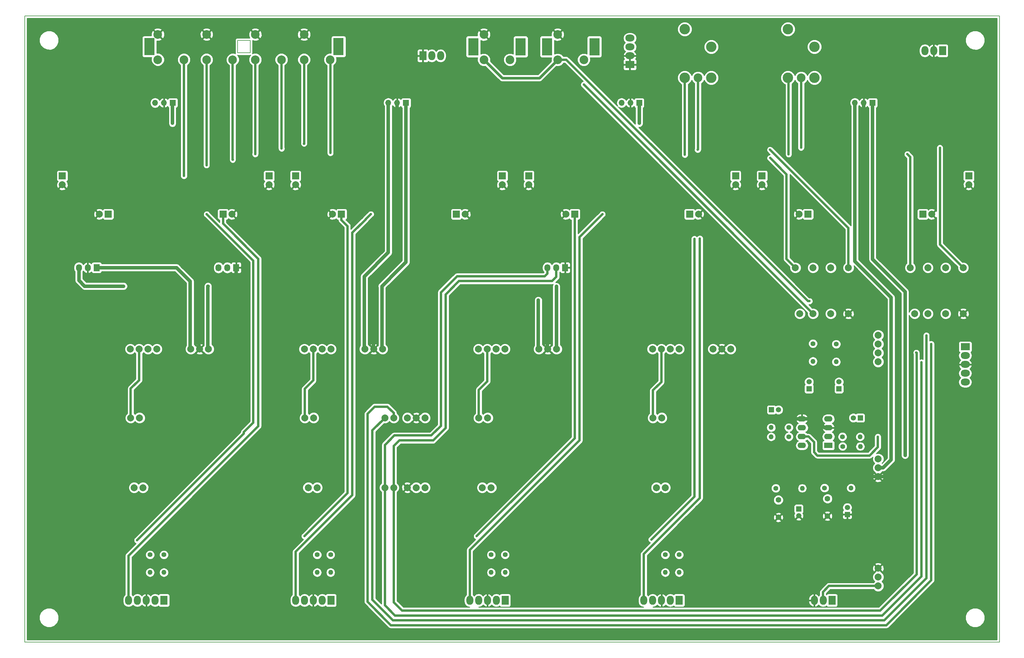
<source format=gbr>
G04 #@! TF.FileFunction,Copper,L2,Bot,Signal*
%FSLAX46Y46*%
G04 Gerber Fmt 4.6, Leading zero omitted, Abs format (unit mm)*
G04 Created by KiCad (PCBNEW 4.0.7) date Wednesday 28 November 2018 'à' 00:54:26*
%MOMM*%
%LPD*%
G01*
G04 APERTURE LIST*
%ADD10C,0.100000*%
%ADD11C,0.150000*%
%ADD12C,2.500000*%
%ADD13R,3.000000X5.000000*%
%ADD14C,2.000000*%
%ADD15R,1.727200X2.032000*%
%ADD16O,1.727200X2.032000*%
%ADD17R,2.400000X1.600000*%
%ADD18O,2.400000X1.600000*%
%ADD19R,2.000000X2.600000*%
%ADD20O,2.000000X2.600000*%
%ADD21C,1.400000*%
%ADD22O,1.400000X1.400000*%
%ADD23R,1.500000X1.500000*%
%ADD24C,1.500000*%
%ADD25C,1.600000*%
%ADD26R,1.700000X1.700000*%
%ADD27O,1.700000X1.700000*%
%ADD28R,2.000000X2.000000*%
%ADD29R,2.600000X2.000000*%
%ADD30O,2.600000X2.000000*%
%ADD31C,3.000000*%
%ADD32C,1.000000*%
%ADD33C,0.700000*%
%ADD34C,1.000000*%
%ADD35C,0.700000*%
%ADD36C,0.800000*%
%ADD37C,0.254000*%
G04 APERTURE END LIST*
D10*
D11*
X111180000Y-60605000D02*
X111180000Y-57030000D01*
X114780000Y-60605000D02*
X111180000Y-60605000D01*
X114780000Y-57030000D02*
X114780000Y-60605000D01*
X111180000Y-57030000D02*
X114780000Y-57030000D01*
X50000000Y-230000000D02*
X50000000Y-50000000D01*
X330000000Y-230000000D02*
X50000000Y-230000000D01*
X330000000Y-50000000D02*
X330000000Y-230000000D01*
X50000000Y-50000000D02*
X330000000Y-50000000D01*
D12*
X137755000Y-62580000D03*
X130255000Y-62580000D03*
X130255000Y-55330000D03*
X116255000Y-55330000D03*
X102255000Y-55330000D03*
X88255000Y-55330000D03*
X123755000Y-62580000D03*
X109755000Y-62580000D03*
X95755000Y-62580000D03*
X116255000Y-62580000D03*
X102255000Y-62580000D03*
X88255000Y-62580000D03*
D13*
X140155000Y-58830000D03*
X85855000Y-58830000D03*
D14*
X304380000Y-122396000D03*
X305650000Y-135604000D03*
X309460000Y-135604000D03*
X309460000Y-122396000D03*
X314540000Y-135604000D03*
X314540000Y-122396000D03*
X319620000Y-135604000D03*
X319620000Y-122396000D03*
X271380000Y-122396000D03*
X272650000Y-135604000D03*
X276460000Y-135604000D03*
X276460000Y-122396000D03*
X281540000Y-135604000D03*
X281540000Y-122396000D03*
X286620000Y-135604000D03*
X286620000Y-122396000D03*
X80460000Y-165550000D03*
X83000000Y-165550000D03*
X130460000Y-165550000D03*
X180460000Y-165550000D03*
X230460000Y-165550000D03*
X133000000Y-165550000D03*
X183000000Y-165550000D03*
X233000000Y-165550000D03*
X153460000Y-165550000D03*
X156000000Y-165550000D03*
X159920000Y-165550000D03*
X162460000Y-165550000D03*
X165000000Y-165550000D03*
X81459946Y-185600000D03*
X83999946Y-185600000D03*
X131459946Y-185600000D03*
X181459946Y-185600000D03*
X231459946Y-185600000D03*
X153459946Y-185600000D03*
X183999946Y-185600000D03*
X233999946Y-185600000D03*
X133999946Y-185600000D03*
X155999946Y-185600000D03*
X159919946Y-185600000D03*
X162459946Y-185600000D03*
X164999946Y-185600000D03*
X80341000Y-145760000D03*
X82881000Y-145760000D03*
X85421000Y-145760000D03*
X87961000Y-145760000D03*
X137961000Y-145760000D03*
X187961000Y-145760000D03*
X237961000Y-145760000D03*
X135421000Y-145760000D03*
X185421000Y-145760000D03*
X235421000Y-145760000D03*
X132881000Y-145760000D03*
X182881000Y-145760000D03*
X232881000Y-145760000D03*
X130341000Y-145760000D03*
X180341000Y-145760000D03*
X230341000Y-145760000D03*
X97720000Y-145760000D03*
X100260000Y-145760000D03*
X102800000Y-145760000D03*
X152800000Y-145760000D03*
X202800000Y-145760000D03*
X252800000Y-145760000D03*
X150260000Y-145760000D03*
X200260000Y-145760000D03*
X250260000Y-145760000D03*
X147720000Y-145760000D03*
X197720000Y-145760000D03*
X247720000Y-145760000D03*
D15*
X70650000Y-122380000D03*
D16*
X68110000Y-122380000D03*
X65570000Y-122380000D03*
X202690000Y-122380000D03*
X200150000Y-122380000D03*
D15*
X205230000Y-122380000D03*
D16*
X105680000Y-122380000D03*
X108220000Y-122380000D03*
D15*
X110760000Y-122380000D03*
D14*
X295165000Y-141810007D03*
X295165000Y-144350007D03*
X295165000Y-146890007D03*
X295165000Y-149430007D03*
X295165000Y-177350007D03*
X295165000Y-179890007D03*
X295165000Y-182430007D03*
X295165000Y-208775007D03*
X295165000Y-211315007D03*
X295165000Y-213855007D03*
D12*
X203105000Y-62605000D03*
X210605000Y-62605000D03*
X203105000Y-55355000D03*
D13*
X200055000Y-58855000D03*
X213655000Y-58855000D03*
D12*
X181905000Y-62605000D03*
X189405000Y-62605000D03*
X181905000Y-55355000D03*
D13*
X178855000Y-58855000D03*
X192455000Y-58855000D03*
D17*
X280875000Y-173480000D03*
D18*
X273255000Y-165860000D03*
X280875000Y-170940000D03*
X273255000Y-168400000D03*
X280875000Y-168400000D03*
X273255000Y-170940000D03*
X280875000Y-165860000D03*
X273255000Y-173480000D03*
D19*
X90000000Y-218000000D03*
D20*
X87460000Y-218000000D03*
X84920000Y-218000000D03*
X82380000Y-218000000D03*
X79840000Y-218000000D03*
D19*
X138000000Y-218000000D03*
D20*
X135460000Y-218000000D03*
X132920000Y-218000000D03*
X130380000Y-218000000D03*
X127840000Y-218000000D03*
D19*
X188000000Y-218000000D03*
D20*
X185460000Y-218000000D03*
X182920000Y-218000000D03*
X180380000Y-218000000D03*
X177840000Y-218000000D03*
D19*
X238000000Y-218000000D03*
D20*
X235460000Y-218000000D03*
X232920000Y-218000000D03*
X230380000Y-218000000D03*
X227840000Y-218000000D03*
D21*
X284895000Y-170975000D03*
D22*
X289975000Y-170975000D03*
D21*
X269500000Y-168325000D03*
D22*
X264420000Y-168325000D03*
D21*
X284945000Y-173750000D03*
D22*
X290025000Y-173750000D03*
D21*
X269500000Y-170975000D03*
D22*
X264420000Y-170975000D03*
D23*
X290025000Y-165550000D03*
D24*
X288025000Y-165550000D03*
D23*
X264500000Y-163225000D03*
D24*
X266500000Y-163225000D03*
D23*
X275300000Y-157200000D03*
D24*
X275300000Y-155200000D03*
D23*
X283900000Y-157200000D03*
D24*
X283900000Y-155200000D03*
D21*
X276425000Y-144200000D03*
D22*
X276425000Y-149280000D03*
D21*
X283100000Y-144350000D03*
D22*
X283100000Y-149430000D03*
D25*
X266500000Y-194150000D03*
X266500000Y-189150000D03*
X280600000Y-193775000D03*
X280600000Y-188775000D03*
D23*
X272350000Y-191725000D03*
D24*
X272350000Y-193725000D03*
D23*
X286300000Y-193325000D03*
D24*
X286300000Y-191325000D03*
D21*
X265730000Y-185775000D03*
D22*
X273350000Y-185775000D03*
D21*
X279750000Y-185700000D03*
D22*
X287370000Y-185700000D03*
D26*
X92540000Y-75000000D03*
D27*
X90000000Y-75000000D03*
X87460000Y-75000000D03*
D28*
X60810000Y-96000000D03*
D14*
X60810000Y-98540000D03*
X120210000Y-98540000D03*
D28*
X120210000Y-96000000D03*
X74000000Y-107000000D03*
D14*
X71460000Y-107000000D03*
D28*
X107000000Y-107000000D03*
D14*
X109540000Y-107000000D03*
D26*
X159540000Y-75000000D03*
D27*
X157000000Y-75000000D03*
X154460000Y-75000000D03*
D28*
X127810000Y-96000000D03*
D14*
X127810000Y-98540000D03*
X187210000Y-98540000D03*
D28*
X187210000Y-96000000D03*
X141000000Y-107000000D03*
D14*
X138460000Y-107000000D03*
D28*
X174000000Y-107000000D03*
D14*
X176540000Y-107000000D03*
D26*
X226540000Y-75000000D03*
D27*
X224000000Y-75000000D03*
X221460000Y-75000000D03*
D28*
X194810000Y-96000000D03*
D14*
X194810000Y-98540000D03*
X254210000Y-98540000D03*
D28*
X254210000Y-96000000D03*
X208000000Y-107000000D03*
D14*
X205460000Y-107000000D03*
D28*
X241000000Y-107000000D03*
D14*
X243540000Y-107000000D03*
D26*
X293540000Y-75000000D03*
D27*
X291000000Y-75000000D03*
X288460000Y-75000000D03*
D28*
X261810000Y-96000000D03*
D14*
X261810000Y-98540000D03*
X321210000Y-98540000D03*
D28*
X321210000Y-96000000D03*
X275000000Y-107000000D03*
D14*
X272460000Y-107000000D03*
D28*
X308000000Y-107000000D03*
D14*
X310540000Y-107000000D03*
D21*
X86000000Y-204900000D03*
D22*
X86000000Y-209980000D03*
D21*
X90000000Y-204900000D03*
D22*
X90000000Y-209980000D03*
D21*
X134000000Y-204900000D03*
D22*
X134000000Y-209980000D03*
D21*
X137875000Y-204900000D03*
D22*
X137875000Y-209980000D03*
D21*
X184000000Y-204900000D03*
D22*
X184000000Y-209980000D03*
D21*
X188000000Y-204900000D03*
D22*
X188000000Y-209980000D03*
D21*
X234000000Y-204900000D03*
D22*
X234000000Y-209980000D03*
D21*
X238000000Y-204900000D03*
D22*
X238000000Y-209980000D03*
D19*
X313665000Y-60000000D03*
D20*
X311125000Y-60000000D03*
X308585000Y-60000000D03*
D29*
X320175000Y-145120000D03*
D30*
X320175000Y-147660000D03*
X320175000Y-150200000D03*
X320175000Y-152740000D03*
X320175000Y-155280000D03*
D29*
X223850000Y-64005000D03*
D30*
X223850000Y-61465000D03*
X223850000Y-58925000D03*
X223850000Y-56385000D03*
D12*
X273040000Y-67780000D03*
D31*
X276850000Y-67780000D03*
X269230000Y-67780000D03*
X276850000Y-58890000D03*
X269230000Y-53810000D03*
D12*
X243415000Y-67780000D03*
D31*
X247225000Y-67780000D03*
X239605000Y-67780000D03*
X247225000Y-58890000D03*
X239605000Y-53810000D03*
D19*
X281900000Y-218000000D03*
D20*
X279360000Y-218000000D03*
X276820000Y-218000000D03*
D19*
X164385000Y-61450000D03*
D20*
X166925000Y-61450000D03*
X169465000Y-61450000D03*
D32*
X302905020Y-176305000D03*
X102675000Y-127705000D03*
X152625000Y-127705000D03*
X78405000Y-127705000D03*
X202730000Y-127755000D03*
X226550000Y-80855000D03*
X159525000Y-80855000D03*
X92455000Y-80855000D03*
X300975000Y-138104001D03*
X100075000Y-129705000D03*
X200125000Y-129705000D03*
X150200000Y-129705000D03*
X97555000Y-131705000D03*
X147555000Y-131705000D03*
X197530000Y-131705000D03*
D33*
X306105000Y-146805000D03*
X307595703Y-149580000D03*
X102291439Y-107000000D03*
X82315050Y-200715050D03*
X130380000Y-199530000D03*
X149425000Y-107000000D03*
X179840050Y-199565050D03*
X215965845Y-107000000D03*
X230031253Y-200506253D03*
X242380000Y-114080000D03*
X243930000Y-113980000D03*
X95750000Y-96000000D03*
X102250000Y-92915001D03*
X123800000Y-88114970D03*
X137805000Y-89374980D03*
X109775000Y-91314990D03*
X116225000Y-89714980D03*
X130250000Y-86714960D03*
X310395713Y-144330000D03*
X309005000Y-141855000D03*
X210605000Y-69749000D03*
X275455000Y-131980000D03*
X264110000Y-88475000D03*
X243330000Y-88480000D03*
X312890001Y-87900000D03*
X273005000Y-87880000D03*
X295055000Y-171005000D03*
X264161425Y-90853829D03*
X239630000Y-89900000D03*
X269445305Y-89777121D03*
X303545419Y-89740959D03*
D34*
X159540000Y-75000000D02*
X159540000Y-120790000D01*
X159540000Y-120790000D02*
X157400000Y-122930000D01*
X157400000Y-122930000D02*
X152625000Y-127705000D01*
X293540000Y-75000000D02*
X293540000Y-119959117D01*
X293540000Y-119959117D02*
X302905020Y-129324136D01*
X302905020Y-129324136D02*
X302905020Y-176305000D01*
X78405000Y-127705000D02*
X69675000Y-127705000D01*
X65570000Y-126020000D02*
X67255000Y-127705000D01*
X67255000Y-127705000D02*
X69675000Y-127705000D01*
X65570000Y-122380000D02*
X65570000Y-126020000D01*
X102650000Y-145760000D02*
X102650000Y-127730000D01*
X102650000Y-127730000D02*
X102675000Y-127705000D01*
X152650000Y-145760000D02*
X152650000Y-127730000D01*
X152650000Y-127730000D02*
X152625000Y-127705000D01*
X202730000Y-127755000D02*
X202730000Y-145680000D01*
X202730000Y-145680000D02*
X202650000Y-145760000D01*
X226540000Y-75000000D02*
X226540000Y-80845000D01*
X226540000Y-80845000D02*
X226550000Y-80855000D01*
X159540000Y-75000000D02*
X159540000Y-80840000D01*
X159540000Y-80840000D02*
X159525000Y-80855000D01*
X92455000Y-80855000D02*
X92455000Y-75085000D01*
X92455000Y-75085000D02*
X92540000Y-75000000D01*
X100075000Y-129705000D02*
X100075000Y-127476559D01*
X100075000Y-127476559D02*
X102571559Y-124980000D01*
X102571559Y-124980000D02*
X110176000Y-124980000D01*
X110176000Y-124980000D02*
X110760000Y-124396000D01*
X110760000Y-124396000D02*
X110760000Y-122380000D01*
X150200000Y-129705000D02*
X150200000Y-126151331D01*
X157000000Y-119351331D02*
X157000000Y-76202081D01*
X150200000Y-126151331D02*
X157000000Y-119351331D01*
X157000000Y-76202081D02*
X157000000Y-75000000D01*
X267055000Y-179705000D02*
X267055000Y-167513998D01*
X267055000Y-167513998D02*
X268708998Y-165860000D01*
X268708998Y-165860000D02*
X271055000Y-165860000D01*
X271055000Y-165860000D02*
X273255000Y-165860000D01*
X269780007Y-182430007D02*
X267055000Y-179705000D01*
X295165000Y-182430007D02*
X269780007Y-182430007D01*
X273255000Y-165860000D02*
X277222295Y-165860000D01*
X277222295Y-165860000D02*
X279762295Y-168400000D01*
X279762295Y-168400000D02*
X280875000Y-168400000D01*
X291000000Y-75000000D02*
X291000000Y-120247558D01*
X291000000Y-120247558D02*
X300905010Y-130152567D01*
X300905010Y-130152567D02*
X300905010Y-178392651D01*
X296867654Y-182430007D02*
X295165000Y-182430007D01*
X300905010Y-178392651D02*
X296867654Y-182430007D01*
X100110000Y-145760000D02*
X100110000Y-129740000D01*
X100110000Y-129740000D02*
X100075000Y-129705000D01*
X200110000Y-145760000D02*
X200110000Y-129720000D01*
X200110000Y-129720000D02*
X200125000Y-129705000D01*
X150200000Y-129705000D02*
X150200000Y-145670000D01*
X150200000Y-145670000D02*
X150110000Y-145760000D01*
X97555000Y-131705000D02*
X97555000Y-126330000D01*
X97555000Y-126330000D02*
X93605000Y-122380000D01*
X93605000Y-122380000D02*
X81400000Y-122380000D01*
X81400000Y-122380000D02*
X70650000Y-122380000D01*
X154460000Y-118000000D02*
X147555000Y-124905000D01*
X147555000Y-124905000D02*
X147555000Y-131705000D01*
X154460000Y-75000000D02*
X154460000Y-118000000D01*
X298905000Y-130980998D02*
X298905000Y-177564220D01*
X298905000Y-177564220D02*
X296579213Y-179890007D01*
X296579213Y-179890007D02*
X295165000Y-179890007D01*
X288460000Y-75000000D02*
X288460000Y-120535998D01*
X288460000Y-120535998D02*
X298905000Y-130980998D01*
X97555000Y-131705000D02*
X97555000Y-145745000D01*
X97555000Y-145745000D02*
X97570000Y-145760000D01*
X147555000Y-131705000D02*
X147555000Y-145745000D01*
X147555000Y-145745000D02*
X147570000Y-145760000D01*
X197530000Y-131705000D02*
X197530000Y-145720000D01*
X197530000Y-145720000D02*
X197570000Y-145760000D01*
D35*
X306195693Y-210504483D02*
X306195693Y-146895693D01*
X306195693Y-146895693D02*
X306105000Y-146805000D01*
X155999946Y-218540869D02*
X158405000Y-220945923D01*
X158405000Y-220945923D02*
X295754253Y-220945923D01*
X295754253Y-220945923D02*
X306195693Y-210504483D01*
X155999946Y-185600000D02*
X155999946Y-218540869D01*
X155999946Y-185600000D02*
X155999946Y-173635054D01*
X170955010Y-168434903D02*
X170955010Y-130059902D01*
X155999946Y-173635054D02*
X157629990Y-172005010D01*
X157629990Y-172005010D02*
X167384903Y-172005010D01*
X167384903Y-172005010D02*
X170955010Y-168434903D01*
X201516998Y-126230000D02*
X202690000Y-125056998D01*
X170955010Y-130059902D02*
X174784912Y-126230000D01*
X174784912Y-126230000D02*
X201516998Y-126230000D01*
X202690000Y-125056998D02*
X202690000Y-122380000D01*
X307595703Y-211084385D02*
X307595703Y-149580000D01*
X306915044Y-211765044D02*
X307595703Y-211084385D01*
X296334155Y-222345933D02*
X306915044Y-211765044D01*
X153459946Y-219435034D02*
X156370845Y-222345933D01*
X156370845Y-222345933D02*
X296334155Y-222345933D01*
X153459946Y-185600000D02*
X153459946Y-219435034D01*
X200150000Y-122380000D02*
X200150000Y-124096000D01*
X153459946Y-173325054D02*
X153459946Y-185600000D01*
X200150000Y-124096000D02*
X199416010Y-124829990D01*
X174205010Y-124829990D02*
X169555000Y-129480000D01*
X199416010Y-124829990D02*
X174205010Y-124829990D01*
X156180000Y-170605000D02*
X153459946Y-173325054D01*
X169555000Y-129480000D02*
X169555000Y-167855000D01*
X169555000Y-167855000D02*
X166805000Y-170605000D01*
X166805000Y-170605000D02*
X156180000Y-170605000D01*
X79840000Y-216000000D02*
X79840000Y-218000000D01*
X79840000Y-205170000D02*
X79840000Y-216000000D01*
X117087473Y-167922527D02*
X79840000Y-205170000D01*
X107000000Y-109728647D02*
X117087473Y-119816120D01*
X107000000Y-107000000D02*
X107000000Y-109728647D01*
X117087473Y-119816120D02*
X117087473Y-167922527D01*
X115687462Y-120396023D02*
X115687462Y-166911139D01*
X102291439Y-107000000D02*
X115687462Y-120396023D01*
X115687462Y-166911139D02*
X112973601Y-169625000D01*
X112973601Y-169625000D02*
X112973601Y-170056487D01*
X112973601Y-169625000D02*
X112973601Y-170056499D01*
X112973601Y-170056499D02*
X82315050Y-200715050D01*
X82881000Y-154729000D02*
X80460000Y-157150000D01*
X80460000Y-157150000D02*
X80460000Y-165550000D01*
X82881000Y-145760000D02*
X82881000Y-154729000D01*
X132881000Y-154779000D02*
X130460000Y-157200000D01*
X130460000Y-157200000D02*
X130460000Y-165550000D01*
X132881000Y-145760000D02*
X132881000Y-154779000D01*
X180460000Y-157500000D02*
X182881000Y-155079000D01*
X182881000Y-155079000D02*
X182881000Y-145760000D01*
X180460000Y-165550000D02*
X180460000Y-157500000D01*
X230460000Y-157650000D02*
X232881000Y-155229000D01*
X232881000Y-155229000D02*
X232881000Y-145760000D01*
X230460000Y-165550000D02*
X230460000Y-157650000D01*
X142730000Y-110430000D02*
X142730000Y-187180000D01*
X142730000Y-187180000D02*
X130380000Y-199530000D01*
X141000000Y-107000000D02*
X141000000Y-108700000D01*
X141000000Y-108700000D02*
X142730000Y-110430000D01*
X144130010Y-112304990D02*
X147960000Y-108475000D01*
X147960000Y-108475000D02*
X147960000Y-108465000D01*
X147960000Y-108465000D02*
X149425000Y-107000000D01*
X127840000Y-218000000D02*
X127840000Y-204049913D01*
X127840000Y-204049913D02*
X144130010Y-187759903D01*
X144130010Y-187759903D02*
X144130010Y-112304990D01*
X208000000Y-171405088D02*
X179840050Y-199565038D01*
X179840050Y-199565038D02*
X179840050Y-199565050D01*
X208000000Y-107000000D02*
X208000000Y-171405088D01*
X215965845Y-107000000D02*
X209400010Y-113565835D01*
X209400010Y-113565835D02*
X209400010Y-171984990D01*
X209400010Y-171984990D02*
X177840000Y-203545000D01*
X177840000Y-203545000D02*
X177840000Y-218000000D01*
X242380000Y-114080000D02*
X242380000Y-188157506D01*
X242380000Y-188157506D02*
X230031253Y-200506253D01*
X243930000Y-113980000D02*
X243930000Y-188587405D01*
X243930000Y-188587405D02*
X227840000Y-204677405D01*
X227840000Y-204677405D02*
X227840000Y-217850000D01*
X295165000Y-213855007D02*
X281027644Y-213855007D01*
X281027644Y-213855007D02*
X279290000Y-215592651D01*
X279290000Y-215592651D02*
X279290000Y-218430000D01*
X95755000Y-62580000D02*
X95755000Y-95995000D01*
X95755000Y-95995000D02*
X95750000Y-96000000D01*
X102255000Y-62580000D02*
X102255000Y-92910001D01*
X102255000Y-92910001D02*
X102250000Y-92915001D01*
X123755000Y-62580000D02*
X123755000Y-88069970D01*
X123755000Y-88069970D02*
X123800000Y-88114970D01*
X137805000Y-89374980D02*
X137805000Y-62630000D01*
X137805000Y-62630000D02*
X137755000Y-62580000D01*
X109755000Y-62580000D02*
X109755000Y-91294990D01*
X109755000Y-91294990D02*
X109775000Y-91314990D01*
X116255000Y-62580000D02*
X116255000Y-89684980D01*
X116255000Y-89684980D02*
X116225000Y-89714980D01*
X130255000Y-62580000D02*
X130255000Y-86709960D01*
X130255000Y-86709960D02*
X130250000Y-86714960D01*
X310400832Y-147725832D02*
X310400832Y-144335119D01*
X310400832Y-144335119D02*
X310395713Y-144330000D01*
X310400832Y-147725832D02*
X310400832Y-212239082D01*
X148479989Y-218414903D02*
X148479990Y-164376975D01*
X310400832Y-212239082D02*
X297493960Y-225145954D01*
X297493960Y-225145954D02*
X155211040Y-225145954D01*
X155211040Y-225145954D02*
X148479989Y-218414903D01*
X148479990Y-164376975D02*
X150526965Y-162330000D01*
X150526965Y-162330000D02*
X154194213Y-162330000D01*
X154194213Y-162330000D02*
X156000000Y-164135787D01*
X156000000Y-164135787D02*
X156000000Y-165550000D01*
X308995713Y-144945713D02*
X308995713Y-141864287D01*
X308995713Y-141864287D02*
X309005000Y-141855000D01*
X153460000Y-165550000D02*
X149880000Y-169130000D01*
X155790943Y-223745943D02*
X296914057Y-223745943D01*
X308995713Y-211664287D02*
X308995713Y-144945713D01*
X149880000Y-169130000D02*
X149880000Y-217835000D01*
X149880000Y-217835000D02*
X155790943Y-223745943D01*
X296914057Y-223745943D02*
X308995713Y-211664287D01*
X210605000Y-69749000D02*
X276460000Y-135604000D01*
X275455000Y-131980000D02*
X274960026Y-131980000D01*
X205585026Y-62605000D02*
X203105000Y-62605000D01*
X274960026Y-131980000D02*
X205585026Y-62605000D01*
D36*
X181905000Y-62605000D02*
X187155000Y-67855000D01*
X187155000Y-67855000D02*
X197855000Y-67855000D01*
X197855000Y-67855000D02*
X201855001Y-63854999D01*
X201855001Y-63854999D02*
X203105000Y-62605000D01*
D35*
X286620000Y-122396000D02*
X286620000Y-110985000D01*
X286620000Y-110985000D02*
X264110000Y-88475000D01*
X243415000Y-67780000D02*
X243415000Y-88395000D01*
X243415000Y-88395000D02*
X243330000Y-88480000D01*
X312890001Y-115666001D02*
X312890001Y-87900000D01*
X273040000Y-67780000D02*
X273040000Y-87845000D01*
X273040000Y-87845000D02*
X273005000Y-87880000D01*
X319620000Y-122396000D02*
X312890001Y-115666001D01*
X276740000Y-172525000D02*
X275155000Y-170940000D01*
X276740000Y-172525000D02*
X276740000Y-175420000D01*
X292657005Y-176380000D02*
X277700000Y-176380000D01*
X276740000Y-175420000D02*
X277700000Y-176380000D01*
X275155000Y-170940000D02*
X273255000Y-170940000D01*
X295055000Y-171005000D02*
X295055000Y-173982005D01*
X295055000Y-173982005D02*
X292657005Y-176380000D01*
X271380000Y-122396000D02*
X268850000Y-119866000D01*
X268850000Y-119866000D02*
X268850000Y-95542404D01*
X268850000Y-95542404D02*
X264161425Y-90853829D01*
X239630000Y-67940000D02*
X239630000Y-89900000D01*
X269125000Y-67850000D02*
X269445305Y-68170305D01*
X269445305Y-89282147D02*
X269445305Y-89777121D01*
X269445305Y-68170305D02*
X269445305Y-89282147D01*
X303895418Y-90090958D02*
X303545419Y-89740959D01*
X304380000Y-90575540D02*
X303895418Y-90090958D01*
X304380000Y-122396000D02*
X304380000Y-90575540D01*
D37*
G36*
X329290000Y-229290000D02*
X50710000Y-229290000D01*
X50710000Y-223526540D01*
X54214518Y-223526540D01*
X54637616Y-224550515D01*
X55420365Y-225334631D01*
X56443599Y-225759515D01*
X57551540Y-225760482D01*
X58575515Y-225337384D01*
X59359631Y-224554635D01*
X59784515Y-223531401D01*
X59785482Y-222423460D01*
X59362384Y-221399485D01*
X58579635Y-220615369D01*
X57556401Y-220190485D01*
X56448460Y-220189518D01*
X55424485Y-220612616D01*
X54640369Y-221395365D01*
X54215485Y-222418599D01*
X54214518Y-223526540D01*
X50710000Y-223526540D01*
X50710000Y-217662091D01*
X78205000Y-217662091D01*
X78205000Y-218337909D01*
X78329457Y-218963596D01*
X78683880Y-219494029D01*
X79214313Y-219848452D01*
X79840000Y-219972909D01*
X80465687Y-219848452D01*
X80996120Y-219494029D01*
X81110000Y-219323595D01*
X81223880Y-219494029D01*
X81754313Y-219848452D01*
X82380000Y-219972909D01*
X83005687Y-219848452D01*
X83536120Y-219494029D01*
X83663219Y-219303812D01*
X83853683Y-219545922D01*
X84411645Y-219859144D01*
X84539566Y-219890124D01*
X84793000Y-219770777D01*
X84793000Y-218127000D01*
X84773000Y-218127000D01*
X84773000Y-217873000D01*
X84793000Y-217873000D01*
X84793000Y-216229223D01*
X85047000Y-216229223D01*
X85047000Y-217873000D01*
X85067000Y-217873000D01*
X85067000Y-218127000D01*
X85047000Y-218127000D01*
X85047000Y-219770777D01*
X85300434Y-219890124D01*
X85428355Y-219859144D01*
X85986317Y-219545922D01*
X86176781Y-219303812D01*
X86303880Y-219494029D01*
X86834313Y-219848452D01*
X87460000Y-219972909D01*
X88085687Y-219848452D01*
X88444192Y-219608907D01*
X88535910Y-219751441D01*
X88748110Y-219896431D01*
X89000000Y-219947440D01*
X91000000Y-219947440D01*
X91235317Y-219903162D01*
X91451441Y-219764090D01*
X91596431Y-219551890D01*
X91647440Y-219300000D01*
X91647440Y-217662091D01*
X126205000Y-217662091D01*
X126205000Y-218337909D01*
X126329457Y-218963596D01*
X126683880Y-219494029D01*
X127214313Y-219848452D01*
X127840000Y-219972909D01*
X128465687Y-219848452D01*
X128996120Y-219494029D01*
X129110000Y-219323595D01*
X129223880Y-219494029D01*
X129754313Y-219848452D01*
X130380000Y-219972909D01*
X131005687Y-219848452D01*
X131536120Y-219494029D01*
X131663219Y-219303812D01*
X131853683Y-219545922D01*
X132411645Y-219859144D01*
X132539566Y-219890124D01*
X132793000Y-219770777D01*
X132793000Y-218127000D01*
X132773000Y-218127000D01*
X132773000Y-217873000D01*
X132793000Y-217873000D01*
X132793000Y-216229223D01*
X133047000Y-216229223D01*
X133047000Y-217873000D01*
X133067000Y-217873000D01*
X133067000Y-218127000D01*
X133047000Y-218127000D01*
X133047000Y-219770777D01*
X133300434Y-219890124D01*
X133428355Y-219859144D01*
X133986317Y-219545922D01*
X134176781Y-219303812D01*
X134303880Y-219494029D01*
X134834313Y-219848452D01*
X135460000Y-219972909D01*
X136085687Y-219848452D01*
X136444192Y-219608907D01*
X136535910Y-219751441D01*
X136748110Y-219896431D01*
X137000000Y-219947440D01*
X139000000Y-219947440D01*
X139235317Y-219903162D01*
X139451441Y-219764090D01*
X139596431Y-219551890D01*
X139647440Y-219300000D01*
X139647440Y-218414903D01*
X147494989Y-218414903D01*
X147569968Y-218791846D01*
X147783489Y-219111403D01*
X154514540Y-225842454D01*
X154834097Y-226055975D01*
X155211040Y-226130954D01*
X297493960Y-226130954D01*
X297870903Y-226055975D01*
X298190460Y-225842454D01*
X300506374Y-223526540D01*
X320214518Y-223526540D01*
X320637616Y-224550515D01*
X321420365Y-225334631D01*
X322443599Y-225759515D01*
X323551540Y-225760482D01*
X324575515Y-225337384D01*
X325359631Y-224554635D01*
X325784515Y-223531401D01*
X325785482Y-222423460D01*
X325362384Y-221399485D01*
X324579635Y-220615369D01*
X323556401Y-220190485D01*
X322448460Y-220189518D01*
X321424485Y-220612616D01*
X320640369Y-221395365D01*
X320215485Y-222418599D01*
X320214518Y-223526540D01*
X300506374Y-223526540D01*
X311097332Y-212935582D01*
X311310853Y-212616025D01*
X311339953Y-212469729D01*
X311385832Y-212239082D01*
X311385832Y-152740000D01*
X318202091Y-152740000D01*
X318326548Y-153365687D01*
X318680971Y-153896120D01*
X318851405Y-154010000D01*
X318680971Y-154123880D01*
X318326548Y-154654313D01*
X318202091Y-155280000D01*
X318326548Y-155905687D01*
X318680971Y-156436120D01*
X319211404Y-156790543D01*
X319837091Y-156915000D01*
X320512909Y-156915000D01*
X321138596Y-156790543D01*
X321669029Y-156436120D01*
X322023452Y-155905687D01*
X322147909Y-155280000D01*
X322023452Y-154654313D01*
X321669029Y-154123880D01*
X321498595Y-154010000D01*
X321669029Y-153896120D01*
X322023452Y-153365687D01*
X322147909Y-152740000D01*
X322023452Y-152114313D01*
X321669029Y-151583880D01*
X321478812Y-151456781D01*
X321720922Y-151266317D01*
X322034144Y-150708355D01*
X322065124Y-150580434D01*
X321945777Y-150327000D01*
X320302000Y-150327000D01*
X320302000Y-150347000D01*
X320048000Y-150347000D01*
X320048000Y-150327000D01*
X318404223Y-150327000D01*
X318284876Y-150580434D01*
X318315856Y-150708355D01*
X318629078Y-151266317D01*
X318871188Y-151456781D01*
X318680971Y-151583880D01*
X318326548Y-152114313D01*
X318202091Y-152740000D01*
X311385832Y-152740000D01*
X311385832Y-147660000D01*
X318202091Y-147660000D01*
X318326548Y-148285687D01*
X318680971Y-148816120D01*
X318871188Y-148943219D01*
X318629078Y-149133683D01*
X318315856Y-149691645D01*
X318284876Y-149819566D01*
X318404223Y-150073000D01*
X320048000Y-150073000D01*
X320048000Y-150053000D01*
X320302000Y-150053000D01*
X320302000Y-150073000D01*
X321945777Y-150073000D01*
X322065124Y-149819566D01*
X322034144Y-149691645D01*
X321720922Y-149133683D01*
X321478812Y-148943219D01*
X321669029Y-148816120D01*
X322023452Y-148285687D01*
X322147909Y-147660000D01*
X322023452Y-147034313D01*
X321783907Y-146675808D01*
X321926441Y-146584090D01*
X322071431Y-146371890D01*
X322122440Y-146120000D01*
X322122440Y-144120000D01*
X322078162Y-143884683D01*
X321939090Y-143668559D01*
X321726890Y-143523569D01*
X321475000Y-143472560D01*
X318875000Y-143472560D01*
X318639683Y-143516838D01*
X318423559Y-143655910D01*
X318278569Y-143868110D01*
X318227560Y-144120000D01*
X318227560Y-146120000D01*
X318271838Y-146355317D01*
X318410910Y-146571441D01*
X318565329Y-146676951D01*
X318326548Y-147034313D01*
X318202091Y-147660000D01*
X311385832Y-147660000D01*
X311385832Y-144335119D01*
X311380731Y-144309473D01*
X311380883Y-144134931D01*
X311313641Y-143972193D01*
X311310853Y-143958176D01*
X311302983Y-143946397D01*
X311231242Y-143772771D01*
X311097349Y-143638644D01*
X311097332Y-143638619D01*
X311092534Y-143633821D01*
X310954399Y-143495445D01*
X310592501Y-143345172D01*
X310395714Y-143345000D01*
X310395712Y-143345000D01*
X310200644Y-143344830D01*
X309980713Y-143435703D01*
X309980713Y-142073739D01*
X309989828Y-142051788D01*
X309990170Y-141659931D01*
X309840529Y-141297771D01*
X309563686Y-141020445D01*
X309201788Y-140870172D01*
X309005001Y-140870000D01*
X309004999Y-140870000D01*
X308809931Y-140869830D01*
X308447771Y-141019471D01*
X308170445Y-141296314D01*
X308100037Y-141465875D01*
X308085692Y-141487344D01*
X308080699Y-141512448D01*
X308020172Y-141658212D01*
X308020033Y-141817432D01*
X308010713Y-141864287D01*
X308010713Y-148685786D01*
X307792491Y-148595172D01*
X307595704Y-148595000D01*
X307595702Y-148595000D01*
X307400634Y-148594830D01*
X307180693Y-148685707D01*
X307180693Y-146895693D01*
X307105714Y-146518750D01*
X306966257Y-146310038D01*
X306940529Y-146247771D01*
X306892512Y-146199670D01*
X306892193Y-146199193D01*
X306801821Y-146108821D01*
X306663686Y-145970445D01*
X306301788Y-145820172D01*
X306105001Y-145820000D01*
X306104999Y-145820000D01*
X305909931Y-145819830D01*
X305547771Y-145969471D01*
X305270445Y-146246314D01*
X305120172Y-146608212D01*
X305119830Y-147000069D01*
X305210693Y-147219975D01*
X305210693Y-210096483D01*
X295346253Y-219960923D01*
X279420258Y-219960923D01*
X279985687Y-219848452D01*
X280344192Y-219608907D01*
X280435910Y-219751441D01*
X280648110Y-219896431D01*
X280900000Y-219947440D01*
X282900000Y-219947440D01*
X283135317Y-219903162D01*
X283351441Y-219764090D01*
X283496431Y-219551890D01*
X283547440Y-219300000D01*
X283547440Y-216700000D01*
X283503162Y-216464683D01*
X283364090Y-216248559D01*
X283151890Y-216103569D01*
X282900000Y-216052560D01*
X280900000Y-216052560D01*
X280664683Y-216096838D01*
X280448559Y-216235910D01*
X280343049Y-216390329D01*
X280275000Y-216344860D01*
X280275000Y-216000651D01*
X281435644Y-214840007D01*
X293838058Y-214840007D01*
X294237637Y-215240285D01*
X294838352Y-215489723D01*
X295488795Y-215490291D01*
X296089943Y-215241901D01*
X296550278Y-214782370D01*
X296799716Y-214181655D01*
X296800284Y-213531212D01*
X296551894Y-212930064D01*
X296207241Y-212584808D01*
X296550278Y-212242370D01*
X296799716Y-211641655D01*
X296800284Y-210991212D01*
X296551894Y-210390064D01*
X296125022Y-209962445D01*
X296137927Y-209927539D01*
X295165000Y-208954612D01*
X294192073Y-209927539D01*
X294205164Y-209962945D01*
X293779722Y-210387644D01*
X293530284Y-210988359D01*
X293529716Y-211638802D01*
X293778106Y-212239950D01*
X294122759Y-212585206D01*
X293837460Y-212870007D01*
X281027644Y-212870007D01*
X280650701Y-212944986D01*
X280331144Y-213158507D01*
X278593500Y-214896151D01*
X278379979Y-215215708D01*
X278305000Y-215592651D01*
X278305000Y-216438405D01*
X278203880Y-216505971D01*
X278076781Y-216696188D01*
X277886317Y-216454078D01*
X277328355Y-216140856D01*
X277200434Y-216109876D01*
X276947000Y-216229223D01*
X276947000Y-217873000D01*
X276967000Y-217873000D01*
X276967000Y-218127000D01*
X276947000Y-218127000D01*
X276947000Y-219770777D01*
X277200434Y-219890124D01*
X277328355Y-219859144D01*
X277886317Y-219545922D01*
X278076781Y-219303812D01*
X278203880Y-219494029D01*
X278734313Y-219848452D01*
X279299742Y-219960923D01*
X235520258Y-219960923D01*
X236085687Y-219848452D01*
X236444192Y-219608907D01*
X236535910Y-219751441D01*
X236748110Y-219896431D01*
X237000000Y-219947440D01*
X239000000Y-219947440D01*
X239235317Y-219903162D01*
X239451441Y-219764090D01*
X239596431Y-219551890D01*
X239647440Y-219300000D01*
X239647440Y-218127000D01*
X275185000Y-218127000D01*
X275185000Y-218427000D01*
X275358058Y-219043020D01*
X275753683Y-219545922D01*
X276311645Y-219859144D01*
X276439566Y-219890124D01*
X276693000Y-219770777D01*
X276693000Y-218127000D01*
X275185000Y-218127000D01*
X239647440Y-218127000D01*
X239647440Y-217573000D01*
X275185000Y-217573000D01*
X275185000Y-217873000D01*
X276693000Y-217873000D01*
X276693000Y-216229223D01*
X276439566Y-216109876D01*
X276311645Y-216140856D01*
X275753683Y-216454078D01*
X275358058Y-216956980D01*
X275185000Y-217573000D01*
X239647440Y-217573000D01*
X239647440Y-216700000D01*
X239603162Y-216464683D01*
X239464090Y-216248559D01*
X239251890Y-216103569D01*
X239000000Y-216052560D01*
X237000000Y-216052560D01*
X236764683Y-216096838D01*
X236548559Y-216235910D01*
X236443049Y-216390329D01*
X236085687Y-216151548D01*
X235460000Y-216027091D01*
X234834313Y-216151548D01*
X234303880Y-216505971D01*
X234176781Y-216696188D01*
X233986317Y-216454078D01*
X233428355Y-216140856D01*
X233300434Y-216109876D01*
X233047000Y-216229223D01*
X233047000Y-217873000D01*
X233067000Y-217873000D01*
X233067000Y-218127000D01*
X233047000Y-218127000D01*
X233047000Y-219770777D01*
X233300434Y-219890124D01*
X233428355Y-219859144D01*
X233986317Y-219545922D01*
X234176781Y-219303812D01*
X234303880Y-219494029D01*
X234834313Y-219848452D01*
X235399742Y-219960923D01*
X230440258Y-219960923D01*
X231005687Y-219848452D01*
X231536120Y-219494029D01*
X231663219Y-219303812D01*
X231853683Y-219545922D01*
X232411645Y-219859144D01*
X232539566Y-219890124D01*
X232793000Y-219770777D01*
X232793000Y-218127000D01*
X232773000Y-218127000D01*
X232773000Y-217873000D01*
X232793000Y-217873000D01*
X232793000Y-216229223D01*
X232539566Y-216109876D01*
X232411645Y-216140856D01*
X231853683Y-216454078D01*
X231663219Y-216696188D01*
X231536120Y-216505971D01*
X231005687Y-216151548D01*
X230380000Y-216027091D01*
X229754313Y-216151548D01*
X229223880Y-216505971D01*
X229110000Y-216676405D01*
X228996120Y-216505971D01*
X228825000Y-216391633D01*
X228825000Y-209953846D01*
X232665000Y-209953846D01*
X232665000Y-210006154D01*
X232766621Y-210517036D01*
X233056012Y-210950142D01*
X233489118Y-211239533D01*
X234000000Y-211341154D01*
X234510882Y-211239533D01*
X234943988Y-210950142D01*
X235233379Y-210517036D01*
X235335000Y-210006154D01*
X235335000Y-209953846D01*
X236665000Y-209953846D01*
X236665000Y-210006154D01*
X236766621Y-210517036D01*
X237056012Y-210950142D01*
X237489118Y-211239533D01*
X238000000Y-211341154D01*
X238510882Y-211239533D01*
X238943988Y-210950142D01*
X239233379Y-210517036D01*
X239335000Y-210006154D01*
X239335000Y-209953846D01*
X239233379Y-209442964D01*
X238943988Y-209009858D01*
X238510882Y-208720467D01*
X238000000Y-208618846D01*
X237489118Y-208720467D01*
X237056012Y-209009858D01*
X236766621Y-209442964D01*
X236665000Y-209953846D01*
X235335000Y-209953846D01*
X235233379Y-209442964D01*
X234943988Y-209009858D01*
X234510882Y-208720467D01*
X234000000Y-208618846D01*
X233489118Y-208720467D01*
X233056012Y-209009858D01*
X232766621Y-209442964D01*
X232665000Y-209953846D01*
X228825000Y-209953846D01*
X228825000Y-208510468D01*
X293519092Y-208510468D01*
X293543144Y-209160467D01*
X293745613Y-209649271D01*
X294012468Y-209747934D01*
X294985395Y-208775007D01*
X295344605Y-208775007D01*
X296317532Y-209747934D01*
X296584387Y-209649271D01*
X296810908Y-209039546D01*
X296786856Y-208389547D01*
X296584387Y-207900743D01*
X296317532Y-207802080D01*
X295344605Y-208775007D01*
X294985395Y-208775007D01*
X294012468Y-207802080D01*
X293745613Y-207900743D01*
X293519092Y-208510468D01*
X228825000Y-208510468D01*
X228825000Y-207622475D01*
X294192073Y-207622475D01*
X295165000Y-208595402D01*
X296137927Y-207622475D01*
X296039264Y-207355620D01*
X295429539Y-207129099D01*
X294779540Y-207153151D01*
X294290736Y-207355620D01*
X294192073Y-207622475D01*
X228825000Y-207622475D01*
X228825000Y-205164383D01*
X232664769Y-205164383D01*
X232867582Y-205655229D01*
X233242796Y-206031098D01*
X233733287Y-206234768D01*
X234264383Y-206235231D01*
X234755229Y-206032418D01*
X235131098Y-205657204D01*
X235334768Y-205166713D01*
X235334770Y-205164383D01*
X236664769Y-205164383D01*
X236867582Y-205655229D01*
X237242796Y-206031098D01*
X237733287Y-206234768D01*
X238264383Y-206235231D01*
X238755229Y-206032418D01*
X239131098Y-205657204D01*
X239334768Y-205166713D01*
X239335231Y-204635617D01*
X239132418Y-204144771D01*
X238757204Y-203768902D01*
X238266713Y-203565232D01*
X237735617Y-203564769D01*
X237244771Y-203767582D01*
X236868902Y-204142796D01*
X236665232Y-204633287D01*
X236664769Y-205164383D01*
X235334770Y-205164383D01*
X235335231Y-204635617D01*
X235132418Y-204144771D01*
X234757204Y-203768902D01*
X234266713Y-203565232D01*
X233735617Y-203564769D01*
X233244771Y-203767582D01*
X232868902Y-204142796D01*
X232665232Y-204633287D01*
X232664769Y-205164383D01*
X228825000Y-205164383D01*
X228825000Y-205085405D01*
X238752660Y-195157745D01*
X265671861Y-195157745D01*
X265745995Y-195403864D01*
X266283223Y-195596965D01*
X266853454Y-195569778D01*
X267254005Y-195403864D01*
X267328139Y-195157745D01*
X266500000Y-194329605D01*
X265671861Y-195157745D01*
X238752660Y-195157745D01*
X239977182Y-193933223D01*
X265053035Y-193933223D01*
X265080222Y-194503454D01*
X265246136Y-194904005D01*
X265492255Y-194978139D01*
X266320395Y-194150000D01*
X266679605Y-194150000D01*
X267507745Y-194978139D01*
X267753864Y-194904005D01*
X267828443Y-194696517D01*
X271558088Y-194696517D01*
X271626077Y-194937460D01*
X272145171Y-195122201D01*
X272695448Y-195094230D01*
X273073923Y-194937460D01*
X273117580Y-194782745D01*
X279771861Y-194782745D01*
X279845995Y-195028864D01*
X280383223Y-195221965D01*
X280953454Y-195194778D01*
X281354005Y-195028864D01*
X281428139Y-194782745D01*
X280600000Y-193954605D01*
X279771861Y-194782745D01*
X273117580Y-194782745D01*
X273141912Y-194696517D01*
X272350000Y-193904605D01*
X271558088Y-194696517D01*
X267828443Y-194696517D01*
X267946965Y-194366777D01*
X267919778Y-193796546D01*
X267753864Y-193395995D01*
X267507745Y-193321861D01*
X266679605Y-194150000D01*
X266320395Y-194150000D01*
X265492255Y-193321861D01*
X265246136Y-193395995D01*
X265053035Y-193933223D01*
X239977182Y-193933223D01*
X240768150Y-193142255D01*
X265671861Y-193142255D01*
X266500000Y-193970395D01*
X267328139Y-193142255D01*
X267254005Y-192896136D01*
X266716777Y-192703035D01*
X266146546Y-192730222D01*
X265745995Y-192896136D01*
X265671861Y-193142255D01*
X240768150Y-193142255D01*
X242935405Y-190975000D01*
X270952560Y-190975000D01*
X270952560Y-192475000D01*
X270996838Y-192710317D01*
X271135910Y-192926441D01*
X271213693Y-192979588D01*
X271137540Y-193001077D01*
X270952799Y-193520171D01*
X270980770Y-194070448D01*
X271137540Y-194448923D01*
X271378483Y-194516912D01*
X272170395Y-193725000D01*
X272156253Y-193710858D01*
X272335858Y-193531253D01*
X272350000Y-193545395D01*
X272364143Y-193531253D01*
X272543748Y-193710858D01*
X272529605Y-193725000D01*
X273321517Y-194516912D01*
X273562460Y-194448923D01*
X273747201Y-193929829D01*
X273728312Y-193558223D01*
X279153035Y-193558223D01*
X279180222Y-194128454D01*
X279346136Y-194529005D01*
X279592255Y-194603139D01*
X280420395Y-193775000D01*
X280779605Y-193775000D01*
X281607745Y-194603139D01*
X281853864Y-194529005D01*
X282046965Y-193991777D01*
X282028799Y-193610750D01*
X284915000Y-193610750D01*
X284915000Y-194201310D01*
X285011673Y-194434699D01*
X285190302Y-194613327D01*
X285423691Y-194710000D01*
X286014250Y-194710000D01*
X286173000Y-194551250D01*
X286173000Y-193452000D01*
X286427000Y-193452000D01*
X286427000Y-194551250D01*
X286585750Y-194710000D01*
X287176309Y-194710000D01*
X287409698Y-194613327D01*
X287588327Y-194434699D01*
X287685000Y-194201310D01*
X287685000Y-193610750D01*
X287526250Y-193452000D01*
X286427000Y-193452000D01*
X286173000Y-193452000D01*
X285073750Y-193452000D01*
X284915000Y-193610750D01*
X282028799Y-193610750D01*
X282019778Y-193421546D01*
X281853864Y-193020995D01*
X281607745Y-192946861D01*
X280779605Y-193775000D01*
X280420395Y-193775000D01*
X279592255Y-192946861D01*
X279346136Y-193020995D01*
X279153035Y-193558223D01*
X273728312Y-193558223D01*
X273719230Y-193379552D01*
X273562460Y-193001077D01*
X273487835Y-192980019D01*
X273551441Y-192939090D01*
X273668850Y-192767255D01*
X279771861Y-192767255D01*
X280600000Y-193595395D01*
X281428139Y-192767255D01*
X281354005Y-192521136D01*
X280816777Y-192328035D01*
X280246546Y-192355222D01*
X279845995Y-192521136D01*
X279771861Y-192767255D01*
X273668850Y-192767255D01*
X273696431Y-192726890D01*
X273747440Y-192475000D01*
X273747440Y-191599285D01*
X284914760Y-191599285D01*
X285123207Y-192103767D01*
X285011673Y-192215301D01*
X284915000Y-192448690D01*
X284915000Y-193039250D01*
X285073750Y-193198000D01*
X286173000Y-193198000D01*
X286173000Y-193178000D01*
X286427000Y-193178000D01*
X286427000Y-193198000D01*
X287526250Y-193198000D01*
X287685000Y-193039250D01*
X287685000Y-192448690D01*
X287588327Y-192215301D01*
X287476433Y-192103407D01*
X287684759Y-191601702D01*
X287685240Y-191050715D01*
X287474831Y-190541485D01*
X287085564Y-190151539D01*
X286576702Y-189940241D01*
X286025715Y-189939760D01*
X285516485Y-190150169D01*
X285126539Y-190539436D01*
X284915241Y-191048298D01*
X284914760Y-191599285D01*
X273747440Y-191599285D01*
X273747440Y-190975000D01*
X273703162Y-190739683D01*
X273564090Y-190523559D01*
X273351890Y-190378569D01*
X273100000Y-190327560D01*
X271600000Y-190327560D01*
X271364683Y-190371838D01*
X271148559Y-190510910D01*
X271003569Y-190723110D01*
X270952560Y-190975000D01*
X242935405Y-190975000D01*
X244476218Y-189434187D01*
X265064752Y-189434187D01*
X265282757Y-189961800D01*
X265686077Y-190365824D01*
X266213309Y-190584750D01*
X266784187Y-190585248D01*
X267311800Y-190367243D01*
X267715824Y-189963923D01*
X267934750Y-189436691D01*
X267935079Y-189059187D01*
X279164752Y-189059187D01*
X279382757Y-189586800D01*
X279786077Y-189990824D01*
X280313309Y-190209750D01*
X280884187Y-190210248D01*
X281411800Y-189992243D01*
X281815824Y-189588923D01*
X282034750Y-189061691D01*
X282035248Y-188490813D01*
X281817243Y-187963200D01*
X281413923Y-187559176D01*
X280886691Y-187340250D01*
X280315813Y-187339752D01*
X279788200Y-187557757D01*
X279384176Y-187961077D01*
X279165250Y-188488309D01*
X279164752Y-189059187D01*
X267935079Y-189059187D01*
X267935248Y-188865813D01*
X267717243Y-188338200D01*
X267313923Y-187934176D01*
X266786691Y-187715250D01*
X266215813Y-187714752D01*
X265688200Y-187932757D01*
X265284176Y-188336077D01*
X265065250Y-188863309D01*
X265064752Y-189434187D01*
X244476218Y-189434187D01*
X244626500Y-189283905D01*
X244840021Y-188964348D01*
X244915000Y-188587405D01*
X244915000Y-186039383D01*
X264394769Y-186039383D01*
X264597582Y-186530229D01*
X264972796Y-186906098D01*
X265463287Y-187109768D01*
X265994383Y-187110231D01*
X266485229Y-186907418D01*
X266861098Y-186532204D01*
X267064768Y-186041713D01*
X267065000Y-185775000D01*
X271988846Y-185775000D01*
X272090467Y-186285882D01*
X272379858Y-186718988D01*
X272812964Y-187008379D01*
X273323846Y-187110000D01*
X273376154Y-187110000D01*
X273887036Y-187008379D01*
X274320142Y-186718988D01*
X274609533Y-186285882D01*
X274673483Y-185964383D01*
X278414769Y-185964383D01*
X278617582Y-186455229D01*
X278992796Y-186831098D01*
X279483287Y-187034768D01*
X280014383Y-187035231D01*
X280505229Y-186832418D01*
X280881098Y-186457204D01*
X281084768Y-185966713D01*
X281085000Y-185700000D01*
X286008846Y-185700000D01*
X286110467Y-186210882D01*
X286399858Y-186643988D01*
X286832964Y-186933379D01*
X287343846Y-187035000D01*
X287396154Y-187035000D01*
X287907036Y-186933379D01*
X288340142Y-186643988D01*
X288629533Y-186210882D01*
X288731154Y-185700000D01*
X288629533Y-185189118D01*
X288340142Y-184756012D01*
X287907036Y-184466621D01*
X287396154Y-184365000D01*
X287343846Y-184365000D01*
X286832964Y-184466621D01*
X286399858Y-184756012D01*
X286110467Y-185189118D01*
X286008846Y-185700000D01*
X281085000Y-185700000D01*
X281085231Y-185435617D01*
X280882418Y-184944771D01*
X280507204Y-184568902D01*
X280016713Y-184365232D01*
X279485617Y-184364769D01*
X278994771Y-184567582D01*
X278618902Y-184942796D01*
X278415232Y-185433287D01*
X278414769Y-185964383D01*
X274673483Y-185964383D01*
X274711154Y-185775000D01*
X274609533Y-185264118D01*
X274320142Y-184831012D01*
X273887036Y-184541621D01*
X273376154Y-184440000D01*
X273323846Y-184440000D01*
X272812964Y-184541621D01*
X272379858Y-184831012D01*
X272090467Y-185264118D01*
X271988846Y-185775000D01*
X267065000Y-185775000D01*
X267065231Y-185510617D01*
X266862418Y-185019771D01*
X266487204Y-184643902D01*
X265996713Y-184440232D01*
X265465617Y-184439769D01*
X264974771Y-184642582D01*
X264598902Y-185017796D01*
X264395232Y-185508287D01*
X264394769Y-186039383D01*
X244915000Y-186039383D01*
X244915000Y-183582539D01*
X294192073Y-183582539D01*
X294290736Y-183849394D01*
X294900461Y-184075915D01*
X295550460Y-184051863D01*
X296039264Y-183849394D01*
X296137927Y-183582539D01*
X295165000Y-182609612D01*
X294192073Y-183582539D01*
X244915000Y-183582539D01*
X244915000Y-182165468D01*
X293519092Y-182165468D01*
X293543144Y-182815467D01*
X293745613Y-183304271D01*
X294012468Y-183402934D01*
X294985395Y-182430007D01*
X295344605Y-182430007D01*
X296317532Y-183402934D01*
X296584387Y-183304271D01*
X296810908Y-182694546D01*
X296786856Y-182044547D01*
X296584387Y-181555743D01*
X296317532Y-181457080D01*
X295344605Y-182430007D01*
X294985395Y-182430007D01*
X294012468Y-181457080D01*
X293745613Y-181555743D01*
X293519092Y-182165468D01*
X244915000Y-182165468D01*
X244915000Y-168325000D01*
X263058846Y-168325000D01*
X263160467Y-168835882D01*
X263449858Y-169268988D01*
X263882964Y-169558379D01*
X264343573Y-169650000D01*
X263882964Y-169741621D01*
X263449858Y-170031012D01*
X263160467Y-170464118D01*
X263058846Y-170975000D01*
X263160467Y-171485882D01*
X263449858Y-171918988D01*
X263882964Y-172208379D01*
X264393846Y-172310000D01*
X264446154Y-172310000D01*
X264957036Y-172208379D01*
X265390142Y-171918988D01*
X265679533Y-171485882D01*
X265781154Y-170975000D01*
X265679533Y-170464118D01*
X265390142Y-170031012D01*
X264957036Y-169741621D01*
X264496427Y-169650000D01*
X264957036Y-169558379D01*
X265390142Y-169268988D01*
X265679533Y-168835882D01*
X265728564Y-168589383D01*
X268164769Y-168589383D01*
X268367582Y-169080229D01*
X268742796Y-169456098D01*
X269210308Y-169650226D01*
X268744771Y-169842582D01*
X268368902Y-170217796D01*
X268165232Y-170708287D01*
X268164769Y-171239383D01*
X268367582Y-171730229D01*
X268742796Y-172106098D01*
X269233287Y-172309768D01*
X269764383Y-172310231D01*
X270255229Y-172107418D01*
X270631098Y-171732204D01*
X270834768Y-171241713D01*
X270835231Y-170710617D01*
X270632418Y-170219771D01*
X270257204Y-169843902D01*
X269789692Y-169649774D01*
X270255229Y-169457418D01*
X270631098Y-169082204D01*
X270834768Y-168591713D01*
X270835231Y-168060617D01*
X270632418Y-167569771D01*
X270257204Y-167193902D01*
X269766713Y-166990232D01*
X269235617Y-166989769D01*
X268744771Y-167192582D01*
X268368902Y-167567796D01*
X268165232Y-168058287D01*
X268164769Y-168589383D01*
X265728564Y-168589383D01*
X265781154Y-168325000D01*
X265679533Y-167814118D01*
X265390142Y-167381012D01*
X264957036Y-167091621D01*
X264446154Y-166990000D01*
X264393846Y-166990000D01*
X263882964Y-167091621D01*
X263449858Y-167381012D01*
X263160467Y-167814118D01*
X263058846Y-168325000D01*
X244915000Y-168325000D01*
X244915000Y-165860000D01*
X279004050Y-165860000D01*
X279113283Y-166409151D01*
X279424352Y-166874698D01*
X279802707Y-167127507D01*
X279370500Y-167475104D01*
X279100633Y-167968181D01*
X279083096Y-168050961D01*
X279205085Y-168273000D01*
X280748000Y-168273000D01*
X280748000Y-168253000D01*
X281002000Y-168253000D01*
X281002000Y-168273000D01*
X282544915Y-168273000D01*
X282666904Y-168050961D01*
X282649367Y-167968181D01*
X282379500Y-167475104D01*
X281947293Y-167127507D01*
X282325648Y-166874698D01*
X282636717Y-166409151D01*
X282745950Y-165860000D01*
X282738846Y-165824285D01*
X286639760Y-165824285D01*
X286850169Y-166333515D01*
X287239436Y-166723461D01*
X287748298Y-166934759D01*
X288299285Y-166935240D01*
X288796880Y-166729638D01*
X288810910Y-166751441D01*
X289023110Y-166896431D01*
X289275000Y-166947440D01*
X290775000Y-166947440D01*
X291010317Y-166903162D01*
X291226441Y-166764090D01*
X291371431Y-166551890D01*
X291422440Y-166300000D01*
X291422440Y-164800000D01*
X291378162Y-164564683D01*
X291239090Y-164348559D01*
X291026890Y-164203569D01*
X290775000Y-164152560D01*
X289275000Y-164152560D01*
X289039683Y-164196838D01*
X288823559Y-164335910D01*
X288799062Y-164371763D01*
X288301702Y-164165241D01*
X287750715Y-164164760D01*
X287241485Y-164375169D01*
X286851539Y-164764436D01*
X286640241Y-165273298D01*
X286639760Y-165824285D01*
X282738846Y-165824285D01*
X282636717Y-165310849D01*
X282325648Y-164845302D01*
X281860101Y-164534233D01*
X281310950Y-164425000D01*
X280439050Y-164425000D01*
X279889899Y-164534233D01*
X279424352Y-164845302D01*
X279113283Y-165310849D01*
X279004050Y-165860000D01*
X244915000Y-165860000D01*
X244915000Y-165510961D01*
X271463096Y-165510961D01*
X271585085Y-165733000D01*
X273128000Y-165733000D01*
X273128000Y-164425000D01*
X273382000Y-164425000D01*
X273382000Y-165733000D01*
X274924915Y-165733000D01*
X275046904Y-165510961D01*
X275029367Y-165428181D01*
X274759500Y-164935104D01*
X274321483Y-164582834D01*
X273782000Y-164425000D01*
X273382000Y-164425000D01*
X273128000Y-164425000D01*
X272728000Y-164425000D01*
X272188517Y-164582834D01*
X271750500Y-164935104D01*
X271480633Y-165428181D01*
X271463096Y-165510961D01*
X244915000Y-165510961D01*
X244915000Y-162475000D01*
X263102560Y-162475000D01*
X263102560Y-163975000D01*
X263146838Y-164210317D01*
X263285910Y-164426441D01*
X263498110Y-164571431D01*
X263750000Y-164622440D01*
X265250000Y-164622440D01*
X265485317Y-164578162D01*
X265701441Y-164439090D01*
X265725938Y-164403237D01*
X266223298Y-164609759D01*
X266774285Y-164610240D01*
X267283515Y-164399831D01*
X267673461Y-164010564D01*
X267884759Y-163501702D01*
X267885240Y-162950715D01*
X267674831Y-162441485D01*
X267285564Y-162051539D01*
X266776702Y-161840241D01*
X266225715Y-161839760D01*
X265728120Y-162045362D01*
X265714090Y-162023559D01*
X265501890Y-161878569D01*
X265250000Y-161827560D01*
X263750000Y-161827560D01*
X263514683Y-161871838D01*
X263298559Y-162010910D01*
X263153569Y-162223110D01*
X263102560Y-162475000D01*
X244915000Y-162475000D01*
X244915000Y-156450000D01*
X273902560Y-156450000D01*
X273902560Y-157950000D01*
X273946838Y-158185317D01*
X274085910Y-158401441D01*
X274298110Y-158546431D01*
X274550000Y-158597440D01*
X276050000Y-158597440D01*
X276285317Y-158553162D01*
X276501441Y-158414090D01*
X276646431Y-158201890D01*
X276697440Y-157950000D01*
X276697440Y-156450000D01*
X282502560Y-156450000D01*
X282502560Y-157950000D01*
X282546838Y-158185317D01*
X282685910Y-158401441D01*
X282898110Y-158546431D01*
X283150000Y-158597440D01*
X284650000Y-158597440D01*
X284885317Y-158553162D01*
X285101441Y-158414090D01*
X285246431Y-158201890D01*
X285297440Y-157950000D01*
X285297440Y-156450000D01*
X285253162Y-156214683D01*
X285114090Y-155998559D01*
X285078237Y-155974062D01*
X285284759Y-155476702D01*
X285285240Y-154925715D01*
X285074831Y-154416485D01*
X284685564Y-154026539D01*
X284176702Y-153815241D01*
X283625715Y-153814760D01*
X283116485Y-154025169D01*
X282726539Y-154414436D01*
X282515241Y-154923298D01*
X282514760Y-155474285D01*
X282720362Y-155971880D01*
X282698559Y-155985910D01*
X282553569Y-156198110D01*
X282502560Y-156450000D01*
X276697440Y-156450000D01*
X276653162Y-156214683D01*
X276514090Y-155998559D01*
X276478237Y-155974062D01*
X276684759Y-155476702D01*
X276685240Y-154925715D01*
X276474831Y-154416485D01*
X276085564Y-154026539D01*
X275576702Y-153815241D01*
X275025715Y-153814760D01*
X274516485Y-154025169D01*
X274126539Y-154414436D01*
X273915241Y-154923298D01*
X273914760Y-155474285D01*
X274120362Y-155971880D01*
X274098559Y-155985910D01*
X273953569Y-156198110D01*
X273902560Y-156450000D01*
X244915000Y-156450000D01*
X244915000Y-149253846D01*
X275090000Y-149253846D01*
X275090000Y-149306154D01*
X275191621Y-149817036D01*
X275481012Y-150250142D01*
X275914118Y-150539533D01*
X276425000Y-150641154D01*
X276935882Y-150539533D01*
X277368988Y-150250142D01*
X277658379Y-149817036D01*
X277740567Y-149403846D01*
X281765000Y-149403846D01*
X281765000Y-149456154D01*
X281866621Y-149967036D01*
X282156012Y-150400142D01*
X282589118Y-150689533D01*
X283100000Y-150791154D01*
X283610882Y-150689533D01*
X284043988Y-150400142D01*
X284333379Y-149967036D01*
X284435000Y-149456154D01*
X284435000Y-149403846D01*
X284333379Y-148892964D01*
X284043988Y-148459858D01*
X283610882Y-148170467D01*
X283100000Y-148068846D01*
X282589118Y-148170467D01*
X282156012Y-148459858D01*
X281866621Y-148892964D01*
X281765000Y-149403846D01*
X277740567Y-149403846D01*
X277760000Y-149306154D01*
X277760000Y-149253846D01*
X277658379Y-148742964D01*
X277368988Y-148309858D01*
X276935882Y-148020467D01*
X276425000Y-147918846D01*
X275914118Y-148020467D01*
X275481012Y-148309858D01*
X275191621Y-148742964D01*
X275090000Y-149253846D01*
X244915000Y-149253846D01*
X244915000Y-146083795D01*
X246084716Y-146083795D01*
X246333106Y-146684943D01*
X246792637Y-147145278D01*
X247393352Y-147394716D01*
X248043795Y-147395284D01*
X248644943Y-147146894D01*
X248879715Y-146912532D01*
X249287073Y-146912532D01*
X249385736Y-147179387D01*
X249995461Y-147405908D01*
X250645460Y-147381856D01*
X251134264Y-147179387D01*
X251232927Y-146912532D01*
X250260000Y-145939605D01*
X249287073Y-146912532D01*
X248879715Y-146912532D01*
X249072562Y-146720022D01*
X249107468Y-146732927D01*
X250080395Y-145760000D01*
X250439605Y-145760000D01*
X251412532Y-146732927D01*
X251447938Y-146719836D01*
X251872637Y-147145278D01*
X252473352Y-147394716D01*
X253123795Y-147395284D01*
X253724943Y-147146894D01*
X254185278Y-146687363D01*
X254434716Y-146086648D01*
X254435284Y-145436205D01*
X254186894Y-144835057D01*
X253816868Y-144464383D01*
X275089769Y-144464383D01*
X275292582Y-144955229D01*
X275667796Y-145331098D01*
X276158287Y-145534768D01*
X276689383Y-145535231D01*
X277180229Y-145332418D01*
X277556098Y-144957204D01*
X277698449Y-144614383D01*
X281764769Y-144614383D01*
X281967582Y-145105229D01*
X282342796Y-145481098D01*
X282833287Y-145684768D01*
X283364383Y-145685231D01*
X283855229Y-145482418D01*
X284231098Y-145107204D01*
X284434768Y-144616713D01*
X284435231Y-144085617D01*
X284232418Y-143594771D01*
X283857204Y-143218902D01*
X283366713Y-143015232D01*
X282835617Y-143014769D01*
X282344771Y-143217582D01*
X281968902Y-143592796D01*
X281765232Y-144083287D01*
X281764769Y-144614383D01*
X277698449Y-144614383D01*
X277759768Y-144466713D01*
X277760231Y-143935617D01*
X277557418Y-143444771D01*
X277182204Y-143068902D01*
X276691713Y-142865232D01*
X276160617Y-142864769D01*
X275669771Y-143067582D01*
X275293902Y-143442796D01*
X275090232Y-143933287D01*
X275089769Y-144464383D01*
X253816868Y-144464383D01*
X253727363Y-144374722D01*
X253126648Y-144125284D01*
X252476205Y-144124716D01*
X251875057Y-144373106D01*
X251447438Y-144799978D01*
X251412532Y-144787073D01*
X250439605Y-145760000D01*
X250080395Y-145760000D01*
X249107468Y-144787073D01*
X249072062Y-144800164D01*
X248879703Y-144607468D01*
X249287073Y-144607468D01*
X250260000Y-145580395D01*
X251232927Y-144607468D01*
X251134264Y-144340613D01*
X250524539Y-144114092D01*
X249874540Y-144138144D01*
X249385736Y-144340613D01*
X249287073Y-144607468D01*
X248879703Y-144607468D01*
X248647363Y-144374722D01*
X248046648Y-144125284D01*
X247396205Y-144124716D01*
X246795057Y-144373106D01*
X246334722Y-144832637D01*
X246085284Y-145433352D01*
X246084716Y-146083795D01*
X244915000Y-146083795D01*
X244915000Y-142133802D01*
X293529716Y-142133802D01*
X293778106Y-142734950D01*
X294122759Y-143080206D01*
X293779722Y-143422644D01*
X293530284Y-144023359D01*
X293529716Y-144673802D01*
X293778106Y-145274950D01*
X294122759Y-145620206D01*
X293779722Y-145962644D01*
X293530284Y-146563359D01*
X293529716Y-147213802D01*
X293778106Y-147814950D01*
X294122759Y-148160206D01*
X293779722Y-148502644D01*
X293530284Y-149103359D01*
X293529716Y-149753802D01*
X293778106Y-150354950D01*
X294237637Y-150815285D01*
X294838352Y-151064723D01*
X295488795Y-151065291D01*
X296089943Y-150816901D01*
X296550278Y-150357370D01*
X296799716Y-149756655D01*
X296800284Y-149106212D01*
X296551894Y-148505064D01*
X296207241Y-148159808D01*
X296550278Y-147817370D01*
X296799716Y-147216655D01*
X296800284Y-146566212D01*
X296551894Y-145965064D01*
X296207241Y-145619808D01*
X296550278Y-145277370D01*
X296799716Y-144676655D01*
X296800284Y-144026212D01*
X296551894Y-143425064D01*
X296207241Y-143079808D01*
X296550278Y-142737370D01*
X296799716Y-142136655D01*
X296800284Y-141486212D01*
X296551894Y-140885064D01*
X296092363Y-140424729D01*
X295491648Y-140175291D01*
X294841205Y-140174723D01*
X294240057Y-140423113D01*
X293779722Y-140882644D01*
X293530284Y-141483359D01*
X293529716Y-142133802D01*
X244915000Y-142133802D01*
X244915000Y-135927795D01*
X271014716Y-135927795D01*
X271263106Y-136528943D01*
X271722637Y-136989278D01*
X272323352Y-137238716D01*
X272973795Y-137239284D01*
X273574943Y-136990894D01*
X274035278Y-136531363D01*
X274284716Y-135930648D01*
X274285284Y-135280205D01*
X274036894Y-134679057D01*
X273577363Y-134218722D01*
X272976648Y-133969284D01*
X272326205Y-133968716D01*
X271725057Y-134217106D01*
X271264722Y-134676637D01*
X271015284Y-135277352D01*
X271014716Y-135927795D01*
X244915000Y-135927795D01*
X244915000Y-113979999D01*
X244915170Y-113784931D01*
X244765529Y-113422771D01*
X244488686Y-113145445D01*
X244126788Y-112995172D01*
X243930001Y-112995000D01*
X243929999Y-112995000D01*
X243734931Y-112994830D01*
X243372771Y-113144471D01*
X243104863Y-113411912D01*
X242938686Y-113245445D01*
X242576788Y-113095172D01*
X242380001Y-113095000D01*
X242379999Y-113095000D01*
X242184931Y-113094830D01*
X241822771Y-113244471D01*
X241545445Y-113521314D01*
X241395172Y-113883212D01*
X241394830Y-114275069D01*
X241395000Y-114275480D01*
X241395000Y-187749505D01*
X229335074Y-199809432D01*
X229196698Y-199947567D01*
X229046425Y-200309465D01*
X229046083Y-200701322D01*
X229195724Y-201063482D01*
X229472567Y-201340808D01*
X229692340Y-201432065D01*
X227143500Y-203980905D01*
X226929979Y-204300462D01*
X226855000Y-204677405D01*
X226855000Y-216391633D01*
X226683880Y-216505971D01*
X226329457Y-217036404D01*
X226205000Y-217662091D01*
X226205000Y-218337909D01*
X226329457Y-218963596D01*
X226683880Y-219494029D01*
X227214313Y-219848452D01*
X227779742Y-219960923D01*
X185520258Y-219960923D01*
X186085687Y-219848452D01*
X186444192Y-219608907D01*
X186535910Y-219751441D01*
X186748110Y-219896431D01*
X187000000Y-219947440D01*
X189000000Y-219947440D01*
X189235317Y-219903162D01*
X189451441Y-219764090D01*
X189596431Y-219551890D01*
X189647440Y-219300000D01*
X189647440Y-216700000D01*
X189603162Y-216464683D01*
X189464090Y-216248559D01*
X189251890Y-216103569D01*
X189000000Y-216052560D01*
X187000000Y-216052560D01*
X186764683Y-216096838D01*
X186548559Y-216235910D01*
X186443049Y-216390329D01*
X186085687Y-216151548D01*
X185460000Y-216027091D01*
X184834313Y-216151548D01*
X184303880Y-216505971D01*
X184176781Y-216696188D01*
X183986317Y-216454078D01*
X183428355Y-216140856D01*
X183300434Y-216109876D01*
X183047000Y-216229223D01*
X183047000Y-217873000D01*
X183067000Y-217873000D01*
X183067000Y-218127000D01*
X183047000Y-218127000D01*
X183047000Y-219770777D01*
X183300434Y-219890124D01*
X183428355Y-219859144D01*
X183986317Y-219545922D01*
X184176781Y-219303812D01*
X184303880Y-219494029D01*
X184834313Y-219848452D01*
X185399742Y-219960923D01*
X180440258Y-219960923D01*
X181005687Y-219848452D01*
X181536120Y-219494029D01*
X181663219Y-219303812D01*
X181853683Y-219545922D01*
X182411645Y-219859144D01*
X182539566Y-219890124D01*
X182793000Y-219770777D01*
X182793000Y-218127000D01*
X182773000Y-218127000D01*
X182773000Y-217873000D01*
X182793000Y-217873000D01*
X182793000Y-216229223D01*
X182539566Y-216109876D01*
X182411645Y-216140856D01*
X181853683Y-216454078D01*
X181663219Y-216696188D01*
X181536120Y-216505971D01*
X181005687Y-216151548D01*
X180380000Y-216027091D01*
X179754313Y-216151548D01*
X179223880Y-216505971D01*
X179110000Y-216676405D01*
X178996120Y-216505971D01*
X178825000Y-216391633D01*
X178825000Y-209953846D01*
X182665000Y-209953846D01*
X182665000Y-210006154D01*
X182766621Y-210517036D01*
X183056012Y-210950142D01*
X183489118Y-211239533D01*
X184000000Y-211341154D01*
X184510882Y-211239533D01*
X184943988Y-210950142D01*
X185233379Y-210517036D01*
X185335000Y-210006154D01*
X185335000Y-209953846D01*
X186665000Y-209953846D01*
X186665000Y-210006154D01*
X186766621Y-210517036D01*
X187056012Y-210950142D01*
X187489118Y-211239533D01*
X188000000Y-211341154D01*
X188510882Y-211239533D01*
X188943988Y-210950142D01*
X189233379Y-210517036D01*
X189335000Y-210006154D01*
X189335000Y-209953846D01*
X189233379Y-209442964D01*
X188943988Y-209009858D01*
X188510882Y-208720467D01*
X188000000Y-208618846D01*
X187489118Y-208720467D01*
X187056012Y-209009858D01*
X186766621Y-209442964D01*
X186665000Y-209953846D01*
X185335000Y-209953846D01*
X185233379Y-209442964D01*
X184943988Y-209009858D01*
X184510882Y-208720467D01*
X184000000Y-208618846D01*
X183489118Y-208720467D01*
X183056012Y-209009858D01*
X182766621Y-209442964D01*
X182665000Y-209953846D01*
X178825000Y-209953846D01*
X178825000Y-205164383D01*
X182664769Y-205164383D01*
X182867582Y-205655229D01*
X183242796Y-206031098D01*
X183733287Y-206234768D01*
X184264383Y-206235231D01*
X184755229Y-206032418D01*
X185131098Y-205657204D01*
X185334768Y-205166713D01*
X185334770Y-205164383D01*
X186664769Y-205164383D01*
X186867582Y-205655229D01*
X187242796Y-206031098D01*
X187733287Y-206234768D01*
X188264383Y-206235231D01*
X188755229Y-206032418D01*
X189131098Y-205657204D01*
X189334768Y-205166713D01*
X189335231Y-204635617D01*
X189132418Y-204144771D01*
X188757204Y-203768902D01*
X188266713Y-203565232D01*
X187735617Y-203564769D01*
X187244771Y-203767582D01*
X186868902Y-204142796D01*
X186665232Y-204633287D01*
X186664769Y-205164383D01*
X185334770Y-205164383D01*
X185335231Y-204635617D01*
X185132418Y-204144771D01*
X184757204Y-203768902D01*
X184266713Y-203565232D01*
X183735617Y-203564769D01*
X183244771Y-203767582D01*
X182868902Y-204142796D01*
X182665232Y-204633287D01*
X182664769Y-205164383D01*
X178825000Y-205164383D01*
X178825000Y-203953000D01*
X196854205Y-185923795D01*
X229824662Y-185923795D01*
X230073052Y-186524943D01*
X230532583Y-186985278D01*
X231133298Y-187234716D01*
X231783741Y-187235284D01*
X232384889Y-186986894D01*
X232730145Y-186642241D01*
X233072583Y-186985278D01*
X233673298Y-187234716D01*
X234323741Y-187235284D01*
X234924889Y-186986894D01*
X235385224Y-186527363D01*
X235634662Y-185926648D01*
X235635230Y-185276205D01*
X235386840Y-184675057D01*
X234927309Y-184214722D01*
X234326594Y-183965284D01*
X233676151Y-183964716D01*
X233075003Y-184213106D01*
X232729747Y-184557759D01*
X232387309Y-184214722D01*
X231786594Y-183965284D01*
X231136151Y-183964716D01*
X230535003Y-184213106D01*
X230074668Y-184672637D01*
X229825230Y-185273352D01*
X229824662Y-185923795D01*
X196854205Y-185923795D01*
X210096510Y-172681490D01*
X210310031Y-172361933D01*
X210385010Y-171984990D01*
X210385010Y-146083795D01*
X228705716Y-146083795D01*
X228954106Y-146684943D01*
X229413637Y-147145278D01*
X230014352Y-147394716D01*
X230664795Y-147395284D01*
X231265943Y-147146894D01*
X231611199Y-146802241D01*
X231896000Y-147087540D01*
X231896000Y-154821000D01*
X229763500Y-156953500D01*
X229549979Y-157273057D01*
X229475000Y-157650000D01*
X229475000Y-164223058D01*
X229074722Y-164622637D01*
X228825284Y-165223352D01*
X228824716Y-165873795D01*
X229073106Y-166474943D01*
X229532637Y-166935278D01*
X230133352Y-167184716D01*
X230783795Y-167185284D01*
X231384943Y-166936894D01*
X231730199Y-166592241D01*
X232072637Y-166935278D01*
X232673352Y-167184716D01*
X233323795Y-167185284D01*
X233924943Y-166936894D01*
X234385278Y-166477363D01*
X234634716Y-165876648D01*
X234635284Y-165226205D01*
X234386894Y-164625057D01*
X233927363Y-164164722D01*
X233326648Y-163915284D01*
X232676205Y-163914716D01*
X232075057Y-164163106D01*
X231729801Y-164507759D01*
X231445000Y-164222460D01*
X231445000Y-158058000D01*
X233577500Y-155925500D01*
X233791021Y-155605943D01*
X233866000Y-155229000D01*
X233866000Y-147086942D01*
X234151199Y-146802241D01*
X234493637Y-147145278D01*
X235094352Y-147394716D01*
X235744795Y-147395284D01*
X236345943Y-147146894D01*
X236691199Y-146802241D01*
X237033637Y-147145278D01*
X237634352Y-147394716D01*
X238284795Y-147395284D01*
X238885943Y-147146894D01*
X239346278Y-146687363D01*
X239595716Y-146086648D01*
X239596284Y-145436205D01*
X239347894Y-144835057D01*
X238888363Y-144374722D01*
X238287648Y-144125284D01*
X237637205Y-144124716D01*
X237036057Y-144373106D01*
X236690801Y-144717759D01*
X236348363Y-144374722D01*
X235747648Y-144125284D01*
X235097205Y-144124716D01*
X234496057Y-144373106D01*
X234150801Y-144717759D01*
X233808363Y-144374722D01*
X233207648Y-144125284D01*
X232557205Y-144124716D01*
X231956057Y-144373106D01*
X231610801Y-144717759D01*
X231268363Y-144374722D01*
X230667648Y-144125284D01*
X230017205Y-144124716D01*
X229416057Y-144373106D01*
X228955722Y-144832637D01*
X228706284Y-145433352D01*
X228705716Y-146083795D01*
X210385010Y-146083795D01*
X210385010Y-113973835D01*
X216662024Y-107696821D01*
X216800400Y-107558686D01*
X216950673Y-107196788D01*
X216951015Y-106804931D01*
X216801374Y-106442771D01*
X216524531Y-106165445D01*
X216162633Y-106015172D01*
X215965846Y-106015000D01*
X215965844Y-106015000D01*
X215770776Y-106014830D01*
X215408616Y-106164471D01*
X215131290Y-106441314D01*
X215131119Y-106441726D01*
X208985000Y-112587845D01*
X208985000Y-108647440D01*
X209000000Y-108647440D01*
X209235317Y-108603162D01*
X209451441Y-108464090D01*
X209596431Y-108251890D01*
X209647440Y-108000000D01*
X209647440Y-106000000D01*
X239352560Y-106000000D01*
X239352560Y-108000000D01*
X239396838Y-108235317D01*
X239535910Y-108451441D01*
X239748110Y-108596431D01*
X240000000Y-108647440D01*
X242000000Y-108647440D01*
X242235317Y-108603162D01*
X242451441Y-108464090D01*
X242596431Y-108251890D01*
X242599042Y-108238998D01*
X242665736Y-108419387D01*
X243275461Y-108645908D01*
X243925460Y-108621856D01*
X244414264Y-108419387D01*
X244512927Y-108152532D01*
X243540000Y-107179605D01*
X243525858Y-107193748D01*
X243346253Y-107014143D01*
X243360395Y-107000000D01*
X243719605Y-107000000D01*
X244692532Y-107972927D01*
X244959387Y-107874264D01*
X245185908Y-107264539D01*
X245161856Y-106614540D01*
X244959387Y-106125736D01*
X244692532Y-106027073D01*
X243719605Y-107000000D01*
X243360395Y-107000000D01*
X243346253Y-106985858D01*
X243525858Y-106806253D01*
X243540000Y-106820395D01*
X244512927Y-105847468D01*
X244414264Y-105580613D01*
X243804539Y-105354092D01*
X243154540Y-105378144D01*
X242665736Y-105580613D01*
X242599681Y-105759273D01*
X242464090Y-105548559D01*
X242251890Y-105403569D01*
X242000000Y-105352560D01*
X240000000Y-105352560D01*
X239764683Y-105396838D01*
X239548559Y-105535910D01*
X239403569Y-105748110D01*
X239352560Y-106000000D01*
X209647440Y-106000000D01*
X209603162Y-105764683D01*
X209464090Y-105548559D01*
X209251890Y-105403569D01*
X209000000Y-105352560D01*
X207000000Y-105352560D01*
X206764683Y-105396838D01*
X206548559Y-105535910D01*
X206403569Y-105748110D01*
X206400958Y-105761002D01*
X206334264Y-105580613D01*
X205724539Y-105354092D01*
X205074540Y-105378144D01*
X204585736Y-105580613D01*
X204487073Y-105847468D01*
X205460000Y-106820395D01*
X205474143Y-106806253D01*
X205653748Y-106985858D01*
X205639605Y-107000000D01*
X205653748Y-107014143D01*
X205474143Y-107193748D01*
X205460000Y-107179605D01*
X204487073Y-108152532D01*
X204585736Y-108419387D01*
X205195461Y-108645908D01*
X205845460Y-108621856D01*
X206334264Y-108419387D01*
X206400319Y-108240727D01*
X206535910Y-108451441D01*
X206748110Y-108596431D01*
X207000000Y-108647440D01*
X207015000Y-108647440D01*
X207015000Y-170997088D01*
X179143550Y-198868538D01*
X179143527Y-198868572D01*
X179005495Y-199006364D01*
X178930042Y-199188076D01*
X178930029Y-199188095D01*
X178930025Y-199188117D01*
X178855222Y-199368262D01*
X178854880Y-199760119D01*
X179004521Y-200122279D01*
X179281364Y-200399605D01*
X179501137Y-200490863D01*
X177143500Y-202848500D01*
X176929979Y-203168057D01*
X176855000Y-203545000D01*
X176855000Y-216391633D01*
X176683880Y-216505971D01*
X176329457Y-217036404D01*
X176205000Y-217662091D01*
X176205000Y-218337909D01*
X176329457Y-218963596D01*
X176683880Y-219494029D01*
X177214313Y-219848452D01*
X177779742Y-219960923D01*
X158813000Y-219960923D01*
X156984946Y-218132869D01*
X156984946Y-186926942D01*
X157159661Y-186752532D01*
X158947019Y-186752532D01*
X159045682Y-187019387D01*
X159655407Y-187245908D01*
X160305406Y-187221856D01*
X160794210Y-187019387D01*
X160892873Y-186752532D01*
X159919946Y-185779605D01*
X158947019Y-186752532D01*
X157159661Y-186752532D01*
X157385224Y-186527363D01*
X157634662Y-185926648D01*
X157635178Y-185335461D01*
X158274038Y-185335461D01*
X158298090Y-185985460D01*
X158500559Y-186474264D01*
X158767414Y-186572927D01*
X159740341Y-185600000D01*
X160099551Y-185600000D01*
X161072478Y-186572927D01*
X161107884Y-186559836D01*
X161532583Y-186985278D01*
X162133298Y-187234716D01*
X162783741Y-187235284D01*
X163384889Y-186986894D01*
X163730145Y-186642241D01*
X164072583Y-186985278D01*
X164673298Y-187234716D01*
X165323741Y-187235284D01*
X165924889Y-186986894D01*
X166385224Y-186527363D01*
X166634662Y-185926648D01*
X166634664Y-185923795D01*
X179824662Y-185923795D01*
X180073052Y-186524943D01*
X180532583Y-186985278D01*
X181133298Y-187234716D01*
X181783741Y-187235284D01*
X182384889Y-186986894D01*
X182730145Y-186642241D01*
X183072583Y-186985278D01*
X183673298Y-187234716D01*
X184323741Y-187235284D01*
X184924889Y-186986894D01*
X185385224Y-186527363D01*
X185634662Y-185926648D01*
X185635230Y-185276205D01*
X185386840Y-184675057D01*
X184927309Y-184214722D01*
X184326594Y-183965284D01*
X183676151Y-183964716D01*
X183075003Y-184213106D01*
X182729747Y-184557759D01*
X182387309Y-184214722D01*
X181786594Y-183965284D01*
X181136151Y-183964716D01*
X180535003Y-184213106D01*
X180074668Y-184672637D01*
X179825230Y-185273352D01*
X179824662Y-185923795D01*
X166634664Y-185923795D01*
X166635230Y-185276205D01*
X166386840Y-184675057D01*
X165927309Y-184214722D01*
X165326594Y-183965284D01*
X164676151Y-183964716D01*
X164075003Y-184213106D01*
X163729747Y-184557759D01*
X163387309Y-184214722D01*
X162786594Y-183965284D01*
X162136151Y-183964716D01*
X161535003Y-184213106D01*
X161107384Y-184639978D01*
X161072478Y-184627073D01*
X160099551Y-185600000D01*
X159740341Y-185600000D01*
X158767414Y-184627073D01*
X158500559Y-184725736D01*
X158274038Y-185335461D01*
X157635178Y-185335461D01*
X157635230Y-185276205D01*
X157386840Y-184675057D01*
X157159649Y-184447468D01*
X158947019Y-184447468D01*
X159919946Y-185420395D01*
X160892873Y-184447468D01*
X160794210Y-184180613D01*
X160184485Y-183954092D01*
X159534486Y-183978144D01*
X159045682Y-184180613D01*
X158947019Y-184447468D01*
X157159649Y-184447468D01*
X156984946Y-184272460D01*
X156984946Y-174043054D01*
X158037990Y-172990010D01*
X167384903Y-172990010D01*
X167761846Y-172915031D01*
X168081403Y-172701510D01*
X171651510Y-169131403D01*
X171865031Y-168811846D01*
X171940010Y-168434903D01*
X171940010Y-146083795D01*
X178705716Y-146083795D01*
X178954106Y-146684943D01*
X179413637Y-147145278D01*
X180014352Y-147394716D01*
X180664795Y-147395284D01*
X181265943Y-147146894D01*
X181611199Y-146802241D01*
X181896000Y-147087540D01*
X181896000Y-154671000D01*
X179763500Y-156803500D01*
X179549979Y-157123057D01*
X179475000Y-157500000D01*
X179475000Y-164223058D01*
X179074722Y-164622637D01*
X178825284Y-165223352D01*
X178824716Y-165873795D01*
X179073106Y-166474943D01*
X179532637Y-166935278D01*
X180133352Y-167184716D01*
X180783795Y-167185284D01*
X181384943Y-166936894D01*
X181730199Y-166592241D01*
X182072637Y-166935278D01*
X182673352Y-167184716D01*
X183323795Y-167185284D01*
X183924943Y-166936894D01*
X184385278Y-166477363D01*
X184634716Y-165876648D01*
X184635284Y-165226205D01*
X184386894Y-164625057D01*
X183927363Y-164164722D01*
X183326648Y-163915284D01*
X182676205Y-163914716D01*
X182075057Y-164163106D01*
X181729801Y-164507759D01*
X181445000Y-164222460D01*
X181445000Y-157908000D01*
X183577500Y-155775500D01*
X183791021Y-155455943D01*
X183866000Y-155079000D01*
X183866000Y-147086942D01*
X184151199Y-146802241D01*
X184493637Y-147145278D01*
X185094352Y-147394716D01*
X185744795Y-147395284D01*
X186345943Y-147146894D01*
X186691199Y-146802241D01*
X187033637Y-147145278D01*
X187634352Y-147394716D01*
X188284795Y-147395284D01*
X188885943Y-147146894D01*
X189346278Y-146687363D01*
X189595716Y-146086648D01*
X189595718Y-146083795D01*
X196084716Y-146083795D01*
X196333106Y-146684943D01*
X196792637Y-147145278D01*
X197393352Y-147394716D01*
X198043795Y-147395284D01*
X198644943Y-147146894D01*
X198879715Y-146912532D01*
X199287073Y-146912532D01*
X199385736Y-147179387D01*
X199995461Y-147405908D01*
X200645460Y-147381856D01*
X201134264Y-147179387D01*
X201232927Y-146912532D01*
X200260000Y-145939605D01*
X199287073Y-146912532D01*
X198879715Y-146912532D01*
X199072562Y-146720022D01*
X199107468Y-146732927D01*
X200080395Y-145760000D01*
X199107468Y-144787073D01*
X199072062Y-144800164D01*
X198879703Y-144607468D01*
X199287073Y-144607468D01*
X200260000Y-145580395D01*
X201232927Y-144607468D01*
X201134264Y-144340613D01*
X200524539Y-144114092D01*
X199874540Y-144138144D01*
X199385736Y-144340613D01*
X199287073Y-144607468D01*
X198879703Y-144607468D01*
X198665000Y-144392390D01*
X198665000Y-131705991D01*
X198665197Y-131480225D01*
X198492767Y-131062914D01*
X198173765Y-130743355D01*
X197756756Y-130570197D01*
X197305225Y-130569803D01*
X196887914Y-130742233D01*
X196568355Y-131061235D01*
X196395197Y-131478244D01*
X196394803Y-131929775D01*
X196395000Y-131930252D01*
X196395000Y-144772464D01*
X196334722Y-144832637D01*
X196085284Y-145433352D01*
X196084716Y-146083795D01*
X189595718Y-146083795D01*
X189596284Y-145436205D01*
X189347894Y-144835057D01*
X188888363Y-144374722D01*
X188287648Y-144125284D01*
X187637205Y-144124716D01*
X187036057Y-144373106D01*
X186690801Y-144717759D01*
X186348363Y-144374722D01*
X185747648Y-144125284D01*
X185097205Y-144124716D01*
X184496057Y-144373106D01*
X184150801Y-144717759D01*
X183808363Y-144374722D01*
X183207648Y-144125284D01*
X182557205Y-144124716D01*
X181956057Y-144373106D01*
X181610801Y-144717759D01*
X181268363Y-144374722D01*
X180667648Y-144125284D01*
X180017205Y-144124716D01*
X179416057Y-144373106D01*
X178955722Y-144832637D01*
X178706284Y-145433352D01*
X178705716Y-146083795D01*
X171940010Y-146083795D01*
X171940010Y-130467902D01*
X175192912Y-127215000D01*
X201516998Y-127215000D01*
X201744019Y-127169843D01*
X201595197Y-127528244D01*
X201594803Y-127979775D01*
X201595000Y-127980252D01*
X201595000Y-144652674D01*
X201447438Y-144799978D01*
X201412532Y-144787073D01*
X200439605Y-145760000D01*
X201412532Y-146732927D01*
X201447938Y-146719836D01*
X201872637Y-147145278D01*
X202473352Y-147394716D01*
X203123795Y-147395284D01*
X203724943Y-147146894D01*
X204185278Y-146687363D01*
X204434716Y-146086648D01*
X204435284Y-145436205D01*
X204186894Y-144835057D01*
X203865000Y-144512600D01*
X203865000Y-127755991D01*
X203865197Y-127530225D01*
X203692767Y-127112914D01*
X203373765Y-126793355D01*
X202956756Y-126620197D01*
X202520182Y-126619816D01*
X203386500Y-125753498D01*
X203600021Y-125433941D01*
X203675000Y-125056998D01*
X203675000Y-123674308D01*
X203749670Y-123624415D01*
X203764500Y-123602220D01*
X203828073Y-123755698D01*
X204006701Y-123934327D01*
X204240090Y-124031000D01*
X204944250Y-124031000D01*
X205103000Y-123872250D01*
X205103000Y-122507000D01*
X205357000Y-122507000D01*
X205357000Y-123872250D01*
X205515750Y-124031000D01*
X206219910Y-124031000D01*
X206453299Y-123934327D01*
X206631927Y-123755698D01*
X206728600Y-123522309D01*
X206728600Y-122665750D01*
X206569850Y-122507000D01*
X205357000Y-122507000D01*
X205103000Y-122507000D01*
X205083000Y-122507000D01*
X205083000Y-122253000D01*
X205103000Y-122253000D01*
X205103000Y-120887750D01*
X205357000Y-120887750D01*
X205357000Y-122253000D01*
X206569850Y-122253000D01*
X206728600Y-122094250D01*
X206728600Y-121237691D01*
X206631927Y-121004302D01*
X206453299Y-120825673D01*
X206219910Y-120729000D01*
X205515750Y-120729000D01*
X205357000Y-120887750D01*
X205103000Y-120887750D01*
X204944250Y-120729000D01*
X204240090Y-120729000D01*
X204006701Y-120825673D01*
X203828073Y-121004302D01*
X203764500Y-121157780D01*
X203749670Y-121135585D01*
X203263489Y-120810729D01*
X202690000Y-120696655D01*
X202116511Y-120810729D01*
X201630330Y-121135585D01*
X201420000Y-121450366D01*
X201209670Y-121135585D01*
X200723489Y-120810729D01*
X200150000Y-120696655D01*
X199576511Y-120810729D01*
X199090330Y-121135585D01*
X198765474Y-121621766D01*
X198651400Y-122195255D01*
X198651400Y-122564745D01*
X198765474Y-123138234D01*
X199090330Y-123624415D01*
X199165000Y-123674308D01*
X199165000Y-123688000D01*
X199008010Y-123844990D01*
X174205010Y-123844990D01*
X173828067Y-123919969D01*
X173508510Y-124133490D01*
X168858500Y-128783500D01*
X168644979Y-129103057D01*
X168570000Y-129480000D01*
X168570000Y-167447000D01*
X166397000Y-169620000D01*
X156180000Y-169620000D01*
X155803057Y-169694979D01*
X155483500Y-169908500D01*
X152763446Y-172628554D01*
X152549925Y-172948111D01*
X152474946Y-173325054D01*
X152474946Y-184273058D01*
X152074668Y-184672637D01*
X151825230Y-185273352D01*
X151824662Y-185923795D01*
X152073052Y-186524943D01*
X152474946Y-186927540D01*
X152474946Y-219036946D01*
X150865000Y-217427000D01*
X150865000Y-169538000D01*
X153218210Y-167184790D01*
X153783795Y-167185284D01*
X154384943Y-166936894D01*
X154730199Y-166592241D01*
X155072637Y-166935278D01*
X155673352Y-167184716D01*
X156323795Y-167185284D01*
X156924943Y-166936894D01*
X157385278Y-166477363D01*
X157634716Y-165876648D01*
X157634718Y-165873795D01*
X158284716Y-165873795D01*
X158533106Y-166474943D01*
X158992637Y-166935278D01*
X159593352Y-167184716D01*
X160243795Y-167185284D01*
X160844943Y-166936894D01*
X161079715Y-166702532D01*
X161487073Y-166702532D01*
X161585736Y-166969387D01*
X162195461Y-167195908D01*
X162845460Y-167171856D01*
X163334264Y-166969387D01*
X163432927Y-166702532D01*
X162460000Y-165729605D01*
X161487073Y-166702532D01*
X161079715Y-166702532D01*
X161272562Y-166510022D01*
X161307468Y-166522927D01*
X162280395Y-165550000D01*
X162639605Y-165550000D01*
X163612532Y-166522927D01*
X163647938Y-166509836D01*
X164072637Y-166935278D01*
X164673352Y-167184716D01*
X165323795Y-167185284D01*
X165924943Y-166936894D01*
X166385278Y-166477363D01*
X166634716Y-165876648D01*
X166635284Y-165226205D01*
X166386894Y-164625057D01*
X165927363Y-164164722D01*
X165326648Y-163915284D01*
X164676205Y-163914716D01*
X164075057Y-164163106D01*
X163647438Y-164589978D01*
X163612532Y-164577073D01*
X162639605Y-165550000D01*
X162280395Y-165550000D01*
X161307468Y-164577073D01*
X161272062Y-164590164D01*
X161079703Y-164397468D01*
X161487073Y-164397468D01*
X162460000Y-165370395D01*
X163432927Y-164397468D01*
X163334264Y-164130613D01*
X162724539Y-163904092D01*
X162074540Y-163928144D01*
X161585736Y-164130613D01*
X161487073Y-164397468D01*
X161079703Y-164397468D01*
X160847363Y-164164722D01*
X160246648Y-163915284D01*
X159596205Y-163914716D01*
X158995057Y-164163106D01*
X158534722Y-164622637D01*
X158285284Y-165223352D01*
X158284716Y-165873795D01*
X157634718Y-165873795D01*
X157635284Y-165226205D01*
X157386894Y-164625057D01*
X156985000Y-164222460D01*
X156985000Y-164135787D01*
X156910021Y-163758844D01*
X156857657Y-163680475D01*
X156696500Y-163439286D01*
X154890713Y-161633500D01*
X154571156Y-161419979D01*
X154194213Y-161345000D01*
X150526965Y-161345000D01*
X150150022Y-161419979D01*
X149830465Y-161633500D01*
X147783490Y-163680475D01*
X147569969Y-164000032D01*
X147494990Y-164376975D01*
X147494989Y-218414903D01*
X139647440Y-218414903D01*
X139647440Y-216700000D01*
X139603162Y-216464683D01*
X139464090Y-216248559D01*
X139251890Y-216103569D01*
X139000000Y-216052560D01*
X137000000Y-216052560D01*
X136764683Y-216096838D01*
X136548559Y-216235910D01*
X136443049Y-216390329D01*
X136085687Y-216151548D01*
X135460000Y-216027091D01*
X134834313Y-216151548D01*
X134303880Y-216505971D01*
X134176781Y-216696188D01*
X133986317Y-216454078D01*
X133428355Y-216140856D01*
X133300434Y-216109876D01*
X133047000Y-216229223D01*
X132793000Y-216229223D01*
X132539566Y-216109876D01*
X132411645Y-216140856D01*
X131853683Y-216454078D01*
X131663219Y-216696188D01*
X131536120Y-216505971D01*
X131005687Y-216151548D01*
X130380000Y-216027091D01*
X129754313Y-216151548D01*
X129223880Y-216505971D01*
X129110000Y-216676405D01*
X128996120Y-216505971D01*
X128825000Y-216391633D01*
X128825000Y-209953846D01*
X132665000Y-209953846D01*
X132665000Y-210006154D01*
X132766621Y-210517036D01*
X133056012Y-210950142D01*
X133489118Y-211239533D01*
X134000000Y-211341154D01*
X134510882Y-211239533D01*
X134943988Y-210950142D01*
X135233379Y-210517036D01*
X135335000Y-210006154D01*
X135335000Y-209953846D01*
X136540000Y-209953846D01*
X136540000Y-210006154D01*
X136641621Y-210517036D01*
X136931012Y-210950142D01*
X137364118Y-211239533D01*
X137875000Y-211341154D01*
X138385882Y-211239533D01*
X138818988Y-210950142D01*
X139108379Y-210517036D01*
X139210000Y-210006154D01*
X139210000Y-209953846D01*
X139108379Y-209442964D01*
X138818988Y-209009858D01*
X138385882Y-208720467D01*
X137875000Y-208618846D01*
X137364118Y-208720467D01*
X136931012Y-209009858D01*
X136641621Y-209442964D01*
X136540000Y-209953846D01*
X135335000Y-209953846D01*
X135233379Y-209442964D01*
X134943988Y-209009858D01*
X134510882Y-208720467D01*
X134000000Y-208618846D01*
X133489118Y-208720467D01*
X133056012Y-209009858D01*
X132766621Y-209442964D01*
X132665000Y-209953846D01*
X128825000Y-209953846D01*
X128825000Y-205164383D01*
X132664769Y-205164383D01*
X132867582Y-205655229D01*
X133242796Y-206031098D01*
X133733287Y-206234768D01*
X134264383Y-206235231D01*
X134755229Y-206032418D01*
X135131098Y-205657204D01*
X135334768Y-205166713D01*
X135334770Y-205164383D01*
X136539769Y-205164383D01*
X136742582Y-205655229D01*
X137117796Y-206031098D01*
X137608287Y-206234768D01*
X138139383Y-206235231D01*
X138630229Y-206032418D01*
X139006098Y-205657204D01*
X139209768Y-205166713D01*
X139210231Y-204635617D01*
X139007418Y-204144771D01*
X138632204Y-203768902D01*
X138141713Y-203565232D01*
X137610617Y-203564769D01*
X137119771Y-203767582D01*
X136743902Y-204142796D01*
X136540232Y-204633287D01*
X136539769Y-205164383D01*
X135334770Y-205164383D01*
X135335231Y-204635617D01*
X135132418Y-204144771D01*
X134757204Y-203768902D01*
X134266713Y-203565232D01*
X133735617Y-203564769D01*
X133244771Y-203767582D01*
X132868902Y-204142796D01*
X132665232Y-204633287D01*
X132664769Y-205164383D01*
X128825000Y-205164383D01*
X128825000Y-204457913D01*
X144826510Y-188456403D01*
X145040031Y-188136846D01*
X145115010Y-187759903D01*
X145115010Y-146083795D01*
X146084716Y-146083795D01*
X146333106Y-146684943D01*
X146792637Y-147145278D01*
X147393352Y-147394716D01*
X148043795Y-147395284D01*
X148644943Y-147146894D01*
X148879715Y-146912532D01*
X149287073Y-146912532D01*
X149385736Y-147179387D01*
X149995461Y-147405908D01*
X150645460Y-147381856D01*
X151134264Y-147179387D01*
X151232927Y-146912532D01*
X150260000Y-145939605D01*
X149287073Y-146912532D01*
X148879715Y-146912532D01*
X149072562Y-146720022D01*
X149107468Y-146732927D01*
X150080395Y-145760000D01*
X150439605Y-145760000D01*
X151412532Y-146732927D01*
X151447938Y-146719836D01*
X151872637Y-147145278D01*
X152473352Y-147394716D01*
X153123795Y-147395284D01*
X153724943Y-147146894D01*
X154185278Y-146687363D01*
X154434716Y-146086648D01*
X154435284Y-145436205D01*
X154186894Y-144835057D01*
X153785000Y-144432460D01*
X153785000Y-128150132D01*
X160342566Y-121592566D01*
X160425373Y-121468637D01*
X160588603Y-121224346D01*
X160675000Y-120790000D01*
X160675000Y-106000000D01*
X172352560Y-106000000D01*
X172352560Y-108000000D01*
X172396838Y-108235317D01*
X172535910Y-108451441D01*
X172748110Y-108596431D01*
X173000000Y-108647440D01*
X175000000Y-108647440D01*
X175235317Y-108603162D01*
X175451441Y-108464090D01*
X175596431Y-108251890D01*
X175599042Y-108238998D01*
X175665736Y-108419387D01*
X176275461Y-108645908D01*
X176925460Y-108621856D01*
X177414264Y-108419387D01*
X177512927Y-108152532D01*
X176540000Y-107179605D01*
X176525858Y-107193748D01*
X176346253Y-107014143D01*
X176360395Y-107000000D01*
X176719605Y-107000000D01*
X177692532Y-107972927D01*
X177959387Y-107874264D01*
X178185908Y-107264539D01*
X178166331Y-106735461D01*
X203814092Y-106735461D01*
X203838144Y-107385460D01*
X204040613Y-107874264D01*
X204307468Y-107972927D01*
X205280395Y-107000000D01*
X204307468Y-106027073D01*
X204040613Y-106125736D01*
X203814092Y-106735461D01*
X178166331Y-106735461D01*
X178161856Y-106614540D01*
X177959387Y-106125736D01*
X177692532Y-106027073D01*
X176719605Y-107000000D01*
X176360395Y-107000000D01*
X176346253Y-106985858D01*
X176525858Y-106806253D01*
X176540000Y-106820395D01*
X177512927Y-105847468D01*
X177414264Y-105580613D01*
X176804539Y-105354092D01*
X176154540Y-105378144D01*
X175665736Y-105580613D01*
X175599681Y-105759273D01*
X175464090Y-105548559D01*
X175251890Y-105403569D01*
X175000000Y-105352560D01*
X173000000Y-105352560D01*
X172764683Y-105396838D01*
X172548559Y-105535910D01*
X172403569Y-105748110D01*
X172352560Y-106000000D01*
X160675000Y-106000000D01*
X160675000Y-99692532D01*
X186237073Y-99692532D01*
X186335736Y-99959387D01*
X186945461Y-100185908D01*
X187595460Y-100161856D01*
X188084264Y-99959387D01*
X188182927Y-99692532D01*
X193837073Y-99692532D01*
X193935736Y-99959387D01*
X194545461Y-100185908D01*
X195195460Y-100161856D01*
X195684264Y-99959387D01*
X195782927Y-99692532D01*
X194810000Y-98719605D01*
X193837073Y-99692532D01*
X188182927Y-99692532D01*
X187210000Y-98719605D01*
X186237073Y-99692532D01*
X160675000Y-99692532D01*
X160675000Y-95000000D01*
X185562560Y-95000000D01*
X185562560Y-97000000D01*
X185606838Y-97235317D01*
X185745910Y-97451441D01*
X185958110Y-97596431D01*
X185971002Y-97599042D01*
X185790613Y-97665736D01*
X185564092Y-98275461D01*
X185588144Y-98925460D01*
X185790613Y-99414264D01*
X186057468Y-99512927D01*
X187030395Y-98540000D01*
X187016253Y-98525858D01*
X187195858Y-98346253D01*
X187210000Y-98360395D01*
X187224143Y-98346253D01*
X187403748Y-98525858D01*
X187389605Y-98540000D01*
X188362532Y-99512927D01*
X188629387Y-99414264D01*
X188855908Y-98804539D01*
X188831856Y-98154540D01*
X188629387Y-97665736D01*
X188450727Y-97599681D01*
X188661441Y-97464090D01*
X188806431Y-97251890D01*
X188857440Y-97000000D01*
X188857440Y-95000000D01*
X193162560Y-95000000D01*
X193162560Y-97000000D01*
X193206838Y-97235317D01*
X193345910Y-97451441D01*
X193558110Y-97596431D01*
X193571002Y-97599042D01*
X193390613Y-97665736D01*
X193164092Y-98275461D01*
X193188144Y-98925460D01*
X193390613Y-99414264D01*
X193657468Y-99512927D01*
X194630395Y-98540000D01*
X194616253Y-98525858D01*
X194795858Y-98346253D01*
X194810000Y-98360395D01*
X194824143Y-98346253D01*
X195003748Y-98525858D01*
X194989605Y-98540000D01*
X195962532Y-99512927D01*
X196229387Y-99414264D01*
X196455908Y-98804539D01*
X196431856Y-98154540D01*
X196229387Y-97665736D01*
X196050727Y-97599681D01*
X196261441Y-97464090D01*
X196406431Y-97251890D01*
X196457440Y-97000000D01*
X196457440Y-95000000D01*
X196413162Y-94764683D01*
X196274090Y-94548559D01*
X196061890Y-94403569D01*
X195810000Y-94352560D01*
X193810000Y-94352560D01*
X193574683Y-94396838D01*
X193358559Y-94535910D01*
X193213569Y-94748110D01*
X193162560Y-95000000D01*
X188857440Y-95000000D01*
X188813162Y-94764683D01*
X188674090Y-94548559D01*
X188461890Y-94403569D01*
X188210000Y-94352560D01*
X186210000Y-94352560D01*
X185974683Y-94396838D01*
X185758559Y-94535910D01*
X185613569Y-94748110D01*
X185562560Y-95000000D01*
X160675000Y-95000000D01*
X160675000Y-76421192D01*
X160841441Y-76314090D01*
X160986431Y-76101890D01*
X161037440Y-75850000D01*
X161037440Y-74150000D01*
X160993162Y-73914683D01*
X160854090Y-73698559D01*
X160641890Y-73553569D01*
X160390000Y-73502560D01*
X158690000Y-73502560D01*
X158454683Y-73546838D01*
X158238559Y-73685910D01*
X158093569Y-73898110D01*
X158071699Y-74006107D01*
X157766924Y-73728355D01*
X157356890Y-73558524D01*
X157127000Y-73679845D01*
X157127000Y-74873000D01*
X157147000Y-74873000D01*
X157147000Y-75127000D01*
X157127000Y-75127000D01*
X157127000Y-76320155D01*
X157356890Y-76441476D01*
X157766924Y-76271645D01*
X158069937Y-75995499D01*
X158086838Y-76085317D01*
X158225910Y-76301441D01*
X158405000Y-76423808D01*
X158405000Y-80592595D01*
X158390197Y-80628244D01*
X158389803Y-81079775D01*
X158405000Y-81116554D01*
X158405000Y-120319868D01*
X151822848Y-126902020D01*
X151663355Y-127061235D01*
X151490197Y-127478244D01*
X151489803Y-127929775D01*
X151515000Y-127990756D01*
X151515000Y-144732534D01*
X151447438Y-144799978D01*
X151412532Y-144787073D01*
X150439605Y-145760000D01*
X150080395Y-145760000D01*
X149107468Y-144787073D01*
X149072062Y-144800164D01*
X148879703Y-144607468D01*
X149287073Y-144607468D01*
X150260000Y-145580395D01*
X151232927Y-144607468D01*
X151134264Y-144340613D01*
X150524539Y-144114092D01*
X149874540Y-144138144D01*
X149385736Y-144340613D01*
X149287073Y-144607468D01*
X148879703Y-144607468D01*
X148690000Y-144417434D01*
X148690000Y-131705991D01*
X148690197Y-131480225D01*
X148690000Y-131479748D01*
X148690000Y-125375132D01*
X155262566Y-118802566D01*
X155508604Y-118434345D01*
X155595000Y-118000000D01*
X155595000Y-75952016D01*
X155737702Y-75738447D01*
X155804817Y-75881358D01*
X156233076Y-76271645D01*
X156643110Y-76441476D01*
X156873000Y-76320155D01*
X156873000Y-75127000D01*
X156853000Y-75127000D01*
X156853000Y-74873000D01*
X156873000Y-74873000D01*
X156873000Y-73679845D01*
X156643110Y-73558524D01*
X156233076Y-73728355D01*
X155804817Y-74118642D01*
X155737702Y-74261553D01*
X155510054Y-73920853D01*
X155028285Y-73598946D01*
X154460000Y-73485907D01*
X153891715Y-73598946D01*
X153409946Y-73920853D01*
X153088039Y-74402622D01*
X152975000Y-74970907D01*
X152975000Y-75029093D01*
X153088039Y-75597378D01*
X153325000Y-75952016D01*
X153325000Y-117529868D01*
X146752434Y-124102434D01*
X146506397Y-124470654D01*
X146420000Y-124905000D01*
X146420000Y-131704010D01*
X146419803Y-131929775D01*
X146420000Y-131930252D01*
X146420000Y-144747508D01*
X146334722Y-144832637D01*
X146085284Y-145433352D01*
X146084716Y-146083795D01*
X145115010Y-146083795D01*
X145115010Y-112712990D01*
X148656500Y-109171500D01*
X148676637Y-109141363D01*
X150121179Y-107696821D01*
X150259555Y-107558686D01*
X150409828Y-107196788D01*
X150410170Y-106804931D01*
X150260529Y-106442771D01*
X149983686Y-106165445D01*
X149621788Y-106015172D01*
X149425001Y-106015000D01*
X149424999Y-106015000D01*
X149229931Y-106014830D01*
X148867771Y-106164471D01*
X148590445Y-106441314D01*
X148590274Y-106441726D01*
X147263500Y-107768500D01*
X147243363Y-107798637D01*
X143715000Y-111327000D01*
X143715000Y-110430000D01*
X143640021Y-110053057D01*
X143426500Y-109733499D01*
X142272339Y-108579339D01*
X142451441Y-108464090D01*
X142596431Y-108251890D01*
X142647440Y-108000000D01*
X142647440Y-106000000D01*
X142603162Y-105764683D01*
X142464090Y-105548559D01*
X142251890Y-105403569D01*
X142000000Y-105352560D01*
X140000000Y-105352560D01*
X139764683Y-105396838D01*
X139548559Y-105535910D01*
X139403569Y-105748110D01*
X139400958Y-105761002D01*
X139334264Y-105580613D01*
X138724539Y-105354092D01*
X138074540Y-105378144D01*
X137585736Y-105580613D01*
X137487073Y-105847468D01*
X138460000Y-106820395D01*
X138474143Y-106806253D01*
X138653748Y-106985858D01*
X138639605Y-107000000D01*
X138653748Y-107014143D01*
X138474143Y-107193748D01*
X138460000Y-107179605D01*
X137487073Y-108152532D01*
X137585736Y-108419387D01*
X138195461Y-108645908D01*
X138845460Y-108621856D01*
X139334264Y-108419387D01*
X139400319Y-108240727D01*
X139535910Y-108451441D01*
X139748110Y-108596431D01*
X140000000Y-108647440D01*
X140015000Y-108647440D01*
X140015000Y-108700000D01*
X140089979Y-109076943D01*
X140303500Y-109396500D01*
X141745000Y-110838001D01*
X141745000Y-186771999D01*
X129683821Y-198833179D01*
X129545445Y-198971314D01*
X129395172Y-199333212D01*
X129394830Y-199725069D01*
X129544471Y-200087229D01*
X129821314Y-200364555D01*
X130041096Y-200455817D01*
X127143500Y-203353413D01*
X126929979Y-203672970D01*
X126855000Y-204049913D01*
X126855000Y-216391633D01*
X126683880Y-216505971D01*
X126329457Y-217036404D01*
X126205000Y-217662091D01*
X91647440Y-217662091D01*
X91647440Y-216700000D01*
X91603162Y-216464683D01*
X91464090Y-216248559D01*
X91251890Y-216103569D01*
X91000000Y-216052560D01*
X89000000Y-216052560D01*
X88764683Y-216096838D01*
X88548559Y-216235910D01*
X88443049Y-216390329D01*
X88085687Y-216151548D01*
X87460000Y-216027091D01*
X86834313Y-216151548D01*
X86303880Y-216505971D01*
X86176781Y-216696188D01*
X85986317Y-216454078D01*
X85428355Y-216140856D01*
X85300434Y-216109876D01*
X85047000Y-216229223D01*
X84793000Y-216229223D01*
X84539566Y-216109876D01*
X84411645Y-216140856D01*
X83853683Y-216454078D01*
X83663219Y-216696188D01*
X83536120Y-216505971D01*
X83005687Y-216151548D01*
X82380000Y-216027091D01*
X81754313Y-216151548D01*
X81223880Y-216505971D01*
X81110000Y-216676405D01*
X80996120Y-216505971D01*
X80825000Y-216391633D01*
X80825000Y-209953846D01*
X84665000Y-209953846D01*
X84665000Y-210006154D01*
X84766621Y-210517036D01*
X85056012Y-210950142D01*
X85489118Y-211239533D01*
X86000000Y-211341154D01*
X86510882Y-211239533D01*
X86943988Y-210950142D01*
X87233379Y-210517036D01*
X87335000Y-210006154D01*
X87335000Y-209953846D01*
X88665000Y-209953846D01*
X88665000Y-210006154D01*
X88766621Y-210517036D01*
X89056012Y-210950142D01*
X89489118Y-211239533D01*
X90000000Y-211341154D01*
X90510882Y-211239533D01*
X90943988Y-210950142D01*
X91233379Y-210517036D01*
X91335000Y-210006154D01*
X91335000Y-209953846D01*
X91233379Y-209442964D01*
X90943988Y-209009858D01*
X90510882Y-208720467D01*
X90000000Y-208618846D01*
X89489118Y-208720467D01*
X89056012Y-209009858D01*
X88766621Y-209442964D01*
X88665000Y-209953846D01*
X87335000Y-209953846D01*
X87233379Y-209442964D01*
X86943988Y-209009858D01*
X86510882Y-208720467D01*
X86000000Y-208618846D01*
X85489118Y-208720467D01*
X85056012Y-209009858D01*
X84766621Y-209442964D01*
X84665000Y-209953846D01*
X80825000Y-209953846D01*
X80825000Y-205578000D01*
X81238617Y-205164383D01*
X84664769Y-205164383D01*
X84867582Y-205655229D01*
X85242796Y-206031098D01*
X85733287Y-206234768D01*
X86264383Y-206235231D01*
X86755229Y-206032418D01*
X87131098Y-205657204D01*
X87334768Y-205166713D01*
X87334770Y-205164383D01*
X88664769Y-205164383D01*
X88867582Y-205655229D01*
X89242796Y-206031098D01*
X89733287Y-206234768D01*
X90264383Y-206235231D01*
X90755229Y-206032418D01*
X91131098Y-205657204D01*
X91334768Y-205166713D01*
X91335231Y-204635617D01*
X91132418Y-204144771D01*
X90757204Y-203768902D01*
X90266713Y-203565232D01*
X89735617Y-203564769D01*
X89244771Y-203767582D01*
X88868902Y-204142796D01*
X88665232Y-204633287D01*
X88664769Y-205164383D01*
X87334770Y-205164383D01*
X87335231Y-204635617D01*
X87132418Y-204144771D01*
X86757204Y-203768902D01*
X86266713Y-203565232D01*
X85735617Y-203564769D01*
X85244771Y-203767582D01*
X84868902Y-204142796D01*
X84665232Y-204633287D01*
X84664769Y-205164383D01*
X81238617Y-205164383D01*
X100479205Y-185923795D01*
X129824662Y-185923795D01*
X130073052Y-186524943D01*
X130532583Y-186985278D01*
X131133298Y-187234716D01*
X131783741Y-187235284D01*
X132384889Y-186986894D01*
X132730145Y-186642241D01*
X133072583Y-186985278D01*
X133673298Y-187234716D01*
X134323741Y-187235284D01*
X134924889Y-186986894D01*
X135385224Y-186527363D01*
X135634662Y-185926648D01*
X135635230Y-185276205D01*
X135386840Y-184675057D01*
X134927309Y-184214722D01*
X134326594Y-183965284D01*
X133676151Y-183964716D01*
X133075003Y-184213106D01*
X132729747Y-184557759D01*
X132387309Y-184214722D01*
X131786594Y-183965284D01*
X131136151Y-183964716D01*
X130535003Y-184213106D01*
X130074668Y-184672637D01*
X129825230Y-185273352D01*
X129824662Y-185923795D01*
X100479205Y-185923795D01*
X117783973Y-168619028D01*
X117997494Y-168299470D01*
X118028220Y-168145000D01*
X118072473Y-167922527D01*
X118072473Y-146083795D01*
X128705716Y-146083795D01*
X128954106Y-146684943D01*
X129413637Y-147145278D01*
X130014352Y-147394716D01*
X130664795Y-147395284D01*
X131265943Y-147146894D01*
X131611199Y-146802241D01*
X131896000Y-147087540D01*
X131896000Y-154371000D01*
X129763500Y-156503500D01*
X129549979Y-156823057D01*
X129475000Y-157200000D01*
X129475000Y-164223058D01*
X129074722Y-164622637D01*
X128825284Y-165223352D01*
X128824716Y-165873795D01*
X129073106Y-166474943D01*
X129532637Y-166935278D01*
X130133352Y-167184716D01*
X130783795Y-167185284D01*
X131384943Y-166936894D01*
X131730199Y-166592241D01*
X132072637Y-166935278D01*
X132673352Y-167184716D01*
X133323795Y-167185284D01*
X133924943Y-166936894D01*
X134385278Y-166477363D01*
X134634716Y-165876648D01*
X134635284Y-165226205D01*
X134386894Y-164625057D01*
X133927363Y-164164722D01*
X133326648Y-163915284D01*
X132676205Y-163914716D01*
X132075057Y-164163106D01*
X131729801Y-164507759D01*
X131445000Y-164222460D01*
X131445000Y-157608000D01*
X133577500Y-155475500D01*
X133791021Y-155155943D01*
X133866000Y-154779000D01*
X133866000Y-147086942D01*
X134151199Y-146802241D01*
X134493637Y-147145278D01*
X135094352Y-147394716D01*
X135744795Y-147395284D01*
X136345943Y-147146894D01*
X136691199Y-146802241D01*
X137033637Y-147145278D01*
X137634352Y-147394716D01*
X138284795Y-147395284D01*
X138885943Y-147146894D01*
X139346278Y-146687363D01*
X139595716Y-146086648D01*
X139596284Y-145436205D01*
X139347894Y-144835057D01*
X138888363Y-144374722D01*
X138287648Y-144125284D01*
X137637205Y-144124716D01*
X137036057Y-144373106D01*
X136690801Y-144717759D01*
X136348363Y-144374722D01*
X135747648Y-144125284D01*
X135097205Y-144124716D01*
X134496057Y-144373106D01*
X134150801Y-144717759D01*
X133808363Y-144374722D01*
X133207648Y-144125284D01*
X132557205Y-144124716D01*
X131956057Y-144373106D01*
X131610801Y-144717759D01*
X131268363Y-144374722D01*
X130667648Y-144125284D01*
X130017205Y-144124716D01*
X129416057Y-144373106D01*
X128955722Y-144832637D01*
X128706284Y-145433352D01*
X128705716Y-146083795D01*
X118072473Y-146083795D01*
X118072473Y-119816120D01*
X117997494Y-119439177D01*
X117783973Y-119119620D01*
X107985000Y-109320647D01*
X107985000Y-108647440D01*
X108000000Y-108647440D01*
X108235317Y-108603162D01*
X108451441Y-108464090D01*
X108596431Y-108251890D01*
X108599042Y-108238998D01*
X108665736Y-108419387D01*
X109275461Y-108645908D01*
X109925460Y-108621856D01*
X110414264Y-108419387D01*
X110512927Y-108152532D01*
X109540000Y-107179605D01*
X109525858Y-107193748D01*
X109346253Y-107014143D01*
X109360395Y-107000000D01*
X109719605Y-107000000D01*
X110692532Y-107972927D01*
X110959387Y-107874264D01*
X111185908Y-107264539D01*
X111166331Y-106735461D01*
X136814092Y-106735461D01*
X136838144Y-107385460D01*
X137040613Y-107874264D01*
X137307468Y-107972927D01*
X138280395Y-107000000D01*
X137307468Y-106027073D01*
X137040613Y-106125736D01*
X136814092Y-106735461D01*
X111166331Y-106735461D01*
X111161856Y-106614540D01*
X110959387Y-106125736D01*
X110692532Y-106027073D01*
X109719605Y-107000000D01*
X109360395Y-107000000D01*
X109346253Y-106985858D01*
X109525858Y-106806253D01*
X109540000Y-106820395D01*
X110512927Y-105847468D01*
X110414264Y-105580613D01*
X109804539Y-105354092D01*
X109154540Y-105378144D01*
X108665736Y-105580613D01*
X108599681Y-105759273D01*
X108464090Y-105548559D01*
X108251890Y-105403569D01*
X108000000Y-105352560D01*
X106000000Y-105352560D01*
X105764683Y-105396838D01*
X105548559Y-105535910D01*
X105403569Y-105748110D01*
X105352560Y-106000000D01*
X105352560Y-108000000D01*
X105396838Y-108235317D01*
X105535910Y-108451441D01*
X105748110Y-108596431D01*
X106000000Y-108647440D01*
X106015000Y-108647440D01*
X106015000Y-109330561D01*
X102988260Y-106303821D01*
X102850125Y-106165445D01*
X102488227Y-106015172D01*
X102291440Y-106015000D01*
X102291438Y-106015000D01*
X102096370Y-106014830D01*
X101734210Y-106164471D01*
X101456884Y-106441314D01*
X101306611Y-106803212D01*
X101306269Y-107195069D01*
X101455910Y-107557229D01*
X101732753Y-107834555D01*
X101733165Y-107834726D01*
X114702462Y-120804023D01*
X114702462Y-166503139D01*
X112277101Y-168928500D01*
X112063580Y-169248057D01*
X111988601Y-169625000D01*
X111988601Y-169648499D01*
X81618871Y-200018229D01*
X81480495Y-200156364D01*
X81330222Y-200518262D01*
X81329880Y-200910119D01*
X81479521Y-201272279D01*
X81756364Y-201549605D01*
X81976137Y-201640863D01*
X79143500Y-204473500D01*
X78929979Y-204793057D01*
X78855000Y-205170000D01*
X78855000Y-216391633D01*
X78683880Y-216505971D01*
X78329457Y-217036404D01*
X78205000Y-217662091D01*
X50710000Y-217662091D01*
X50710000Y-185923795D01*
X79824662Y-185923795D01*
X80073052Y-186524943D01*
X80532583Y-186985278D01*
X81133298Y-187234716D01*
X81783741Y-187235284D01*
X82384889Y-186986894D01*
X82730145Y-186642241D01*
X83072583Y-186985278D01*
X83673298Y-187234716D01*
X84323741Y-187235284D01*
X84924889Y-186986894D01*
X85385224Y-186527363D01*
X85634662Y-185926648D01*
X85635230Y-185276205D01*
X85386840Y-184675057D01*
X84927309Y-184214722D01*
X84326594Y-183965284D01*
X83676151Y-183964716D01*
X83075003Y-184213106D01*
X82729747Y-184557759D01*
X82387309Y-184214722D01*
X81786594Y-183965284D01*
X81136151Y-183964716D01*
X80535003Y-184213106D01*
X80074668Y-184672637D01*
X79825230Y-185273352D01*
X79824662Y-185923795D01*
X50710000Y-185923795D01*
X50710000Y-146083795D01*
X78705716Y-146083795D01*
X78954106Y-146684943D01*
X79413637Y-147145278D01*
X80014352Y-147394716D01*
X80664795Y-147395284D01*
X81265943Y-147146894D01*
X81611199Y-146802241D01*
X81896000Y-147087540D01*
X81896000Y-154321000D01*
X79763500Y-156453500D01*
X79549979Y-156773057D01*
X79475000Y-157150000D01*
X79475000Y-164223058D01*
X79074722Y-164622637D01*
X78825284Y-165223352D01*
X78824716Y-165873795D01*
X79073106Y-166474943D01*
X79532637Y-166935278D01*
X80133352Y-167184716D01*
X80783795Y-167185284D01*
X81384943Y-166936894D01*
X81730199Y-166592241D01*
X82072637Y-166935278D01*
X82673352Y-167184716D01*
X83323795Y-167185284D01*
X83924943Y-166936894D01*
X84385278Y-166477363D01*
X84634716Y-165876648D01*
X84635284Y-165226205D01*
X84386894Y-164625057D01*
X83927363Y-164164722D01*
X83326648Y-163915284D01*
X82676205Y-163914716D01*
X82075057Y-164163106D01*
X81729801Y-164507759D01*
X81445000Y-164222460D01*
X81445000Y-157558000D01*
X83577500Y-155425500D01*
X83791021Y-155105943D01*
X83866000Y-154729000D01*
X83866000Y-147086942D01*
X84151199Y-146802241D01*
X84493637Y-147145278D01*
X85094352Y-147394716D01*
X85744795Y-147395284D01*
X86345943Y-147146894D01*
X86691199Y-146802241D01*
X87033637Y-147145278D01*
X87634352Y-147394716D01*
X88284795Y-147395284D01*
X88885943Y-147146894D01*
X89346278Y-146687363D01*
X89595716Y-146086648D01*
X89596284Y-145436205D01*
X89347894Y-144835057D01*
X88888363Y-144374722D01*
X88287648Y-144125284D01*
X87637205Y-144124716D01*
X87036057Y-144373106D01*
X86690801Y-144717759D01*
X86348363Y-144374722D01*
X85747648Y-144125284D01*
X85097205Y-144124716D01*
X84496057Y-144373106D01*
X84150801Y-144717759D01*
X83808363Y-144374722D01*
X83207648Y-144125284D01*
X82557205Y-144124716D01*
X81956057Y-144373106D01*
X81610801Y-144717759D01*
X81268363Y-144374722D01*
X80667648Y-144125284D01*
X80017205Y-144124716D01*
X79416057Y-144373106D01*
X78955722Y-144832637D01*
X78706284Y-145433352D01*
X78705716Y-146083795D01*
X50710000Y-146083795D01*
X50710000Y-122195255D01*
X64071400Y-122195255D01*
X64071400Y-122564745D01*
X64185474Y-123138234D01*
X64435000Y-123511676D01*
X64435000Y-126020000D01*
X64521397Y-126454346D01*
X64673108Y-126681397D01*
X64767434Y-126822566D01*
X66452434Y-128507566D01*
X66820654Y-128753603D01*
X67255000Y-128840000D01*
X78404009Y-128840000D01*
X78629775Y-128840197D01*
X79047086Y-128667767D01*
X79366645Y-128348765D01*
X79539803Y-127931756D01*
X79540197Y-127480225D01*
X79367767Y-127062914D01*
X79048765Y-126743355D01*
X78631756Y-126570197D01*
X78180225Y-126569803D01*
X78179748Y-126570000D01*
X67725132Y-126570000D01*
X66705000Y-125549868D01*
X66705000Y-123511676D01*
X66836461Y-123314931D01*
X67207964Y-123730732D01*
X67735209Y-123984709D01*
X67750974Y-123987358D01*
X67983000Y-123866217D01*
X67983000Y-122507000D01*
X67963000Y-122507000D01*
X67963000Y-122253000D01*
X67983000Y-122253000D01*
X67983000Y-120893783D01*
X68237000Y-120893783D01*
X68237000Y-122253000D01*
X68257000Y-122253000D01*
X68257000Y-122507000D01*
X68237000Y-122507000D01*
X68237000Y-123866217D01*
X68469026Y-123987358D01*
X68484791Y-123984709D01*
X69012036Y-123730732D01*
X69168907Y-123555155D01*
X69183238Y-123631317D01*
X69322310Y-123847441D01*
X69534510Y-123992431D01*
X69786400Y-124043440D01*
X71513600Y-124043440D01*
X71748917Y-123999162D01*
X71965041Y-123860090D01*
X72110031Y-123647890D01*
X72136942Y-123515000D01*
X93134868Y-123515000D01*
X96420000Y-126800132D01*
X96420000Y-131704010D01*
X96419803Y-131929775D01*
X96420000Y-131930252D01*
X96420000Y-144747508D01*
X96334722Y-144832637D01*
X96085284Y-145433352D01*
X96084716Y-146083795D01*
X96333106Y-146684943D01*
X96792637Y-147145278D01*
X97393352Y-147394716D01*
X98043795Y-147395284D01*
X98644943Y-147146894D01*
X98879715Y-146912532D01*
X99287073Y-146912532D01*
X99385736Y-147179387D01*
X99995461Y-147405908D01*
X100645460Y-147381856D01*
X101134264Y-147179387D01*
X101232927Y-146912532D01*
X100260000Y-145939605D01*
X99287073Y-146912532D01*
X98879715Y-146912532D01*
X99072562Y-146720022D01*
X99107468Y-146732927D01*
X100080395Y-145760000D01*
X100439605Y-145760000D01*
X101412532Y-146732927D01*
X101447938Y-146719836D01*
X101872637Y-147145278D01*
X102473352Y-147394716D01*
X103123795Y-147395284D01*
X103724943Y-147146894D01*
X104185278Y-146687363D01*
X104434716Y-146086648D01*
X104435284Y-145436205D01*
X104186894Y-144835057D01*
X103785000Y-144432460D01*
X103785000Y-127991488D01*
X103809803Y-127931756D01*
X103810197Y-127480225D01*
X103637767Y-127062914D01*
X103318765Y-126743355D01*
X102901756Y-126570197D01*
X102450225Y-126569803D01*
X102032914Y-126742233D01*
X101713355Y-127061235D01*
X101640013Y-127237861D01*
X101601397Y-127295654D01*
X101587955Y-127363230D01*
X101540197Y-127478244D01*
X101540087Y-127603878D01*
X101515000Y-127730000D01*
X101515000Y-144732534D01*
X101447438Y-144799978D01*
X101412532Y-144787073D01*
X100439605Y-145760000D01*
X100080395Y-145760000D01*
X99107468Y-144787073D01*
X99072062Y-144800164D01*
X98879703Y-144607468D01*
X99287073Y-144607468D01*
X100260000Y-145580395D01*
X101232927Y-144607468D01*
X101134264Y-144340613D01*
X100524539Y-144114092D01*
X99874540Y-144138144D01*
X99385736Y-144340613D01*
X99287073Y-144607468D01*
X98879703Y-144607468D01*
X98690000Y-144417434D01*
X98690000Y-131705991D01*
X98690197Y-131480225D01*
X98690000Y-131479748D01*
X98690000Y-126330000D01*
X98632713Y-126041998D01*
X98603604Y-125895655D01*
X98357566Y-125527434D01*
X95025387Y-122195255D01*
X104181400Y-122195255D01*
X104181400Y-122564745D01*
X104295474Y-123138234D01*
X104620330Y-123624415D01*
X105106511Y-123949271D01*
X105680000Y-124063345D01*
X106253489Y-123949271D01*
X106739670Y-123624415D01*
X106950000Y-123309634D01*
X107160330Y-123624415D01*
X107646511Y-123949271D01*
X108220000Y-124063345D01*
X108793489Y-123949271D01*
X109279670Y-123624415D01*
X109294500Y-123602220D01*
X109358073Y-123755698D01*
X109536701Y-123934327D01*
X109770090Y-124031000D01*
X110474250Y-124031000D01*
X110633000Y-123872250D01*
X110633000Y-122507000D01*
X110887000Y-122507000D01*
X110887000Y-123872250D01*
X111045750Y-124031000D01*
X111749910Y-124031000D01*
X111983299Y-123934327D01*
X112161927Y-123755698D01*
X112258600Y-123522309D01*
X112258600Y-122665750D01*
X112099850Y-122507000D01*
X110887000Y-122507000D01*
X110633000Y-122507000D01*
X110613000Y-122507000D01*
X110613000Y-122253000D01*
X110633000Y-122253000D01*
X110633000Y-120887750D01*
X110887000Y-120887750D01*
X110887000Y-122253000D01*
X112099850Y-122253000D01*
X112258600Y-122094250D01*
X112258600Y-121237691D01*
X112161927Y-121004302D01*
X111983299Y-120825673D01*
X111749910Y-120729000D01*
X111045750Y-120729000D01*
X110887000Y-120887750D01*
X110633000Y-120887750D01*
X110474250Y-120729000D01*
X109770090Y-120729000D01*
X109536701Y-120825673D01*
X109358073Y-121004302D01*
X109294500Y-121157780D01*
X109279670Y-121135585D01*
X108793489Y-120810729D01*
X108220000Y-120696655D01*
X107646511Y-120810729D01*
X107160330Y-121135585D01*
X106950000Y-121450366D01*
X106739670Y-121135585D01*
X106253489Y-120810729D01*
X105680000Y-120696655D01*
X105106511Y-120810729D01*
X104620330Y-121135585D01*
X104295474Y-121621766D01*
X104181400Y-122195255D01*
X95025387Y-122195255D01*
X94407566Y-121577434D01*
X94039346Y-121331397D01*
X93605000Y-121245000D01*
X72138649Y-121245000D01*
X72116762Y-121128683D01*
X71977690Y-120912559D01*
X71765490Y-120767569D01*
X71513600Y-120716560D01*
X69786400Y-120716560D01*
X69551083Y-120760838D01*
X69334959Y-120899910D01*
X69189969Y-121112110D01*
X69170768Y-121206927D01*
X69012036Y-121029268D01*
X68484791Y-120775291D01*
X68469026Y-120772642D01*
X68237000Y-120893783D01*
X67983000Y-120893783D01*
X67750974Y-120772642D01*
X67735209Y-120775291D01*
X67207964Y-121029268D01*
X66836461Y-121445069D01*
X66629670Y-121135585D01*
X66143489Y-120810729D01*
X65570000Y-120696655D01*
X64996511Y-120810729D01*
X64510330Y-121135585D01*
X64185474Y-121621766D01*
X64071400Y-122195255D01*
X50710000Y-122195255D01*
X50710000Y-106735461D01*
X69814092Y-106735461D01*
X69838144Y-107385460D01*
X70040613Y-107874264D01*
X70307468Y-107972927D01*
X71280395Y-107000000D01*
X70307468Y-106027073D01*
X70040613Y-106125736D01*
X69814092Y-106735461D01*
X50710000Y-106735461D01*
X50710000Y-105847468D01*
X70487073Y-105847468D01*
X71460000Y-106820395D01*
X71474143Y-106806253D01*
X71653748Y-106985858D01*
X71639605Y-107000000D01*
X71653748Y-107014143D01*
X71474143Y-107193748D01*
X71460000Y-107179605D01*
X70487073Y-108152532D01*
X70585736Y-108419387D01*
X71195461Y-108645908D01*
X71845460Y-108621856D01*
X72334264Y-108419387D01*
X72400319Y-108240727D01*
X72535910Y-108451441D01*
X72748110Y-108596431D01*
X73000000Y-108647440D01*
X75000000Y-108647440D01*
X75235317Y-108603162D01*
X75451441Y-108464090D01*
X75596431Y-108251890D01*
X75647440Y-108000000D01*
X75647440Y-106000000D01*
X75603162Y-105764683D01*
X75464090Y-105548559D01*
X75251890Y-105403569D01*
X75000000Y-105352560D01*
X73000000Y-105352560D01*
X72764683Y-105396838D01*
X72548559Y-105535910D01*
X72403569Y-105748110D01*
X72400958Y-105761002D01*
X72334264Y-105580613D01*
X71724539Y-105354092D01*
X71074540Y-105378144D01*
X70585736Y-105580613D01*
X70487073Y-105847468D01*
X50710000Y-105847468D01*
X50710000Y-99692532D01*
X59837073Y-99692532D01*
X59935736Y-99959387D01*
X60545461Y-100185908D01*
X61195460Y-100161856D01*
X61684264Y-99959387D01*
X61782927Y-99692532D01*
X119237073Y-99692532D01*
X119335736Y-99959387D01*
X119945461Y-100185908D01*
X120595460Y-100161856D01*
X121084264Y-99959387D01*
X121182927Y-99692532D01*
X126837073Y-99692532D01*
X126935736Y-99959387D01*
X127545461Y-100185908D01*
X128195460Y-100161856D01*
X128684264Y-99959387D01*
X128782927Y-99692532D01*
X127810000Y-98719605D01*
X126837073Y-99692532D01*
X121182927Y-99692532D01*
X120210000Y-98719605D01*
X119237073Y-99692532D01*
X61782927Y-99692532D01*
X60810000Y-98719605D01*
X59837073Y-99692532D01*
X50710000Y-99692532D01*
X50710000Y-95000000D01*
X59162560Y-95000000D01*
X59162560Y-97000000D01*
X59206838Y-97235317D01*
X59345910Y-97451441D01*
X59558110Y-97596431D01*
X59571002Y-97599042D01*
X59390613Y-97665736D01*
X59164092Y-98275461D01*
X59188144Y-98925460D01*
X59390613Y-99414264D01*
X59657468Y-99512927D01*
X60630395Y-98540000D01*
X60616253Y-98525858D01*
X60795858Y-98346253D01*
X60810000Y-98360395D01*
X60824143Y-98346253D01*
X61003748Y-98525858D01*
X60989605Y-98540000D01*
X61962532Y-99512927D01*
X62229387Y-99414264D01*
X62455908Y-98804539D01*
X62431856Y-98154540D01*
X62229387Y-97665736D01*
X62050727Y-97599681D01*
X62261441Y-97464090D01*
X62406431Y-97251890D01*
X62457440Y-97000000D01*
X62457440Y-95000000D01*
X62413162Y-94764683D01*
X62274090Y-94548559D01*
X62061890Y-94403569D01*
X61810000Y-94352560D01*
X59810000Y-94352560D01*
X59574683Y-94396838D01*
X59358559Y-94535910D01*
X59213569Y-94748110D01*
X59162560Y-95000000D01*
X50710000Y-95000000D01*
X50710000Y-74970907D01*
X85975000Y-74970907D01*
X85975000Y-75029093D01*
X86088039Y-75597378D01*
X86409946Y-76079147D01*
X86891715Y-76401054D01*
X87460000Y-76514093D01*
X88028285Y-76401054D01*
X88510054Y-76079147D01*
X88737702Y-75738447D01*
X88804817Y-75881358D01*
X89233076Y-76271645D01*
X89643110Y-76441476D01*
X89873000Y-76320155D01*
X89873000Y-75127000D01*
X89853000Y-75127000D01*
X89853000Y-74873000D01*
X89873000Y-74873000D01*
X89873000Y-73679845D01*
X90127000Y-73679845D01*
X90127000Y-74873000D01*
X90147000Y-74873000D01*
X90147000Y-75127000D01*
X90127000Y-75127000D01*
X90127000Y-76320155D01*
X90356890Y-76441476D01*
X90766924Y-76271645D01*
X91069937Y-75995499D01*
X91086838Y-76085317D01*
X91225910Y-76301441D01*
X91320000Y-76365730D01*
X91320000Y-80854010D01*
X91319803Y-81079775D01*
X91492233Y-81497086D01*
X91811235Y-81816645D01*
X92228244Y-81989803D01*
X92679775Y-81990197D01*
X93097086Y-81817767D01*
X93416645Y-81498765D01*
X93589803Y-81081756D01*
X93590197Y-80630225D01*
X93590000Y-80629748D01*
X93590000Y-76459807D01*
X93625317Y-76453162D01*
X93841441Y-76314090D01*
X93986431Y-76101890D01*
X94037440Y-75850000D01*
X94037440Y-74150000D01*
X93993162Y-73914683D01*
X93854090Y-73698559D01*
X93641890Y-73553569D01*
X93390000Y-73502560D01*
X91690000Y-73502560D01*
X91454683Y-73546838D01*
X91238559Y-73685910D01*
X91093569Y-73898110D01*
X91071699Y-74006107D01*
X90766924Y-73728355D01*
X90356890Y-73558524D01*
X90127000Y-73679845D01*
X89873000Y-73679845D01*
X89643110Y-73558524D01*
X89233076Y-73728355D01*
X88804817Y-74118642D01*
X88737702Y-74261553D01*
X88510054Y-73920853D01*
X88028285Y-73598946D01*
X87460000Y-73485907D01*
X86891715Y-73598946D01*
X86409946Y-73920853D01*
X86088039Y-74402622D01*
X85975000Y-74970907D01*
X50710000Y-74970907D01*
X50710000Y-57551540D01*
X54214518Y-57551540D01*
X54637616Y-58575515D01*
X55420365Y-59359631D01*
X56443599Y-59784515D01*
X57551540Y-59785482D01*
X58575515Y-59362384D01*
X59359631Y-58579635D01*
X59784515Y-57556401D01*
X59785482Y-56448460D01*
X59736536Y-56330000D01*
X83707560Y-56330000D01*
X83707560Y-61330000D01*
X83751838Y-61565317D01*
X83890910Y-61781441D01*
X84103110Y-61926431D01*
X84355000Y-61977440D01*
X86464157Y-61977440D01*
X86370328Y-62203405D01*
X86369674Y-62953305D01*
X86656043Y-63646372D01*
X87185839Y-64177093D01*
X87878405Y-64464672D01*
X88628305Y-64465326D01*
X89321372Y-64178957D01*
X89852093Y-63649161D01*
X90139672Y-62956595D01*
X90139674Y-62953305D01*
X93869674Y-62953305D01*
X94156043Y-63646372D01*
X94685839Y-64177093D01*
X94770000Y-64212040D01*
X94770000Y-95791585D01*
X94765172Y-95803212D01*
X94764830Y-96195069D01*
X94914471Y-96557229D01*
X95191314Y-96834555D01*
X95553212Y-96984828D01*
X95749999Y-96985000D01*
X95750001Y-96985000D01*
X95945069Y-96985170D01*
X96307229Y-96835529D01*
X96584555Y-96558686D01*
X96657298Y-96383501D01*
X96665021Y-96371943D01*
X96667709Y-96358428D01*
X96734828Y-96196788D01*
X96734982Y-96020227D01*
X96740000Y-95995000D01*
X96740000Y-95000000D01*
X118562560Y-95000000D01*
X118562560Y-97000000D01*
X118606838Y-97235317D01*
X118745910Y-97451441D01*
X118958110Y-97596431D01*
X118971002Y-97599042D01*
X118790613Y-97665736D01*
X118564092Y-98275461D01*
X118588144Y-98925460D01*
X118790613Y-99414264D01*
X119057468Y-99512927D01*
X120030395Y-98540000D01*
X120016253Y-98525858D01*
X120195858Y-98346253D01*
X120210000Y-98360395D01*
X120224143Y-98346253D01*
X120403748Y-98525858D01*
X120389605Y-98540000D01*
X121362532Y-99512927D01*
X121629387Y-99414264D01*
X121855908Y-98804539D01*
X121831856Y-98154540D01*
X121629387Y-97665736D01*
X121450727Y-97599681D01*
X121661441Y-97464090D01*
X121806431Y-97251890D01*
X121857440Y-97000000D01*
X121857440Y-95000000D01*
X126162560Y-95000000D01*
X126162560Y-97000000D01*
X126206838Y-97235317D01*
X126345910Y-97451441D01*
X126558110Y-97596431D01*
X126571002Y-97599042D01*
X126390613Y-97665736D01*
X126164092Y-98275461D01*
X126188144Y-98925460D01*
X126390613Y-99414264D01*
X126657468Y-99512927D01*
X127630395Y-98540000D01*
X127616253Y-98525858D01*
X127795858Y-98346253D01*
X127810000Y-98360395D01*
X127824143Y-98346253D01*
X128003748Y-98525858D01*
X127989605Y-98540000D01*
X128962532Y-99512927D01*
X129229387Y-99414264D01*
X129455908Y-98804539D01*
X129431856Y-98154540D01*
X129229387Y-97665736D01*
X129050727Y-97599681D01*
X129261441Y-97464090D01*
X129406431Y-97251890D01*
X129457440Y-97000000D01*
X129457440Y-95000000D01*
X129413162Y-94764683D01*
X129274090Y-94548559D01*
X129061890Y-94403569D01*
X128810000Y-94352560D01*
X126810000Y-94352560D01*
X126574683Y-94396838D01*
X126358559Y-94535910D01*
X126213569Y-94748110D01*
X126162560Y-95000000D01*
X121857440Y-95000000D01*
X121813162Y-94764683D01*
X121674090Y-94548559D01*
X121461890Y-94403569D01*
X121210000Y-94352560D01*
X119210000Y-94352560D01*
X118974683Y-94396838D01*
X118758559Y-94535910D01*
X118613569Y-94748110D01*
X118562560Y-95000000D01*
X96740000Y-95000000D01*
X96740000Y-64212579D01*
X96821372Y-64178957D01*
X97352093Y-63649161D01*
X97639672Y-62956595D01*
X97639674Y-62953305D01*
X100369674Y-62953305D01*
X100656043Y-63646372D01*
X101185839Y-64177093D01*
X101270000Y-64212040D01*
X101270000Y-92706586D01*
X101265172Y-92718213D01*
X101264830Y-93110070D01*
X101414471Y-93472230D01*
X101691314Y-93749556D01*
X102053212Y-93899829D01*
X102249999Y-93900001D01*
X102250001Y-93900001D01*
X102445069Y-93900171D01*
X102807229Y-93750530D01*
X103084555Y-93473687D01*
X103157298Y-93298502D01*
X103165021Y-93286944D01*
X103167709Y-93273429D01*
X103234828Y-93111789D01*
X103234982Y-92935228D01*
X103240000Y-92910001D01*
X103240000Y-64212579D01*
X103321372Y-64178957D01*
X103852093Y-63649161D01*
X104139672Y-62956595D01*
X104139674Y-62953305D01*
X107869674Y-62953305D01*
X108156043Y-63646372D01*
X108685839Y-64177093D01*
X108770000Y-64212040D01*
X108770000Y-91294990D01*
X108789930Y-91395186D01*
X108789830Y-91510059D01*
X108834085Y-91617164D01*
X108844979Y-91671933D01*
X108875732Y-91717958D01*
X108939471Y-91872219D01*
X109058431Y-91991386D01*
X109058500Y-91991490D01*
X109078179Y-92011169D01*
X109216314Y-92149545D01*
X109578212Y-92299818D01*
X109774999Y-92299990D01*
X109775001Y-92299990D01*
X109970069Y-92300160D01*
X110332229Y-92150519D01*
X110609555Y-91873676D01*
X110759828Y-91511778D01*
X110760170Y-91119921D01*
X110740000Y-91071106D01*
X110740000Y-64212579D01*
X110821372Y-64178957D01*
X111352093Y-63649161D01*
X111639672Y-62956595D01*
X111640326Y-62206695D01*
X111353957Y-61513628D01*
X111149648Y-61308963D01*
X111180000Y-61315000D01*
X114780000Y-61315000D01*
X114872525Y-61296596D01*
X114657907Y-61510839D01*
X114370328Y-62203405D01*
X114369674Y-62953305D01*
X114656043Y-63646372D01*
X115185839Y-64177093D01*
X115270000Y-64212040D01*
X115270000Y-89446358D01*
X115240172Y-89518192D01*
X115239830Y-89910049D01*
X115389471Y-90272209D01*
X115666314Y-90549535D01*
X116028212Y-90699808D01*
X116224999Y-90699980D01*
X116225001Y-90699980D01*
X116420069Y-90700150D01*
X116782229Y-90550509D01*
X117059555Y-90273666D01*
X117118680Y-90131278D01*
X117165021Y-90061923D01*
X117173698Y-90018300D01*
X117181152Y-89980828D01*
X117209828Y-89911768D01*
X117209894Y-89836333D01*
X117240000Y-89684980D01*
X117240000Y-64212579D01*
X117321372Y-64178957D01*
X117852093Y-63649161D01*
X118139672Y-62956595D01*
X118139674Y-62953305D01*
X121869674Y-62953305D01*
X122156043Y-63646372D01*
X122685839Y-64177093D01*
X122770000Y-64212040D01*
X122770000Y-88069970D01*
X122814843Y-88295409D01*
X122814830Y-88310039D01*
X122820466Y-88323680D01*
X122844979Y-88446913D01*
X122914174Y-88550471D01*
X122964471Y-88672199D01*
X123058342Y-88766234D01*
X123058500Y-88766470D01*
X123103179Y-88811149D01*
X123241314Y-88949525D01*
X123603212Y-89099798D01*
X123799999Y-89099970D01*
X123800001Y-89099970D01*
X123995069Y-89100140D01*
X124357229Y-88950499D01*
X124634555Y-88673656D01*
X124784828Y-88311758D01*
X124785170Y-87919901D01*
X124740000Y-87810581D01*
X124740000Y-64212579D01*
X124821372Y-64178957D01*
X125352093Y-63649161D01*
X125639672Y-62956595D01*
X125639674Y-62953305D01*
X128369674Y-62953305D01*
X128656043Y-63646372D01*
X129185839Y-64177093D01*
X129270000Y-64212040D01*
X129270000Y-86506545D01*
X129265172Y-86518172D01*
X129264830Y-86910029D01*
X129414471Y-87272189D01*
X129691314Y-87549515D01*
X130053212Y-87699788D01*
X130249999Y-87699960D01*
X130250001Y-87699960D01*
X130445069Y-87700130D01*
X130807229Y-87550489D01*
X131084555Y-87273646D01*
X131157298Y-87098461D01*
X131165021Y-87086903D01*
X131167709Y-87073388D01*
X131234828Y-86911748D01*
X131234982Y-86735187D01*
X131240000Y-86709960D01*
X131240000Y-64212579D01*
X131321372Y-64178957D01*
X131852093Y-63649161D01*
X132139672Y-62956595D01*
X132139674Y-62953305D01*
X135869674Y-62953305D01*
X136156043Y-63646372D01*
X136685839Y-64177093D01*
X136820000Y-64232802D01*
X136820000Y-89374980D01*
X136819830Y-89570049D01*
X136969471Y-89932209D01*
X137246314Y-90209535D01*
X137608212Y-90359808D01*
X137804999Y-90359980D01*
X137805001Y-90359980D01*
X138000069Y-90360150D01*
X138362229Y-90210509D01*
X138639555Y-89933666D01*
X138789828Y-89571768D01*
X138790170Y-89179911D01*
X138790000Y-89179500D01*
X138790000Y-64191920D01*
X138821372Y-64178957D01*
X139352093Y-63649161D01*
X139639672Y-62956595D01*
X139640326Y-62206695D01*
X139545600Y-61977440D01*
X141655000Y-61977440D01*
X141890317Y-61933162D01*
X142106441Y-61794090D01*
X142146303Y-61735750D01*
X162750000Y-61735750D01*
X162750000Y-62876310D01*
X162846673Y-63109699D01*
X163025302Y-63288327D01*
X163258691Y-63385000D01*
X164099250Y-63385000D01*
X164258000Y-63226250D01*
X164258000Y-61577000D01*
X162908750Y-61577000D01*
X162750000Y-61735750D01*
X142146303Y-61735750D01*
X142251431Y-61581890D01*
X142302440Y-61330000D01*
X142302440Y-60023690D01*
X162750000Y-60023690D01*
X162750000Y-61164250D01*
X162908750Y-61323000D01*
X164258000Y-61323000D01*
X164258000Y-59673750D01*
X164512000Y-59673750D01*
X164512000Y-61323000D01*
X164532000Y-61323000D01*
X164532000Y-61577000D01*
X164512000Y-61577000D01*
X164512000Y-63226250D01*
X164670750Y-63385000D01*
X165511309Y-63385000D01*
X165744698Y-63288327D01*
X165923327Y-63109699D01*
X165943594Y-63060769D01*
X166299313Y-63298452D01*
X166925000Y-63422909D01*
X167550687Y-63298452D01*
X168081120Y-62944029D01*
X168195000Y-62773595D01*
X168308880Y-62944029D01*
X168839313Y-63298452D01*
X169465000Y-63422909D01*
X170090687Y-63298452D01*
X170621120Y-62944029D01*
X170975543Y-62413596D01*
X171100000Y-61787909D01*
X171100000Y-61112091D01*
X170975543Y-60486404D01*
X170621120Y-59955971D01*
X170090687Y-59601548D01*
X169465000Y-59477091D01*
X168839313Y-59601548D01*
X168308880Y-59955971D01*
X168195000Y-60126405D01*
X168081120Y-59955971D01*
X167550687Y-59601548D01*
X166925000Y-59477091D01*
X166299313Y-59601548D01*
X165943594Y-59839231D01*
X165923327Y-59790301D01*
X165744698Y-59611673D01*
X165511309Y-59515000D01*
X164670750Y-59515000D01*
X164512000Y-59673750D01*
X164258000Y-59673750D01*
X164099250Y-59515000D01*
X163258691Y-59515000D01*
X163025302Y-59611673D01*
X162846673Y-59790301D01*
X162750000Y-60023690D01*
X142302440Y-60023690D01*
X142302440Y-56355000D01*
X176707560Y-56355000D01*
X176707560Y-61355000D01*
X176751838Y-61590317D01*
X176890910Y-61806441D01*
X177103110Y-61951431D01*
X177355000Y-62002440D01*
X180114157Y-62002440D01*
X180020328Y-62228405D01*
X180019674Y-62978305D01*
X180306043Y-63671372D01*
X180835839Y-64202093D01*
X181528405Y-64489672D01*
X182278305Y-64490326D01*
X182312489Y-64476201D01*
X186423142Y-68586853D01*
X186423144Y-68586856D01*
X186624429Y-68721349D01*
X186758922Y-68811215D01*
X187155000Y-68890001D01*
X187155005Y-68890000D01*
X197854995Y-68890000D01*
X197855000Y-68890001D01*
X198251077Y-68811215D01*
X198586856Y-68586856D01*
X202586854Y-64586857D01*
X202586857Y-64586855D01*
X202697057Y-64476655D01*
X202728405Y-64489672D01*
X203478305Y-64490326D01*
X204171372Y-64203957D01*
X204702093Y-63674161D01*
X204737040Y-63590000D01*
X205177026Y-63590000D01*
X210368128Y-68781102D01*
X210047771Y-68913471D01*
X209770445Y-69190314D01*
X209620172Y-69552212D01*
X209619830Y-69944069D01*
X209769471Y-70306229D01*
X210046314Y-70583555D01*
X210046726Y-70583726D01*
X274825210Y-135362210D01*
X274824716Y-135927795D01*
X275073106Y-136528943D01*
X275532637Y-136989278D01*
X276133352Y-137238716D01*
X276783795Y-137239284D01*
X277384943Y-136990894D01*
X277845278Y-136531363D01*
X278094716Y-135930648D01*
X278094718Y-135927795D01*
X279904716Y-135927795D01*
X280153106Y-136528943D01*
X280612637Y-136989278D01*
X281213352Y-137238716D01*
X281863795Y-137239284D01*
X282464943Y-136990894D01*
X282699715Y-136756532D01*
X285647073Y-136756532D01*
X285745736Y-137023387D01*
X286355461Y-137249908D01*
X287005460Y-137225856D01*
X287494264Y-137023387D01*
X287592927Y-136756532D01*
X286620000Y-135783605D01*
X285647073Y-136756532D01*
X282699715Y-136756532D01*
X282925278Y-136531363D01*
X283174716Y-135930648D01*
X283175232Y-135339461D01*
X284974092Y-135339461D01*
X284998144Y-135989460D01*
X285200613Y-136478264D01*
X285467468Y-136576927D01*
X286440395Y-135604000D01*
X286799605Y-135604000D01*
X287772532Y-136576927D01*
X288039387Y-136478264D01*
X288265908Y-135868539D01*
X288241856Y-135218540D01*
X288039387Y-134729736D01*
X287772532Y-134631073D01*
X286799605Y-135604000D01*
X286440395Y-135604000D01*
X285467468Y-134631073D01*
X285200613Y-134729736D01*
X284974092Y-135339461D01*
X283175232Y-135339461D01*
X283175284Y-135280205D01*
X282926894Y-134679057D01*
X282699703Y-134451468D01*
X285647073Y-134451468D01*
X286620000Y-135424395D01*
X287592927Y-134451468D01*
X287494264Y-134184613D01*
X286884539Y-133958092D01*
X286234540Y-133982144D01*
X285745736Y-134184613D01*
X285647073Y-134451468D01*
X282699703Y-134451468D01*
X282467363Y-134218722D01*
X281866648Y-133969284D01*
X281216205Y-133968716D01*
X280615057Y-134217106D01*
X280154722Y-134676637D01*
X279905284Y-135277352D01*
X279904716Y-135927795D01*
X278094718Y-135927795D01*
X278095284Y-135280205D01*
X277846894Y-134679057D01*
X277387363Y-134218722D01*
X276786648Y-133969284D01*
X276217787Y-133968787D01*
X275214000Y-132965000D01*
X275455001Y-132965000D01*
X275650069Y-132965170D01*
X276012229Y-132815529D01*
X276289555Y-132538686D01*
X276439828Y-132176788D01*
X276440170Y-131784931D01*
X276290529Y-131422771D01*
X276013686Y-131145445D01*
X275651788Y-130995172D01*
X275455001Y-130995000D01*
X275454714Y-130995000D01*
X275367950Y-130994924D01*
X244065558Y-99692532D01*
X253237073Y-99692532D01*
X253335736Y-99959387D01*
X253945461Y-100185908D01*
X254595460Y-100161856D01*
X255084264Y-99959387D01*
X255182927Y-99692532D01*
X260837073Y-99692532D01*
X260935736Y-99959387D01*
X261545461Y-100185908D01*
X262195460Y-100161856D01*
X262684264Y-99959387D01*
X262782927Y-99692532D01*
X261810000Y-98719605D01*
X260837073Y-99692532D01*
X255182927Y-99692532D01*
X254210000Y-98719605D01*
X253237073Y-99692532D01*
X244065558Y-99692532D01*
X239373026Y-95000000D01*
X252562560Y-95000000D01*
X252562560Y-97000000D01*
X252606838Y-97235317D01*
X252745910Y-97451441D01*
X252958110Y-97596431D01*
X252971002Y-97599042D01*
X252790613Y-97665736D01*
X252564092Y-98275461D01*
X252588144Y-98925460D01*
X252790613Y-99414264D01*
X253057468Y-99512927D01*
X254030395Y-98540000D01*
X254016253Y-98525858D01*
X254195858Y-98346253D01*
X254210000Y-98360395D01*
X254224143Y-98346253D01*
X254403748Y-98525858D01*
X254389605Y-98540000D01*
X255362532Y-99512927D01*
X255629387Y-99414264D01*
X255855908Y-98804539D01*
X255831856Y-98154540D01*
X255629387Y-97665736D01*
X255450727Y-97599681D01*
X255661441Y-97464090D01*
X255806431Y-97251890D01*
X255857440Y-97000000D01*
X255857440Y-95000000D01*
X260162560Y-95000000D01*
X260162560Y-97000000D01*
X260206838Y-97235317D01*
X260345910Y-97451441D01*
X260558110Y-97596431D01*
X260571002Y-97599042D01*
X260390613Y-97665736D01*
X260164092Y-98275461D01*
X260188144Y-98925460D01*
X260390613Y-99414264D01*
X260657468Y-99512927D01*
X261630395Y-98540000D01*
X261616253Y-98525858D01*
X261795858Y-98346253D01*
X261810000Y-98360395D01*
X261824143Y-98346253D01*
X262003748Y-98525858D01*
X261989605Y-98540000D01*
X262962532Y-99512927D01*
X263229387Y-99414264D01*
X263455908Y-98804539D01*
X263431856Y-98154540D01*
X263229387Y-97665736D01*
X263050727Y-97599681D01*
X263261441Y-97464090D01*
X263406431Y-97251890D01*
X263457440Y-97000000D01*
X263457440Y-95000000D01*
X263413162Y-94764683D01*
X263274090Y-94548559D01*
X263061890Y-94403569D01*
X262810000Y-94352560D01*
X260810000Y-94352560D01*
X260574683Y-94396838D01*
X260358559Y-94535910D01*
X260213569Y-94748110D01*
X260162560Y-95000000D01*
X255857440Y-95000000D01*
X255813162Y-94764683D01*
X255674090Y-94548559D01*
X255461890Y-94403569D01*
X255210000Y-94352560D01*
X253210000Y-94352560D01*
X252974683Y-94396838D01*
X252758559Y-94535910D01*
X252613569Y-94748110D01*
X252562560Y-95000000D01*
X239373026Y-95000000D01*
X226362864Y-81989838D01*
X226774775Y-81990197D01*
X227192086Y-81817767D01*
X227511645Y-81498765D01*
X227684803Y-81081756D01*
X227685197Y-80630225D01*
X227675000Y-80605546D01*
X227675000Y-76421192D01*
X227841441Y-76314090D01*
X227986431Y-76101890D01*
X228037440Y-75850000D01*
X228037440Y-74150000D01*
X227993162Y-73914683D01*
X227854090Y-73698559D01*
X227641890Y-73553569D01*
X227390000Y-73502560D01*
X225690000Y-73502560D01*
X225454683Y-73546838D01*
X225238559Y-73685910D01*
X225093569Y-73898110D01*
X225071699Y-74006107D01*
X224766924Y-73728355D01*
X224356890Y-73558524D01*
X224127000Y-73679845D01*
X224127000Y-74873000D01*
X224147000Y-74873000D01*
X224147000Y-75127000D01*
X224127000Y-75127000D01*
X224127000Y-76320155D01*
X224356890Y-76441476D01*
X224766924Y-76271645D01*
X225069937Y-75995499D01*
X225086838Y-76085317D01*
X225225910Y-76301441D01*
X225405000Y-76423808D01*
X225405000Y-80845000D01*
X225414964Y-80895093D01*
X225414836Y-81041810D01*
X220537204Y-76164178D01*
X220891715Y-76401054D01*
X221460000Y-76514093D01*
X222028285Y-76401054D01*
X222510054Y-76079147D01*
X222737702Y-75738447D01*
X222804817Y-75881358D01*
X223233076Y-76271645D01*
X223643110Y-76441476D01*
X223873000Y-76320155D01*
X223873000Y-75127000D01*
X223853000Y-75127000D01*
X223853000Y-74873000D01*
X223873000Y-74873000D01*
X223873000Y-73679845D01*
X223643110Y-73558524D01*
X223233076Y-73728355D01*
X222804817Y-74118642D01*
X222737702Y-74261553D01*
X222510054Y-73920853D01*
X222028285Y-73598946D01*
X221460000Y-73485907D01*
X220891715Y-73598946D01*
X220409946Y-73920853D01*
X220088039Y-74402622D01*
X219975000Y-74970907D01*
X219975000Y-75029093D01*
X220088039Y-75597378D01*
X220324915Y-75951889D01*
X212575841Y-68202815D01*
X237469630Y-68202815D01*
X237793980Y-68987800D01*
X238394041Y-69588909D01*
X238645000Y-69693116D01*
X238645000Y-89900000D01*
X238644830Y-90095069D01*
X238794471Y-90457229D01*
X239071314Y-90734555D01*
X239433212Y-90884828D01*
X239629999Y-90885000D01*
X239630001Y-90885000D01*
X239825069Y-90885170D01*
X240187229Y-90735529D01*
X240464555Y-90458686D01*
X240614828Y-90096788D01*
X240615170Y-89704931D01*
X240615000Y-89704520D01*
X240615000Y-69672749D01*
X240812800Y-69591020D01*
X241413909Y-68990959D01*
X241645417Y-68433426D01*
X241816043Y-68846372D01*
X242345839Y-69377093D01*
X242430000Y-69412040D01*
X242430000Y-88078923D01*
X242345172Y-88283212D01*
X242344830Y-88675069D01*
X242494471Y-89037229D01*
X242771314Y-89314555D01*
X243133212Y-89464828D01*
X243329999Y-89465000D01*
X243330001Y-89465000D01*
X243525069Y-89465170D01*
X243887229Y-89315529D01*
X244164555Y-89038686D01*
X244193720Y-88968449D01*
X244325021Y-88771943D01*
X244345285Y-88670069D01*
X263124830Y-88670069D01*
X263274471Y-89032229D01*
X263551314Y-89309555D01*
X263551726Y-89309726D01*
X264110785Y-89868785D01*
X263966356Y-89868659D01*
X263604196Y-90018300D01*
X263326870Y-90295143D01*
X263176597Y-90657041D01*
X263176255Y-91048898D01*
X263325896Y-91411058D01*
X263602739Y-91688384D01*
X263603151Y-91688555D01*
X267865000Y-95950404D01*
X267865000Y-119866000D01*
X267939979Y-120242943D01*
X268153500Y-120562500D01*
X269745210Y-122154210D01*
X269744716Y-122719795D01*
X269993106Y-123320943D01*
X270452637Y-123781278D01*
X271053352Y-124030716D01*
X271703795Y-124031284D01*
X272304943Y-123782894D01*
X272765278Y-123323363D01*
X273014716Y-122722648D01*
X273014718Y-122719795D01*
X274824716Y-122719795D01*
X275073106Y-123320943D01*
X275532637Y-123781278D01*
X276133352Y-124030716D01*
X276783795Y-124031284D01*
X277384943Y-123782894D01*
X277845278Y-123323363D01*
X278094716Y-122722648D01*
X278094718Y-122719795D01*
X279904716Y-122719795D01*
X280153106Y-123320943D01*
X280612637Y-123781278D01*
X281213352Y-124030716D01*
X281863795Y-124031284D01*
X282464943Y-123782894D01*
X282925278Y-123323363D01*
X283174716Y-122722648D01*
X283175284Y-122072205D01*
X282926894Y-121471057D01*
X282467363Y-121010722D01*
X281866648Y-120761284D01*
X281216205Y-120760716D01*
X280615057Y-121009106D01*
X280154722Y-121468637D01*
X279905284Y-122069352D01*
X279904716Y-122719795D01*
X278094718Y-122719795D01*
X278095284Y-122072205D01*
X277846894Y-121471057D01*
X277387363Y-121010722D01*
X276786648Y-120761284D01*
X276136205Y-120760716D01*
X275535057Y-121009106D01*
X275074722Y-121468637D01*
X274825284Y-122069352D01*
X274824716Y-122719795D01*
X273014718Y-122719795D01*
X273015284Y-122072205D01*
X272766894Y-121471057D01*
X272307363Y-121010722D01*
X271706648Y-120761284D01*
X271137787Y-120760787D01*
X269835000Y-119458000D01*
X269835000Y-106735461D01*
X270814092Y-106735461D01*
X270838144Y-107385460D01*
X271040613Y-107874264D01*
X271307468Y-107972927D01*
X272280395Y-107000000D01*
X271307468Y-106027073D01*
X271040613Y-106125736D01*
X270814092Y-106735461D01*
X269835000Y-106735461D01*
X269835000Y-105847468D01*
X271487073Y-105847468D01*
X272460000Y-106820395D01*
X272474143Y-106806253D01*
X272653748Y-106985858D01*
X272639605Y-107000000D01*
X272653748Y-107014143D01*
X272474143Y-107193748D01*
X272460000Y-107179605D01*
X271487073Y-108152532D01*
X271585736Y-108419387D01*
X272195461Y-108645908D01*
X272845460Y-108621856D01*
X273334264Y-108419387D01*
X273400319Y-108240727D01*
X273535910Y-108451441D01*
X273748110Y-108596431D01*
X274000000Y-108647440D01*
X276000000Y-108647440D01*
X276235317Y-108603162D01*
X276451441Y-108464090D01*
X276596431Y-108251890D01*
X276647440Y-108000000D01*
X276647440Y-106000000D01*
X276603162Y-105764683D01*
X276464090Y-105548559D01*
X276251890Y-105403569D01*
X276000000Y-105352560D01*
X274000000Y-105352560D01*
X273764683Y-105396838D01*
X273548559Y-105535910D01*
X273403569Y-105748110D01*
X273400958Y-105761002D01*
X273334264Y-105580613D01*
X272724539Y-105354092D01*
X272074540Y-105378144D01*
X271585736Y-105580613D01*
X271487073Y-105847468D01*
X269835000Y-105847468D01*
X269835000Y-95593000D01*
X285635000Y-111393000D01*
X285635000Y-121069058D01*
X285234722Y-121468637D01*
X284985284Y-122069352D01*
X284984716Y-122719795D01*
X285233106Y-123320943D01*
X285692637Y-123781278D01*
X286293352Y-124030716D01*
X286943795Y-124031284D01*
X287544943Y-123782894D01*
X288005278Y-123323363D01*
X288254716Y-122722648D01*
X288255284Y-122072205D01*
X288159669Y-121840799D01*
X297770000Y-131451130D01*
X297770000Y-177094087D01*
X296225744Y-178638344D01*
X296207241Y-178619808D01*
X296550278Y-178277370D01*
X296799716Y-177676655D01*
X296800284Y-177026212D01*
X296551894Y-176425064D01*
X296092363Y-175964729D01*
X295491648Y-175715291D01*
X294841205Y-175714723D01*
X294626615Y-175803390D01*
X295751500Y-174678505D01*
X295965021Y-174358948D01*
X296040000Y-173982005D01*
X296040000Y-171004999D01*
X296040170Y-170809931D01*
X295890529Y-170447771D01*
X295613686Y-170170445D01*
X295251788Y-170020172D01*
X295055001Y-170020000D01*
X295054999Y-170020000D01*
X294859931Y-170019830D01*
X294497771Y-170169471D01*
X294220445Y-170446314D01*
X294070172Y-170808212D01*
X294069830Y-171200069D01*
X294070000Y-171200480D01*
X294070000Y-173574005D01*
X292249005Y-175395000D01*
X278108000Y-175395000D01*
X277725000Y-175012000D01*
X277725000Y-172525000D01*
X277650021Y-172148057D01*
X277621985Y-172106098D01*
X277436500Y-171828499D01*
X276548001Y-170940000D01*
X279004050Y-170940000D01*
X279113283Y-171489151D01*
X279424352Y-171954698D01*
X279570350Y-172052251D01*
X279439683Y-172076838D01*
X279223559Y-172215910D01*
X279078569Y-172428110D01*
X279027560Y-172680000D01*
X279027560Y-174280000D01*
X279071838Y-174515317D01*
X279210910Y-174731441D01*
X279423110Y-174876431D01*
X279675000Y-174927440D01*
X282075000Y-174927440D01*
X282310317Y-174883162D01*
X282526441Y-174744090D01*
X282671431Y-174531890D01*
X282722440Y-174280000D01*
X282722440Y-174014383D01*
X283609769Y-174014383D01*
X283812582Y-174505229D01*
X284187796Y-174881098D01*
X284678287Y-175084768D01*
X285209383Y-175085231D01*
X285700229Y-174882418D01*
X286076098Y-174507204D01*
X286279768Y-174016713D01*
X286280000Y-173750000D01*
X288663846Y-173750000D01*
X288765467Y-174260882D01*
X289054858Y-174693988D01*
X289487964Y-174983379D01*
X289998846Y-175085000D01*
X290051154Y-175085000D01*
X290562036Y-174983379D01*
X290995142Y-174693988D01*
X291284533Y-174260882D01*
X291386154Y-173750000D01*
X291284533Y-173239118D01*
X290995142Y-172806012D01*
X290562036Y-172516621D01*
X290051154Y-172415000D01*
X289998846Y-172415000D01*
X289487964Y-172516621D01*
X289054858Y-172806012D01*
X288765467Y-173239118D01*
X288663846Y-173750000D01*
X286280000Y-173750000D01*
X286280231Y-173485617D01*
X286077418Y-172994771D01*
X285702204Y-172618902D01*
X285211713Y-172415232D01*
X284680617Y-172414769D01*
X284189771Y-172617582D01*
X283813902Y-172992796D01*
X283610232Y-173483287D01*
X283609769Y-174014383D01*
X282722440Y-174014383D01*
X282722440Y-172680000D01*
X282678162Y-172444683D01*
X282539090Y-172228559D01*
X282326890Y-172083569D01*
X282177926Y-172053403D01*
X282325648Y-171954698D01*
X282636717Y-171489151D01*
X282686398Y-171239383D01*
X283559769Y-171239383D01*
X283762582Y-171730229D01*
X284137796Y-172106098D01*
X284628287Y-172309768D01*
X285159383Y-172310231D01*
X285650229Y-172107418D01*
X286026098Y-171732204D01*
X286229768Y-171241713D01*
X286230000Y-170975000D01*
X288613846Y-170975000D01*
X288715467Y-171485882D01*
X289004858Y-171918988D01*
X289437964Y-172208379D01*
X289948846Y-172310000D01*
X290001154Y-172310000D01*
X290512036Y-172208379D01*
X290945142Y-171918988D01*
X291234533Y-171485882D01*
X291336154Y-170975000D01*
X291234533Y-170464118D01*
X290945142Y-170031012D01*
X290512036Y-169741621D01*
X290001154Y-169640000D01*
X289948846Y-169640000D01*
X289437964Y-169741621D01*
X289004858Y-170031012D01*
X288715467Y-170464118D01*
X288613846Y-170975000D01*
X286230000Y-170975000D01*
X286230231Y-170710617D01*
X286027418Y-170219771D01*
X285652204Y-169843902D01*
X285161713Y-169640232D01*
X284630617Y-169639769D01*
X284139771Y-169842582D01*
X283763902Y-170217796D01*
X283560232Y-170708287D01*
X283559769Y-171239383D01*
X282686398Y-171239383D01*
X282745950Y-170940000D01*
X282636717Y-170390849D01*
X282325648Y-169925302D01*
X281947293Y-169672493D01*
X282379500Y-169324896D01*
X282649367Y-168831819D01*
X282666904Y-168749039D01*
X282544915Y-168527000D01*
X281002000Y-168527000D01*
X281002000Y-168547000D01*
X280748000Y-168547000D01*
X280748000Y-168527000D01*
X279205085Y-168527000D01*
X279083096Y-168749039D01*
X279100633Y-168831819D01*
X279370500Y-169324896D01*
X279802707Y-169672493D01*
X279424352Y-169925302D01*
X279113283Y-170390849D01*
X279004050Y-170940000D01*
X276548001Y-170940000D01*
X275851500Y-170243500D01*
X275531943Y-170029979D01*
X275155000Y-169955000D01*
X274725492Y-169955000D01*
X274705648Y-169925302D01*
X274323562Y-169670000D01*
X274705648Y-169414698D01*
X275016717Y-168949151D01*
X275125950Y-168400000D01*
X275016717Y-167850849D01*
X274705648Y-167385302D01*
X274327293Y-167132493D01*
X274759500Y-166784896D01*
X275029367Y-166291819D01*
X275046904Y-166209039D01*
X274924915Y-165987000D01*
X273382000Y-165987000D01*
X273382000Y-166007000D01*
X273128000Y-166007000D01*
X273128000Y-165987000D01*
X271585085Y-165987000D01*
X271463096Y-166209039D01*
X271480633Y-166291819D01*
X271750500Y-166784896D01*
X272182707Y-167132493D01*
X271804352Y-167385302D01*
X271493283Y-167850849D01*
X271384050Y-168400000D01*
X271493283Y-168949151D01*
X271804352Y-169414698D01*
X272186438Y-169670000D01*
X271804352Y-169925302D01*
X271493283Y-170390849D01*
X271384050Y-170940000D01*
X271493283Y-171489151D01*
X271804352Y-171954698D01*
X272186438Y-172210000D01*
X271804352Y-172465302D01*
X271493283Y-172930849D01*
X271384050Y-173480000D01*
X271493283Y-174029151D01*
X271804352Y-174494698D01*
X272269899Y-174805767D01*
X272819050Y-174915000D01*
X273690950Y-174915000D01*
X274240101Y-174805767D01*
X274705648Y-174494698D01*
X275016717Y-174029151D01*
X275125950Y-173480000D01*
X275016717Y-172930849D01*
X274705648Y-172465302D01*
X274323562Y-172210000D01*
X274705648Y-171954698D01*
X274725492Y-171925000D01*
X274747000Y-171925000D01*
X275755000Y-172933001D01*
X275755000Y-175420000D01*
X275829979Y-175796943D01*
X276043500Y-176116500D01*
X277003500Y-177076500D01*
X277323057Y-177290021D01*
X277700000Y-177365000D01*
X292657005Y-177365000D01*
X293033948Y-177290021D01*
X293353505Y-177076500D01*
X293618078Y-176811927D01*
X293530284Y-177023359D01*
X293529716Y-177673802D01*
X293778106Y-178274950D01*
X294122759Y-178620206D01*
X293779722Y-178962644D01*
X293530284Y-179563359D01*
X293529716Y-180213802D01*
X293778106Y-180814950D01*
X294204978Y-181242569D01*
X294192073Y-181277475D01*
X295165000Y-182250402D01*
X296137927Y-181277475D01*
X296124836Y-181242069D01*
X296342278Y-181025007D01*
X296579213Y-181025007D01*
X297013559Y-180938610D01*
X297381779Y-180692573D01*
X299707567Y-178366786D01*
X299953604Y-177998565D01*
X300040000Y-177564220D01*
X300040000Y-130980998D01*
X299975433Y-130656397D01*
X299953604Y-130546653D01*
X299707566Y-130178432D01*
X289595000Y-120065866D01*
X289595000Y-75952016D01*
X289737702Y-75738447D01*
X289804817Y-75881358D01*
X290233076Y-76271645D01*
X290643110Y-76441476D01*
X290873000Y-76320155D01*
X290873000Y-75127000D01*
X290853000Y-75127000D01*
X290853000Y-74873000D01*
X290873000Y-74873000D01*
X290873000Y-73679845D01*
X291127000Y-73679845D01*
X291127000Y-74873000D01*
X291147000Y-74873000D01*
X291147000Y-75127000D01*
X291127000Y-75127000D01*
X291127000Y-76320155D01*
X291356890Y-76441476D01*
X291766924Y-76271645D01*
X292069937Y-75995499D01*
X292086838Y-76085317D01*
X292225910Y-76301441D01*
X292405000Y-76423808D01*
X292405000Y-119959117D01*
X292491397Y-120393463D01*
X292586636Y-120535998D01*
X292737434Y-120761683D01*
X301770020Y-129794269D01*
X301770020Y-176304010D01*
X301769823Y-176529775D01*
X301942253Y-176947086D01*
X302261255Y-177266645D01*
X302678264Y-177439803D01*
X303129795Y-177440197D01*
X303547106Y-177267767D01*
X303866665Y-176948765D01*
X304039823Y-176531756D01*
X304040217Y-176080225D01*
X304040020Y-176079748D01*
X304040020Y-135989035D01*
X304263106Y-136528943D01*
X304722637Y-136989278D01*
X305323352Y-137238716D01*
X305973795Y-137239284D01*
X306574943Y-136990894D01*
X307035278Y-136531363D01*
X307284716Y-135930648D01*
X307284718Y-135927795D01*
X307824716Y-135927795D01*
X308073106Y-136528943D01*
X308532637Y-136989278D01*
X309133352Y-137238716D01*
X309783795Y-137239284D01*
X310384943Y-136990894D01*
X310845278Y-136531363D01*
X311094716Y-135930648D01*
X311094718Y-135927795D01*
X312904716Y-135927795D01*
X313153106Y-136528943D01*
X313612637Y-136989278D01*
X314213352Y-137238716D01*
X314863795Y-137239284D01*
X315464943Y-136990894D01*
X315699715Y-136756532D01*
X318647073Y-136756532D01*
X318745736Y-137023387D01*
X319355461Y-137249908D01*
X320005460Y-137225856D01*
X320494264Y-137023387D01*
X320592927Y-136756532D01*
X319620000Y-135783605D01*
X318647073Y-136756532D01*
X315699715Y-136756532D01*
X315925278Y-136531363D01*
X316174716Y-135930648D01*
X316175232Y-135339461D01*
X317974092Y-135339461D01*
X317998144Y-135989460D01*
X318200613Y-136478264D01*
X318467468Y-136576927D01*
X319440395Y-135604000D01*
X319799605Y-135604000D01*
X320772532Y-136576927D01*
X321039387Y-136478264D01*
X321265908Y-135868539D01*
X321241856Y-135218540D01*
X321039387Y-134729736D01*
X320772532Y-134631073D01*
X319799605Y-135604000D01*
X319440395Y-135604000D01*
X318467468Y-134631073D01*
X318200613Y-134729736D01*
X317974092Y-135339461D01*
X316175232Y-135339461D01*
X316175284Y-135280205D01*
X315926894Y-134679057D01*
X315699703Y-134451468D01*
X318647073Y-134451468D01*
X319620000Y-135424395D01*
X320592927Y-134451468D01*
X320494264Y-134184613D01*
X319884539Y-133958092D01*
X319234540Y-133982144D01*
X318745736Y-134184613D01*
X318647073Y-134451468D01*
X315699703Y-134451468D01*
X315467363Y-134218722D01*
X314866648Y-133969284D01*
X314216205Y-133968716D01*
X313615057Y-134217106D01*
X313154722Y-134676637D01*
X312905284Y-135277352D01*
X312904716Y-135927795D01*
X311094718Y-135927795D01*
X311095284Y-135280205D01*
X310846894Y-134679057D01*
X310387363Y-134218722D01*
X309786648Y-133969284D01*
X309136205Y-133968716D01*
X308535057Y-134217106D01*
X308074722Y-134676637D01*
X307825284Y-135277352D01*
X307824716Y-135927795D01*
X307284718Y-135927795D01*
X307285284Y-135280205D01*
X307036894Y-134679057D01*
X306577363Y-134218722D01*
X305976648Y-133969284D01*
X305326205Y-133968716D01*
X304725057Y-134217106D01*
X304264722Y-134676637D01*
X304040020Y-135217781D01*
X304040020Y-129324136D01*
X303953624Y-128889791D01*
X303707586Y-128521570D01*
X294675000Y-119488985D01*
X294675000Y-89936028D01*
X302560249Y-89936028D01*
X302709890Y-90298188D01*
X302986733Y-90575514D01*
X302987145Y-90575685D01*
X303395000Y-90983540D01*
X303395000Y-121069058D01*
X302994722Y-121468637D01*
X302745284Y-122069352D01*
X302744716Y-122719795D01*
X302993106Y-123320943D01*
X303452637Y-123781278D01*
X304053352Y-124030716D01*
X304703795Y-124031284D01*
X305304943Y-123782894D01*
X305765278Y-123323363D01*
X306014716Y-122722648D01*
X306014718Y-122719795D01*
X307824716Y-122719795D01*
X308073106Y-123320943D01*
X308532637Y-123781278D01*
X309133352Y-124030716D01*
X309783795Y-124031284D01*
X310384943Y-123782894D01*
X310845278Y-123323363D01*
X311094716Y-122722648D01*
X311094718Y-122719795D01*
X312904716Y-122719795D01*
X313153106Y-123320943D01*
X313612637Y-123781278D01*
X314213352Y-124030716D01*
X314863795Y-124031284D01*
X315464943Y-123782894D01*
X315925278Y-123323363D01*
X316174716Y-122722648D01*
X316175284Y-122072205D01*
X315926894Y-121471057D01*
X315467363Y-121010722D01*
X314866648Y-120761284D01*
X314216205Y-120760716D01*
X313615057Y-121009106D01*
X313154722Y-121468637D01*
X312905284Y-122069352D01*
X312904716Y-122719795D01*
X311094718Y-122719795D01*
X311095284Y-122072205D01*
X310846894Y-121471057D01*
X310387363Y-121010722D01*
X309786648Y-120761284D01*
X309136205Y-120760716D01*
X308535057Y-121009106D01*
X308074722Y-121468637D01*
X307825284Y-122069352D01*
X307824716Y-122719795D01*
X306014718Y-122719795D01*
X306015284Y-122072205D01*
X305766894Y-121471057D01*
X305365000Y-121068460D01*
X305365000Y-106000000D01*
X306352560Y-106000000D01*
X306352560Y-108000000D01*
X306396838Y-108235317D01*
X306535910Y-108451441D01*
X306748110Y-108596431D01*
X307000000Y-108647440D01*
X309000000Y-108647440D01*
X309235317Y-108603162D01*
X309451441Y-108464090D01*
X309596431Y-108251890D01*
X309599042Y-108238998D01*
X309665736Y-108419387D01*
X310275461Y-108645908D01*
X310925460Y-108621856D01*
X311414264Y-108419387D01*
X311512927Y-108152532D01*
X310540000Y-107179605D01*
X310525858Y-107193748D01*
X310346253Y-107014143D01*
X310360395Y-107000000D01*
X310719605Y-107000000D01*
X311692532Y-107972927D01*
X311905001Y-107894372D01*
X311905001Y-115666001D01*
X311979980Y-116042944D01*
X312193501Y-116362501D01*
X317985210Y-122154210D01*
X317984716Y-122719795D01*
X318233106Y-123320943D01*
X318692637Y-123781278D01*
X319293352Y-124030716D01*
X319943795Y-124031284D01*
X320544943Y-123782894D01*
X321005278Y-123323363D01*
X321254716Y-122722648D01*
X321255284Y-122072205D01*
X321006894Y-121471057D01*
X320547363Y-121010722D01*
X319946648Y-120761284D01*
X319377787Y-120760787D01*
X313875001Y-115258001D01*
X313875001Y-99692532D01*
X320237073Y-99692532D01*
X320335736Y-99959387D01*
X320945461Y-100185908D01*
X321595460Y-100161856D01*
X322084264Y-99959387D01*
X322182927Y-99692532D01*
X321210000Y-98719605D01*
X320237073Y-99692532D01*
X313875001Y-99692532D01*
X313875001Y-95000000D01*
X319562560Y-95000000D01*
X319562560Y-97000000D01*
X319606838Y-97235317D01*
X319745910Y-97451441D01*
X319958110Y-97596431D01*
X319971002Y-97599042D01*
X319790613Y-97665736D01*
X319564092Y-98275461D01*
X319588144Y-98925460D01*
X319790613Y-99414264D01*
X320057468Y-99512927D01*
X321030395Y-98540000D01*
X321016253Y-98525858D01*
X321195858Y-98346253D01*
X321210000Y-98360395D01*
X321224143Y-98346253D01*
X321403748Y-98525858D01*
X321389605Y-98540000D01*
X322362532Y-99512927D01*
X322629387Y-99414264D01*
X322855908Y-98804539D01*
X322831856Y-98154540D01*
X322629387Y-97665736D01*
X322450727Y-97599681D01*
X322661441Y-97464090D01*
X322806431Y-97251890D01*
X322857440Y-97000000D01*
X322857440Y-95000000D01*
X322813162Y-94764683D01*
X322674090Y-94548559D01*
X322461890Y-94403569D01*
X322210000Y-94352560D01*
X320210000Y-94352560D01*
X319974683Y-94396838D01*
X319758559Y-94535910D01*
X319613569Y-94748110D01*
X319562560Y-95000000D01*
X313875001Y-95000000D01*
X313875001Y-87899999D01*
X313875171Y-87704931D01*
X313725530Y-87342771D01*
X313448687Y-87065445D01*
X313086789Y-86915172D01*
X312890002Y-86915000D01*
X312890000Y-86915000D01*
X312694932Y-86914830D01*
X312332772Y-87064471D01*
X312055446Y-87341314D01*
X311905173Y-87703212D01*
X311904831Y-88095069D01*
X311905001Y-88095480D01*
X311905001Y-106105628D01*
X311692532Y-106027073D01*
X310719605Y-107000000D01*
X310360395Y-107000000D01*
X310346253Y-106985858D01*
X310525858Y-106806253D01*
X310540000Y-106820395D01*
X311512927Y-105847468D01*
X311414264Y-105580613D01*
X310804539Y-105354092D01*
X310154540Y-105378144D01*
X309665736Y-105580613D01*
X309599681Y-105759273D01*
X309464090Y-105548559D01*
X309251890Y-105403569D01*
X309000000Y-105352560D01*
X307000000Y-105352560D01*
X306764683Y-105396838D01*
X306548559Y-105535910D01*
X306403569Y-105748110D01*
X306352560Y-106000000D01*
X305365000Y-106000000D01*
X305365000Y-90575540D01*
X305290021Y-90198597D01*
X305076500Y-89879040D01*
X304242240Y-89044780D01*
X304104105Y-88906404D01*
X303742207Y-88756131D01*
X303545420Y-88755959D01*
X303545418Y-88755959D01*
X303350350Y-88755789D01*
X302988190Y-88905430D01*
X302710864Y-89182273D01*
X302560591Y-89544171D01*
X302560249Y-89936028D01*
X294675000Y-89936028D01*
X294675000Y-76421192D01*
X294841441Y-76314090D01*
X294986431Y-76101890D01*
X295037440Y-75850000D01*
X295037440Y-74150000D01*
X294993162Y-73914683D01*
X294854090Y-73698559D01*
X294641890Y-73553569D01*
X294390000Y-73502560D01*
X292690000Y-73502560D01*
X292454683Y-73546838D01*
X292238559Y-73685910D01*
X292093569Y-73898110D01*
X292071699Y-74006107D01*
X291766924Y-73728355D01*
X291356890Y-73558524D01*
X291127000Y-73679845D01*
X290873000Y-73679845D01*
X290643110Y-73558524D01*
X290233076Y-73728355D01*
X289804817Y-74118642D01*
X289737702Y-74261553D01*
X289510054Y-73920853D01*
X289028285Y-73598946D01*
X288460000Y-73485907D01*
X287891715Y-73598946D01*
X287409946Y-73920853D01*
X287088039Y-74402622D01*
X286975000Y-74970907D01*
X286975000Y-75029093D01*
X287088039Y-75597378D01*
X287325000Y-75952016D01*
X287325000Y-110301221D01*
X287316500Y-110288500D01*
X264806821Y-87778821D01*
X264668686Y-87640445D01*
X264306788Y-87490172D01*
X264110001Y-87490000D01*
X264109999Y-87490000D01*
X263914931Y-87489830D01*
X263552771Y-87639471D01*
X263275445Y-87916314D01*
X263125172Y-88278212D01*
X263124830Y-88670069D01*
X244345285Y-88670069D01*
X244400000Y-88395000D01*
X244400000Y-69412579D01*
X244481372Y-69378957D01*
X245012093Y-68849161D01*
X245184819Y-68433190D01*
X245413980Y-68987800D01*
X246014041Y-69588909D01*
X246798459Y-69914628D01*
X247647815Y-69915370D01*
X248432800Y-69591020D01*
X249033909Y-68990959D01*
X249359628Y-68206541D01*
X249359631Y-68202815D01*
X267094630Y-68202815D01*
X267418980Y-68987800D01*
X268019041Y-69588909D01*
X268460305Y-69772138D01*
X268460305Y-89777121D01*
X268460135Y-89972190D01*
X268609776Y-90334350D01*
X268886619Y-90611676D01*
X269248517Y-90761949D01*
X269445304Y-90762121D01*
X269445306Y-90762121D01*
X269640374Y-90762291D01*
X270002534Y-90612650D01*
X270279860Y-90335807D01*
X270430133Y-89973909D01*
X270430475Y-89582052D01*
X270430305Y-89581641D01*
X270430305Y-69594117D01*
X270437800Y-69591020D01*
X271038909Y-68990959D01*
X271270417Y-68433426D01*
X271441043Y-68846372D01*
X271970839Y-69377093D01*
X272055000Y-69412040D01*
X272055000Y-87599337D01*
X272020172Y-87683212D01*
X272019830Y-88075069D01*
X272169471Y-88437229D01*
X272446314Y-88714555D01*
X272808212Y-88864828D01*
X273004999Y-88865000D01*
X273005001Y-88865000D01*
X273200069Y-88865170D01*
X273562229Y-88715529D01*
X273839555Y-88438686D01*
X273895956Y-88302858D01*
X273950021Y-88221943D01*
X273968840Y-88127333D01*
X273989828Y-88076788D01*
X273989876Y-88021578D01*
X274025000Y-87845000D01*
X274025000Y-69412579D01*
X274106372Y-69378957D01*
X274637093Y-68849161D01*
X274809819Y-68433190D01*
X275038980Y-68987800D01*
X275639041Y-69588909D01*
X276423459Y-69914628D01*
X277272815Y-69915370D01*
X278057800Y-69591020D01*
X278658909Y-68990959D01*
X278984628Y-68206541D01*
X278985370Y-67357185D01*
X278661020Y-66572200D01*
X278060959Y-65971091D01*
X277276541Y-65645372D01*
X276427185Y-65644630D01*
X275642200Y-65968980D01*
X275041091Y-66569041D01*
X274809583Y-67126574D01*
X274638957Y-66713628D01*
X274109161Y-66182907D01*
X273416595Y-65895328D01*
X272666695Y-65894674D01*
X271973628Y-66181043D01*
X271442907Y-66710839D01*
X271270181Y-67126810D01*
X271041020Y-66572200D01*
X270440959Y-65971091D01*
X269656541Y-65645372D01*
X268807185Y-65644630D01*
X268022200Y-65968980D01*
X267421091Y-66569041D01*
X267095372Y-67353459D01*
X267094630Y-68202815D01*
X249359631Y-68202815D01*
X249360370Y-67357185D01*
X249036020Y-66572200D01*
X248435959Y-65971091D01*
X247651541Y-65645372D01*
X246802185Y-65644630D01*
X246017200Y-65968980D01*
X245416091Y-66569041D01*
X245184583Y-67126574D01*
X245013957Y-66713628D01*
X244484161Y-66182907D01*
X243791595Y-65895328D01*
X243041695Y-65894674D01*
X242348628Y-66181043D01*
X241817907Y-66710839D01*
X241645181Y-67126810D01*
X241416020Y-66572200D01*
X240815959Y-65971091D01*
X240031541Y-65645372D01*
X239182185Y-65644630D01*
X238397200Y-65968980D01*
X237796091Y-66569041D01*
X237470372Y-67353459D01*
X237469630Y-68202815D01*
X212575841Y-68202815D01*
X207351331Y-62978305D01*
X208719674Y-62978305D01*
X209006043Y-63671372D01*
X209535839Y-64202093D01*
X210228405Y-64489672D01*
X210978305Y-64490326D01*
X211461316Y-64290750D01*
X221915000Y-64290750D01*
X221915000Y-65131309D01*
X222011673Y-65364698D01*
X222190301Y-65543327D01*
X222423690Y-65640000D01*
X223564250Y-65640000D01*
X223723000Y-65481250D01*
X223723000Y-64132000D01*
X223977000Y-64132000D01*
X223977000Y-65481250D01*
X224135750Y-65640000D01*
X225276310Y-65640000D01*
X225509699Y-65543327D01*
X225688327Y-65364698D01*
X225785000Y-65131309D01*
X225785000Y-64290750D01*
X225626250Y-64132000D01*
X223977000Y-64132000D01*
X223723000Y-64132000D01*
X222073750Y-64132000D01*
X221915000Y-64290750D01*
X211461316Y-64290750D01*
X211671372Y-64203957D01*
X212202093Y-63674161D01*
X212489672Y-62981595D01*
X212489761Y-62878691D01*
X221915000Y-62878691D01*
X221915000Y-63719250D01*
X222073750Y-63878000D01*
X223723000Y-63878000D01*
X223723000Y-61592000D01*
X223977000Y-61592000D01*
X223977000Y-63878000D01*
X225626250Y-63878000D01*
X225785000Y-63719250D01*
X225785000Y-62878691D01*
X225688327Y-62645302D01*
X225509699Y-62466673D01*
X225446830Y-62440632D01*
X225709144Y-61973355D01*
X225740124Y-61845434D01*
X225620777Y-61592000D01*
X223977000Y-61592000D01*
X223723000Y-61592000D01*
X222079223Y-61592000D01*
X221959876Y-61845434D01*
X221990856Y-61973355D01*
X222253170Y-62440632D01*
X222190301Y-62466673D01*
X222011673Y-62645302D01*
X221915000Y-62878691D01*
X212489761Y-62878691D01*
X212490326Y-62231695D01*
X212395600Y-62002440D01*
X215155000Y-62002440D01*
X215390317Y-61958162D01*
X215606441Y-61819090D01*
X215751431Y-61606890D01*
X215802440Y-61355000D01*
X215802440Y-56385000D01*
X221877091Y-56385000D01*
X222001548Y-57010687D01*
X222355971Y-57541120D01*
X222526405Y-57655000D01*
X222355971Y-57768880D01*
X222001548Y-58299313D01*
X221877091Y-58925000D01*
X222001548Y-59550687D01*
X222355971Y-60081120D01*
X222546188Y-60208219D01*
X222304078Y-60398683D01*
X221990856Y-60956645D01*
X221959876Y-61084566D01*
X222079223Y-61338000D01*
X223723000Y-61338000D01*
X223723000Y-61318000D01*
X223977000Y-61318000D01*
X223977000Y-61338000D01*
X225620777Y-61338000D01*
X225740124Y-61084566D01*
X225709144Y-60956645D01*
X225395922Y-60398683D01*
X225153812Y-60208219D01*
X225344029Y-60081120D01*
X225698452Y-59550687D01*
X225745767Y-59312815D01*
X245089630Y-59312815D01*
X245413980Y-60097800D01*
X246014041Y-60698909D01*
X246798459Y-61024628D01*
X247647815Y-61025370D01*
X248432800Y-60701020D01*
X249033909Y-60100959D01*
X249359628Y-59316541D01*
X249359631Y-59312815D01*
X274714630Y-59312815D01*
X275038980Y-60097800D01*
X275639041Y-60698909D01*
X276423459Y-61024628D01*
X277272815Y-61025370D01*
X278057800Y-60701020D01*
X278658909Y-60100959D01*
X278841143Y-59662091D01*
X306950000Y-59662091D01*
X306950000Y-60337909D01*
X307074457Y-60963596D01*
X307428880Y-61494029D01*
X307959313Y-61848452D01*
X308585000Y-61972909D01*
X309210687Y-61848452D01*
X309741120Y-61494029D01*
X309868219Y-61303812D01*
X310058683Y-61545922D01*
X310616645Y-61859144D01*
X310744566Y-61890124D01*
X310998000Y-61770777D01*
X310998000Y-60127000D01*
X310978000Y-60127000D01*
X310978000Y-59873000D01*
X310998000Y-59873000D01*
X310998000Y-58229223D01*
X311252000Y-58229223D01*
X311252000Y-59873000D01*
X311272000Y-59873000D01*
X311272000Y-60127000D01*
X311252000Y-60127000D01*
X311252000Y-61770777D01*
X311505434Y-61890124D01*
X311633355Y-61859144D01*
X312101211Y-61596505D01*
X312200910Y-61751441D01*
X312413110Y-61896431D01*
X312665000Y-61947440D01*
X314665000Y-61947440D01*
X314900317Y-61903162D01*
X315116441Y-61764090D01*
X315261431Y-61551890D01*
X315312440Y-61300000D01*
X315312440Y-58700000D01*
X315268162Y-58464683D01*
X315129090Y-58248559D01*
X314916890Y-58103569D01*
X314665000Y-58052560D01*
X312665000Y-58052560D01*
X312429683Y-58096838D01*
X312213559Y-58235910D01*
X312099651Y-58402620D01*
X311633355Y-58140856D01*
X311505434Y-58109876D01*
X311252000Y-58229223D01*
X310998000Y-58229223D01*
X310744566Y-58109876D01*
X310616645Y-58140856D01*
X310058683Y-58454078D01*
X309868219Y-58696188D01*
X309741120Y-58505971D01*
X309210687Y-58151548D01*
X308585000Y-58027091D01*
X307959313Y-58151548D01*
X307428880Y-58505971D01*
X307074457Y-59036404D01*
X306950000Y-59662091D01*
X278841143Y-59662091D01*
X278984628Y-59316541D01*
X278985370Y-58467185D01*
X278661020Y-57682200D01*
X278530588Y-57551540D01*
X320214518Y-57551540D01*
X320637616Y-58575515D01*
X321420365Y-59359631D01*
X322443599Y-59784515D01*
X323551540Y-59785482D01*
X324575515Y-59362384D01*
X325359631Y-58579635D01*
X325784515Y-57556401D01*
X325785482Y-56448460D01*
X325362384Y-55424485D01*
X324579635Y-54640369D01*
X323556401Y-54215485D01*
X322448460Y-54214518D01*
X321424485Y-54637616D01*
X320640369Y-55420365D01*
X320215485Y-56443599D01*
X320214518Y-57551540D01*
X278530588Y-57551540D01*
X278060959Y-57081091D01*
X277276541Y-56755372D01*
X276427185Y-56754630D01*
X275642200Y-57078980D01*
X275041091Y-57679041D01*
X274715372Y-58463459D01*
X274714630Y-59312815D01*
X249359631Y-59312815D01*
X249360370Y-58467185D01*
X249036020Y-57682200D01*
X248435959Y-57081091D01*
X247651541Y-56755372D01*
X246802185Y-56754630D01*
X246017200Y-57078980D01*
X245416091Y-57679041D01*
X245090372Y-58463459D01*
X245089630Y-59312815D01*
X225745767Y-59312815D01*
X225822909Y-58925000D01*
X225698452Y-58299313D01*
X225344029Y-57768880D01*
X225173595Y-57655000D01*
X225344029Y-57541120D01*
X225698452Y-57010687D01*
X225822909Y-56385000D01*
X225698452Y-55759313D01*
X225344029Y-55228880D01*
X224813596Y-54874457D01*
X224187909Y-54750000D01*
X223512091Y-54750000D01*
X222886404Y-54874457D01*
X222355971Y-55228880D01*
X222001548Y-55759313D01*
X221877091Y-56385000D01*
X215802440Y-56385000D01*
X215802440Y-56355000D01*
X215758162Y-56119683D01*
X215619090Y-55903559D01*
X215406890Y-55758569D01*
X215155000Y-55707560D01*
X212155000Y-55707560D01*
X211919683Y-55751838D01*
X211703559Y-55890910D01*
X211558569Y-56103110D01*
X211507560Y-56355000D01*
X211507560Y-60938728D01*
X210981595Y-60720328D01*
X210231695Y-60719674D01*
X209538628Y-61006043D01*
X209007907Y-61535839D01*
X208720328Y-62228405D01*
X208719674Y-62978305D01*
X207351331Y-62978305D01*
X206281526Y-61908500D01*
X205961969Y-61694979D01*
X205585026Y-61620000D01*
X204737579Y-61620000D01*
X204703957Y-61538628D01*
X204174161Y-61007907D01*
X203481595Y-60720328D01*
X202731695Y-60719674D01*
X202202440Y-60938357D01*
X202202440Y-57027824D01*
X202780806Y-57249388D01*
X203530435Y-57229250D01*
X204129467Y-56981123D01*
X204258715Y-56688320D01*
X203105000Y-55534605D01*
X203090858Y-55548748D01*
X202911253Y-55369143D01*
X202925395Y-55355000D01*
X203284605Y-55355000D01*
X204438320Y-56508715D01*
X204731123Y-56379467D01*
X204999388Y-55679194D01*
X204979250Y-54929565D01*
X204731123Y-54330533D01*
X204509750Y-54232815D01*
X237469630Y-54232815D01*
X237793980Y-55017800D01*
X238394041Y-55618909D01*
X239178459Y-55944628D01*
X240027815Y-55945370D01*
X240812800Y-55621020D01*
X241413909Y-55020959D01*
X241739628Y-54236541D01*
X241739631Y-54232815D01*
X267094630Y-54232815D01*
X267418980Y-55017800D01*
X268019041Y-55618909D01*
X268803459Y-55944628D01*
X269652815Y-55945370D01*
X270437800Y-55621020D01*
X271038909Y-55020959D01*
X271364628Y-54236541D01*
X271365370Y-53387185D01*
X271041020Y-52602200D01*
X270440959Y-52001091D01*
X269656541Y-51675372D01*
X268807185Y-51674630D01*
X268022200Y-51998980D01*
X267421091Y-52599041D01*
X267095372Y-53383459D01*
X267094630Y-54232815D01*
X241739631Y-54232815D01*
X241740370Y-53387185D01*
X241416020Y-52602200D01*
X240815959Y-52001091D01*
X240031541Y-51675372D01*
X239182185Y-51674630D01*
X238397200Y-51998980D01*
X237796091Y-52599041D01*
X237470372Y-53383459D01*
X237469630Y-54232815D01*
X204509750Y-54232815D01*
X204438320Y-54201285D01*
X203284605Y-55355000D01*
X202925395Y-55355000D01*
X201771680Y-54201285D01*
X201478877Y-54330533D01*
X201210612Y-55030806D01*
X201228792Y-55707560D01*
X198555000Y-55707560D01*
X198319683Y-55751838D01*
X198103559Y-55890910D01*
X197958569Y-56103110D01*
X197907560Y-56355000D01*
X197907560Y-61355000D01*
X197951838Y-61590317D01*
X198090910Y-61806441D01*
X198303110Y-61951431D01*
X198555000Y-62002440D01*
X201314157Y-62002440D01*
X201220328Y-62228405D01*
X201219674Y-62978305D01*
X201233799Y-63012489D01*
X201123145Y-63123143D01*
X201123143Y-63123146D01*
X197426288Y-66820000D01*
X187583711Y-66820000D01*
X183776655Y-63012943D01*
X183789672Y-62981595D01*
X183789674Y-62978305D01*
X187519674Y-62978305D01*
X187806043Y-63671372D01*
X188335839Y-64202093D01*
X189028405Y-64489672D01*
X189778305Y-64490326D01*
X190471372Y-64203957D01*
X191002093Y-63674161D01*
X191289672Y-62981595D01*
X191290326Y-62231695D01*
X191195600Y-62002440D01*
X193955000Y-62002440D01*
X194190317Y-61958162D01*
X194406441Y-61819090D01*
X194551431Y-61606890D01*
X194602440Y-61355000D01*
X194602440Y-56355000D01*
X194558162Y-56119683D01*
X194419090Y-55903559D01*
X194206890Y-55758569D01*
X193955000Y-55707560D01*
X190955000Y-55707560D01*
X190719683Y-55751838D01*
X190503559Y-55890910D01*
X190358569Y-56103110D01*
X190307560Y-56355000D01*
X190307560Y-60938728D01*
X189781595Y-60720328D01*
X189031695Y-60719674D01*
X188338628Y-61006043D01*
X187807907Y-61535839D01*
X187520328Y-62228405D01*
X187519674Y-62978305D01*
X183789674Y-62978305D01*
X183790326Y-62231695D01*
X183503957Y-61538628D01*
X182974161Y-61007907D01*
X182281595Y-60720328D01*
X181531695Y-60719674D01*
X181002440Y-60938357D01*
X181002440Y-57027824D01*
X181580806Y-57249388D01*
X182330435Y-57229250D01*
X182929467Y-56981123D01*
X183058715Y-56688320D01*
X181905000Y-55534605D01*
X181890858Y-55548748D01*
X181711253Y-55369143D01*
X181725395Y-55355000D01*
X182084605Y-55355000D01*
X183238320Y-56508715D01*
X183531123Y-56379467D01*
X183799388Y-55679194D01*
X183779250Y-54929565D01*
X183531123Y-54330533D01*
X183238320Y-54201285D01*
X182084605Y-55355000D01*
X181725395Y-55355000D01*
X180571680Y-54201285D01*
X180278877Y-54330533D01*
X180010612Y-55030806D01*
X180028792Y-55707560D01*
X177355000Y-55707560D01*
X177119683Y-55751838D01*
X176903559Y-55890910D01*
X176758569Y-56103110D01*
X176707560Y-56355000D01*
X142302440Y-56355000D01*
X142302440Y-56330000D01*
X142258162Y-56094683D01*
X142119090Y-55878559D01*
X141906890Y-55733569D01*
X141655000Y-55682560D01*
X138655000Y-55682560D01*
X138419683Y-55726838D01*
X138203559Y-55865910D01*
X138058569Y-56078110D01*
X138007560Y-56330000D01*
X138007560Y-60695220D01*
X137381695Y-60694674D01*
X136688628Y-60981043D01*
X136157907Y-61510839D01*
X135870328Y-62203405D01*
X135869674Y-62953305D01*
X132139674Y-62953305D01*
X132140326Y-62206695D01*
X131853957Y-61513628D01*
X131324161Y-60982907D01*
X130631595Y-60695328D01*
X129881695Y-60694674D01*
X129188628Y-60981043D01*
X128657907Y-61510839D01*
X128370328Y-62203405D01*
X128369674Y-62953305D01*
X125639674Y-62953305D01*
X125640326Y-62206695D01*
X125353957Y-61513628D01*
X124824161Y-60982907D01*
X124131595Y-60695328D01*
X123381695Y-60694674D01*
X122688628Y-60981043D01*
X122157907Y-61510839D01*
X121870328Y-62203405D01*
X121869674Y-62953305D01*
X118139674Y-62953305D01*
X118140326Y-62206695D01*
X117853957Y-61513628D01*
X117324161Y-60982907D01*
X116631595Y-60695328D01*
X115881695Y-60694674D01*
X115433974Y-60879668D01*
X115435954Y-60876705D01*
X115490000Y-60605000D01*
X115490000Y-57055521D01*
X115930806Y-57224388D01*
X116680435Y-57204250D01*
X117279467Y-56956123D01*
X117408715Y-56663320D01*
X129101285Y-56663320D01*
X129230533Y-56956123D01*
X129930806Y-57224388D01*
X130680435Y-57204250D01*
X131279467Y-56956123D01*
X131408715Y-56663320D01*
X130255000Y-55509605D01*
X129101285Y-56663320D01*
X117408715Y-56663320D01*
X116255000Y-55509605D01*
X116240858Y-55523748D01*
X116061253Y-55344143D01*
X116075395Y-55330000D01*
X116434605Y-55330000D01*
X117588320Y-56483715D01*
X117881123Y-56354467D01*
X118149388Y-55654194D01*
X118131970Y-55005806D01*
X128360612Y-55005806D01*
X128380750Y-55755435D01*
X128628877Y-56354467D01*
X128921680Y-56483715D01*
X130075395Y-55330000D01*
X130434605Y-55330000D01*
X131588320Y-56483715D01*
X131881123Y-56354467D01*
X132149388Y-55654194D01*
X132129250Y-54904565D01*
X131881123Y-54305533D01*
X131588320Y-54176285D01*
X130434605Y-55330000D01*
X130075395Y-55330000D01*
X128921680Y-54176285D01*
X128628877Y-54305533D01*
X128360612Y-55005806D01*
X118131970Y-55005806D01*
X118129250Y-54904565D01*
X117881123Y-54305533D01*
X117588320Y-54176285D01*
X116434605Y-55330000D01*
X116075395Y-55330000D01*
X114921680Y-54176285D01*
X114628877Y-54305533D01*
X114360612Y-55005806D01*
X114380750Y-55755435D01*
X114614600Y-56320000D01*
X111180000Y-56320000D01*
X110908295Y-56374046D01*
X110677954Y-56527954D01*
X110524046Y-56758295D01*
X110470000Y-57030000D01*
X110470000Y-60605000D01*
X110520053Y-60856630D01*
X110131595Y-60695328D01*
X109381695Y-60694674D01*
X108688628Y-60981043D01*
X108157907Y-61510839D01*
X107870328Y-62203405D01*
X107869674Y-62953305D01*
X104139674Y-62953305D01*
X104140326Y-62206695D01*
X103853957Y-61513628D01*
X103324161Y-60982907D01*
X102631595Y-60695328D01*
X101881695Y-60694674D01*
X101188628Y-60981043D01*
X100657907Y-61510839D01*
X100370328Y-62203405D01*
X100369674Y-62953305D01*
X97639674Y-62953305D01*
X97640326Y-62206695D01*
X97353957Y-61513628D01*
X96824161Y-60982907D01*
X96131595Y-60695328D01*
X95381695Y-60694674D01*
X94688628Y-60981043D01*
X94157907Y-61510839D01*
X93870328Y-62203405D01*
X93869674Y-62953305D01*
X90139674Y-62953305D01*
X90140326Y-62206695D01*
X89853957Y-61513628D01*
X89324161Y-60982907D01*
X88631595Y-60695328D01*
X88002440Y-60694779D01*
X88002440Y-57222464D01*
X88680435Y-57204250D01*
X89279467Y-56956123D01*
X89408715Y-56663320D01*
X101101285Y-56663320D01*
X101230533Y-56956123D01*
X101930806Y-57224388D01*
X102680435Y-57204250D01*
X103279467Y-56956123D01*
X103408715Y-56663320D01*
X102255000Y-55509605D01*
X101101285Y-56663320D01*
X89408715Y-56663320D01*
X88255000Y-55509605D01*
X88240858Y-55523748D01*
X88061253Y-55344143D01*
X88075395Y-55330000D01*
X88434605Y-55330000D01*
X89588320Y-56483715D01*
X89881123Y-56354467D01*
X90149388Y-55654194D01*
X90131970Y-55005806D01*
X100360612Y-55005806D01*
X100380750Y-55755435D01*
X100628877Y-56354467D01*
X100921680Y-56483715D01*
X102075395Y-55330000D01*
X102434605Y-55330000D01*
X103588320Y-56483715D01*
X103881123Y-56354467D01*
X104149388Y-55654194D01*
X104129250Y-54904565D01*
X103881123Y-54305533D01*
X103588320Y-54176285D01*
X102434605Y-55330000D01*
X102075395Y-55330000D01*
X100921680Y-54176285D01*
X100628877Y-54305533D01*
X100360612Y-55005806D01*
X90131970Y-55005806D01*
X90129250Y-54904565D01*
X89881123Y-54305533D01*
X89588320Y-54176285D01*
X88434605Y-55330000D01*
X88075395Y-55330000D01*
X86921680Y-54176285D01*
X86628877Y-54305533D01*
X86360612Y-55005806D01*
X86378792Y-55682560D01*
X84355000Y-55682560D01*
X84119683Y-55726838D01*
X83903559Y-55865910D01*
X83758569Y-56078110D01*
X83707560Y-56330000D01*
X59736536Y-56330000D01*
X59362384Y-55424485D01*
X58579635Y-54640369D01*
X57556401Y-54215485D01*
X56448460Y-54214518D01*
X55424485Y-54637616D01*
X54640369Y-55420365D01*
X54215485Y-56443599D01*
X54214518Y-57551540D01*
X50710000Y-57551540D01*
X50710000Y-53996680D01*
X87101285Y-53996680D01*
X88255000Y-55150395D01*
X89408715Y-53996680D01*
X101101285Y-53996680D01*
X102255000Y-55150395D01*
X103408715Y-53996680D01*
X115101285Y-53996680D01*
X116255000Y-55150395D01*
X117408715Y-53996680D01*
X129101285Y-53996680D01*
X130255000Y-55150395D01*
X131383715Y-54021680D01*
X180751285Y-54021680D01*
X181905000Y-55175395D01*
X183058715Y-54021680D01*
X201951285Y-54021680D01*
X203105000Y-55175395D01*
X204258715Y-54021680D01*
X204129467Y-53728877D01*
X203429194Y-53460612D01*
X202679565Y-53480750D01*
X202080533Y-53728877D01*
X201951285Y-54021680D01*
X183058715Y-54021680D01*
X182929467Y-53728877D01*
X182229194Y-53460612D01*
X181479565Y-53480750D01*
X180880533Y-53728877D01*
X180751285Y-54021680D01*
X131383715Y-54021680D01*
X131408715Y-53996680D01*
X131279467Y-53703877D01*
X130579194Y-53435612D01*
X129829565Y-53455750D01*
X129230533Y-53703877D01*
X129101285Y-53996680D01*
X117408715Y-53996680D01*
X117279467Y-53703877D01*
X116579194Y-53435612D01*
X115829565Y-53455750D01*
X115230533Y-53703877D01*
X115101285Y-53996680D01*
X103408715Y-53996680D01*
X103279467Y-53703877D01*
X102579194Y-53435612D01*
X101829565Y-53455750D01*
X101230533Y-53703877D01*
X101101285Y-53996680D01*
X89408715Y-53996680D01*
X89279467Y-53703877D01*
X88579194Y-53435612D01*
X87829565Y-53455750D01*
X87230533Y-53703877D01*
X87101285Y-53996680D01*
X50710000Y-53996680D01*
X50710000Y-50710000D01*
X329290000Y-50710000D01*
X329290000Y-229290000D01*
X329290000Y-229290000D01*
G37*
X329290000Y-229290000D02*
X50710000Y-229290000D01*
X50710000Y-223526540D01*
X54214518Y-223526540D01*
X54637616Y-224550515D01*
X55420365Y-225334631D01*
X56443599Y-225759515D01*
X57551540Y-225760482D01*
X58575515Y-225337384D01*
X59359631Y-224554635D01*
X59784515Y-223531401D01*
X59785482Y-222423460D01*
X59362384Y-221399485D01*
X58579635Y-220615369D01*
X57556401Y-220190485D01*
X56448460Y-220189518D01*
X55424485Y-220612616D01*
X54640369Y-221395365D01*
X54215485Y-222418599D01*
X54214518Y-223526540D01*
X50710000Y-223526540D01*
X50710000Y-217662091D01*
X78205000Y-217662091D01*
X78205000Y-218337909D01*
X78329457Y-218963596D01*
X78683880Y-219494029D01*
X79214313Y-219848452D01*
X79840000Y-219972909D01*
X80465687Y-219848452D01*
X80996120Y-219494029D01*
X81110000Y-219323595D01*
X81223880Y-219494029D01*
X81754313Y-219848452D01*
X82380000Y-219972909D01*
X83005687Y-219848452D01*
X83536120Y-219494029D01*
X83663219Y-219303812D01*
X83853683Y-219545922D01*
X84411645Y-219859144D01*
X84539566Y-219890124D01*
X84793000Y-219770777D01*
X84793000Y-218127000D01*
X84773000Y-218127000D01*
X84773000Y-217873000D01*
X84793000Y-217873000D01*
X84793000Y-216229223D01*
X85047000Y-216229223D01*
X85047000Y-217873000D01*
X85067000Y-217873000D01*
X85067000Y-218127000D01*
X85047000Y-218127000D01*
X85047000Y-219770777D01*
X85300434Y-219890124D01*
X85428355Y-219859144D01*
X85986317Y-219545922D01*
X86176781Y-219303812D01*
X86303880Y-219494029D01*
X86834313Y-219848452D01*
X87460000Y-219972909D01*
X88085687Y-219848452D01*
X88444192Y-219608907D01*
X88535910Y-219751441D01*
X88748110Y-219896431D01*
X89000000Y-219947440D01*
X91000000Y-219947440D01*
X91235317Y-219903162D01*
X91451441Y-219764090D01*
X91596431Y-219551890D01*
X91647440Y-219300000D01*
X91647440Y-217662091D01*
X126205000Y-217662091D01*
X126205000Y-218337909D01*
X126329457Y-218963596D01*
X126683880Y-219494029D01*
X127214313Y-219848452D01*
X127840000Y-219972909D01*
X128465687Y-219848452D01*
X128996120Y-219494029D01*
X129110000Y-219323595D01*
X129223880Y-219494029D01*
X129754313Y-219848452D01*
X130380000Y-219972909D01*
X131005687Y-219848452D01*
X131536120Y-219494029D01*
X131663219Y-219303812D01*
X131853683Y-219545922D01*
X132411645Y-219859144D01*
X132539566Y-219890124D01*
X132793000Y-219770777D01*
X132793000Y-218127000D01*
X132773000Y-218127000D01*
X132773000Y-217873000D01*
X132793000Y-217873000D01*
X132793000Y-216229223D01*
X133047000Y-216229223D01*
X133047000Y-217873000D01*
X133067000Y-217873000D01*
X133067000Y-218127000D01*
X133047000Y-218127000D01*
X133047000Y-219770777D01*
X133300434Y-219890124D01*
X133428355Y-219859144D01*
X133986317Y-219545922D01*
X134176781Y-219303812D01*
X134303880Y-219494029D01*
X134834313Y-219848452D01*
X135460000Y-219972909D01*
X136085687Y-219848452D01*
X136444192Y-219608907D01*
X136535910Y-219751441D01*
X136748110Y-219896431D01*
X137000000Y-219947440D01*
X139000000Y-219947440D01*
X139235317Y-219903162D01*
X139451441Y-219764090D01*
X139596431Y-219551890D01*
X139647440Y-219300000D01*
X139647440Y-218414903D01*
X147494989Y-218414903D01*
X147569968Y-218791846D01*
X147783489Y-219111403D01*
X154514540Y-225842454D01*
X154834097Y-226055975D01*
X155211040Y-226130954D01*
X297493960Y-226130954D01*
X297870903Y-226055975D01*
X298190460Y-225842454D01*
X300506374Y-223526540D01*
X320214518Y-223526540D01*
X320637616Y-224550515D01*
X321420365Y-225334631D01*
X322443599Y-225759515D01*
X323551540Y-225760482D01*
X324575515Y-225337384D01*
X325359631Y-224554635D01*
X325784515Y-223531401D01*
X325785482Y-222423460D01*
X325362384Y-221399485D01*
X324579635Y-220615369D01*
X323556401Y-220190485D01*
X322448460Y-220189518D01*
X321424485Y-220612616D01*
X320640369Y-221395365D01*
X320215485Y-222418599D01*
X320214518Y-223526540D01*
X300506374Y-223526540D01*
X311097332Y-212935582D01*
X311310853Y-212616025D01*
X311339953Y-212469729D01*
X311385832Y-212239082D01*
X311385832Y-152740000D01*
X318202091Y-152740000D01*
X318326548Y-153365687D01*
X318680971Y-153896120D01*
X318851405Y-154010000D01*
X318680971Y-154123880D01*
X318326548Y-154654313D01*
X318202091Y-155280000D01*
X318326548Y-155905687D01*
X318680971Y-156436120D01*
X319211404Y-156790543D01*
X319837091Y-156915000D01*
X320512909Y-156915000D01*
X321138596Y-156790543D01*
X321669029Y-156436120D01*
X322023452Y-155905687D01*
X322147909Y-155280000D01*
X322023452Y-154654313D01*
X321669029Y-154123880D01*
X321498595Y-154010000D01*
X321669029Y-153896120D01*
X322023452Y-153365687D01*
X322147909Y-152740000D01*
X322023452Y-152114313D01*
X321669029Y-151583880D01*
X321478812Y-151456781D01*
X321720922Y-151266317D01*
X322034144Y-150708355D01*
X322065124Y-150580434D01*
X321945777Y-150327000D01*
X320302000Y-150327000D01*
X320302000Y-150347000D01*
X320048000Y-150347000D01*
X320048000Y-150327000D01*
X318404223Y-150327000D01*
X318284876Y-150580434D01*
X318315856Y-150708355D01*
X318629078Y-151266317D01*
X318871188Y-151456781D01*
X318680971Y-151583880D01*
X318326548Y-152114313D01*
X318202091Y-152740000D01*
X311385832Y-152740000D01*
X311385832Y-147660000D01*
X318202091Y-147660000D01*
X318326548Y-148285687D01*
X318680971Y-148816120D01*
X318871188Y-148943219D01*
X318629078Y-149133683D01*
X318315856Y-149691645D01*
X318284876Y-149819566D01*
X318404223Y-150073000D01*
X320048000Y-150073000D01*
X320048000Y-150053000D01*
X320302000Y-150053000D01*
X320302000Y-150073000D01*
X321945777Y-150073000D01*
X322065124Y-149819566D01*
X322034144Y-149691645D01*
X321720922Y-149133683D01*
X321478812Y-148943219D01*
X321669029Y-148816120D01*
X322023452Y-148285687D01*
X322147909Y-147660000D01*
X322023452Y-147034313D01*
X321783907Y-146675808D01*
X321926441Y-146584090D01*
X322071431Y-146371890D01*
X322122440Y-146120000D01*
X322122440Y-144120000D01*
X322078162Y-143884683D01*
X321939090Y-143668559D01*
X321726890Y-143523569D01*
X321475000Y-143472560D01*
X318875000Y-143472560D01*
X318639683Y-143516838D01*
X318423559Y-143655910D01*
X318278569Y-143868110D01*
X318227560Y-144120000D01*
X318227560Y-146120000D01*
X318271838Y-146355317D01*
X318410910Y-146571441D01*
X318565329Y-146676951D01*
X318326548Y-147034313D01*
X318202091Y-147660000D01*
X311385832Y-147660000D01*
X311385832Y-144335119D01*
X311380731Y-144309473D01*
X311380883Y-144134931D01*
X311313641Y-143972193D01*
X311310853Y-143958176D01*
X311302983Y-143946397D01*
X311231242Y-143772771D01*
X311097349Y-143638644D01*
X311097332Y-143638619D01*
X311092534Y-143633821D01*
X310954399Y-143495445D01*
X310592501Y-143345172D01*
X310395714Y-143345000D01*
X310395712Y-143345000D01*
X310200644Y-143344830D01*
X309980713Y-143435703D01*
X309980713Y-142073739D01*
X309989828Y-142051788D01*
X309990170Y-141659931D01*
X309840529Y-141297771D01*
X309563686Y-141020445D01*
X309201788Y-140870172D01*
X309005001Y-140870000D01*
X309004999Y-140870000D01*
X308809931Y-140869830D01*
X308447771Y-141019471D01*
X308170445Y-141296314D01*
X308100037Y-141465875D01*
X308085692Y-141487344D01*
X308080699Y-141512448D01*
X308020172Y-141658212D01*
X308020033Y-141817432D01*
X308010713Y-141864287D01*
X308010713Y-148685786D01*
X307792491Y-148595172D01*
X307595704Y-148595000D01*
X307595702Y-148595000D01*
X307400634Y-148594830D01*
X307180693Y-148685707D01*
X307180693Y-146895693D01*
X307105714Y-146518750D01*
X306966257Y-146310038D01*
X306940529Y-146247771D01*
X306892512Y-146199670D01*
X306892193Y-146199193D01*
X306801821Y-146108821D01*
X306663686Y-145970445D01*
X306301788Y-145820172D01*
X306105001Y-145820000D01*
X306104999Y-145820000D01*
X305909931Y-145819830D01*
X305547771Y-145969471D01*
X305270445Y-146246314D01*
X305120172Y-146608212D01*
X305119830Y-147000069D01*
X305210693Y-147219975D01*
X305210693Y-210096483D01*
X295346253Y-219960923D01*
X279420258Y-219960923D01*
X279985687Y-219848452D01*
X280344192Y-219608907D01*
X280435910Y-219751441D01*
X280648110Y-219896431D01*
X280900000Y-219947440D01*
X282900000Y-219947440D01*
X283135317Y-219903162D01*
X283351441Y-219764090D01*
X283496431Y-219551890D01*
X283547440Y-219300000D01*
X283547440Y-216700000D01*
X283503162Y-216464683D01*
X283364090Y-216248559D01*
X283151890Y-216103569D01*
X282900000Y-216052560D01*
X280900000Y-216052560D01*
X280664683Y-216096838D01*
X280448559Y-216235910D01*
X280343049Y-216390329D01*
X280275000Y-216344860D01*
X280275000Y-216000651D01*
X281435644Y-214840007D01*
X293838058Y-214840007D01*
X294237637Y-215240285D01*
X294838352Y-215489723D01*
X295488795Y-215490291D01*
X296089943Y-215241901D01*
X296550278Y-214782370D01*
X296799716Y-214181655D01*
X296800284Y-213531212D01*
X296551894Y-212930064D01*
X296207241Y-212584808D01*
X296550278Y-212242370D01*
X296799716Y-211641655D01*
X296800284Y-210991212D01*
X296551894Y-210390064D01*
X296125022Y-209962445D01*
X296137927Y-209927539D01*
X295165000Y-208954612D01*
X294192073Y-209927539D01*
X294205164Y-209962945D01*
X293779722Y-210387644D01*
X293530284Y-210988359D01*
X293529716Y-211638802D01*
X293778106Y-212239950D01*
X294122759Y-212585206D01*
X293837460Y-212870007D01*
X281027644Y-212870007D01*
X280650701Y-212944986D01*
X280331144Y-213158507D01*
X278593500Y-214896151D01*
X278379979Y-215215708D01*
X278305000Y-215592651D01*
X278305000Y-216438405D01*
X278203880Y-216505971D01*
X278076781Y-216696188D01*
X277886317Y-216454078D01*
X277328355Y-216140856D01*
X277200434Y-216109876D01*
X276947000Y-216229223D01*
X276947000Y-217873000D01*
X276967000Y-217873000D01*
X276967000Y-218127000D01*
X276947000Y-218127000D01*
X276947000Y-219770777D01*
X277200434Y-219890124D01*
X277328355Y-219859144D01*
X277886317Y-219545922D01*
X278076781Y-219303812D01*
X278203880Y-219494029D01*
X278734313Y-219848452D01*
X279299742Y-219960923D01*
X235520258Y-219960923D01*
X236085687Y-219848452D01*
X236444192Y-219608907D01*
X236535910Y-219751441D01*
X236748110Y-219896431D01*
X237000000Y-219947440D01*
X239000000Y-219947440D01*
X239235317Y-219903162D01*
X239451441Y-219764090D01*
X239596431Y-219551890D01*
X239647440Y-219300000D01*
X239647440Y-218127000D01*
X275185000Y-218127000D01*
X275185000Y-218427000D01*
X275358058Y-219043020D01*
X275753683Y-219545922D01*
X276311645Y-219859144D01*
X276439566Y-219890124D01*
X276693000Y-219770777D01*
X276693000Y-218127000D01*
X275185000Y-218127000D01*
X239647440Y-218127000D01*
X239647440Y-217573000D01*
X275185000Y-217573000D01*
X275185000Y-217873000D01*
X276693000Y-217873000D01*
X276693000Y-216229223D01*
X276439566Y-216109876D01*
X276311645Y-216140856D01*
X275753683Y-216454078D01*
X275358058Y-216956980D01*
X275185000Y-217573000D01*
X239647440Y-217573000D01*
X239647440Y-216700000D01*
X239603162Y-216464683D01*
X239464090Y-216248559D01*
X239251890Y-216103569D01*
X239000000Y-216052560D01*
X237000000Y-216052560D01*
X236764683Y-216096838D01*
X236548559Y-216235910D01*
X236443049Y-216390329D01*
X236085687Y-216151548D01*
X235460000Y-216027091D01*
X234834313Y-216151548D01*
X234303880Y-216505971D01*
X234176781Y-216696188D01*
X233986317Y-216454078D01*
X233428355Y-216140856D01*
X233300434Y-216109876D01*
X233047000Y-216229223D01*
X233047000Y-217873000D01*
X233067000Y-217873000D01*
X233067000Y-218127000D01*
X233047000Y-218127000D01*
X233047000Y-219770777D01*
X233300434Y-219890124D01*
X233428355Y-219859144D01*
X233986317Y-219545922D01*
X234176781Y-219303812D01*
X234303880Y-219494029D01*
X234834313Y-219848452D01*
X235399742Y-219960923D01*
X230440258Y-219960923D01*
X231005687Y-219848452D01*
X231536120Y-219494029D01*
X231663219Y-219303812D01*
X231853683Y-219545922D01*
X232411645Y-219859144D01*
X232539566Y-219890124D01*
X232793000Y-219770777D01*
X232793000Y-218127000D01*
X232773000Y-218127000D01*
X232773000Y-217873000D01*
X232793000Y-217873000D01*
X232793000Y-216229223D01*
X232539566Y-216109876D01*
X232411645Y-216140856D01*
X231853683Y-216454078D01*
X231663219Y-216696188D01*
X231536120Y-216505971D01*
X231005687Y-216151548D01*
X230380000Y-216027091D01*
X229754313Y-216151548D01*
X229223880Y-216505971D01*
X229110000Y-216676405D01*
X228996120Y-216505971D01*
X228825000Y-216391633D01*
X228825000Y-209953846D01*
X232665000Y-209953846D01*
X232665000Y-210006154D01*
X232766621Y-210517036D01*
X233056012Y-210950142D01*
X233489118Y-211239533D01*
X234000000Y-211341154D01*
X234510882Y-211239533D01*
X234943988Y-210950142D01*
X235233379Y-210517036D01*
X235335000Y-210006154D01*
X235335000Y-209953846D01*
X236665000Y-209953846D01*
X236665000Y-210006154D01*
X236766621Y-210517036D01*
X237056012Y-210950142D01*
X237489118Y-211239533D01*
X238000000Y-211341154D01*
X238510882Y-211239533D01*
X238943988Y-210950142D01*
X239233379Y-210517036D01*
X239335000Y-210006154D01*
X239335000Y-209953846D01*
X239233379Y-209442964D01*
X238943988Y-209009858D01*
X238510882Y-208720467D01*
X238000000Y-208618846D01*
X237489118Y-208720467D01*
X237056012Y-209009858D01*
X236766621Y-209442964D01*
X236665000Y-209953846D01*
X235335000Y-209953846D01*
X235233379Y-209442964D01*
X234943988Y-209009858D01*
X234510882Y-208720467D01*
X234000000Y-208618846D01*
X233489118Y-208720467D01*
X233056012Y-209009858D01*
X232766621Y-209442964D01*
X232665000Y-209953846D01*
X228825000Y-209953846D01*
X228825000Y-208510468D01*
X293519092Y-208510468D01*
X293543144Y-209160467D01*
X293745613Y-209649271D01*
X294012468Y-209747934D01*
X294985395Y-208775007D01*
X295344605Y-208775007D01*
X296317532Y-209747934D01*
X296584387Y-209649271D01*
X296810908Y-209039546D01*
X296786856Y-208389547D01*
X296584387Y-207900743D01*
X296317532Y-207802080D01*
X295344605Y-208775007D01*
X294985395Y-208775007D01*
X294012468Y-207802080D01*
X293745613Y-207900743D01*
X293519092Y-208510468D01*
X228825000Y-208510468D01*
X228825000Y-207622475D01*
X294192073Y-207622475D01*
X295165000Y-208595402D01*
X296137927Y-207622475D01*
X296039264Y-207355620D01*
X295429539Y-207129099D01*
X294779540Y-207153151D01*
X294290736Y-207355620D01*
X294192073Y-207622475D01*
X228825000Y-207622475D01*
X228825000Y-205164383D01*
X232664769Y-205164383D01*
X232867582Y-205655229D01*
X233242796Y-206031098D01*
X233733287Y-206234768D01*
X234264383Y-206235231D01*
X234755229Y-206032418D01*
X235131098Y-205657204D01*
X235334768Y-205166713D01*
X235334770Y-205164383D01*
X236664769Y-205164383D01*
X236867582Y-205655229D01*
X237242796Y-206031098D01*
X237733287Y-206234768D01*
X238264383Y-206235231D01*
X238755229Y-206032418D01*
X239131098Y-205657204D01*
X239334768Y-205166713D01*
X239335231Y-204635617D01*
X239132418Y-204144771D01*
X238757204Y-203768902D01*
X238266713Y-203565232D01*
X237735617Y-203564769D01*
X237244771Y-203767582D01*
X236868902Y-204142796D01*
X236665232Y-204633287D01*
X236664769Y-205164383D01*
X235334770Y-205164383D01*
X235335231Y-204635617D01*
X235132418Y-204144771D01*
X234757204Y-203768902D01*
X234266713Y-203565232D01*
X233735617Y-203564769D01*
X233244771Y-203767582D01*
X232868902Y-204142796D01*
X232665232Y-204633287D01*
X232664769Y-205164383D01*
X228825000Y-205164383D01*
X228825000Y-205085405D01*
X238752660Y-195157745D01*
X265671861Y-195157745D01*
X265745995Y-195403864D01*
X266283223Y-195596965D01*
X266853454Y-195569778D01*
X267254005Y-195403864D01*
X267328139Y-195157745D01*
X266500000Y-194329605D01*
X265671861Y-195157745D01*
X238752660Y-195157745D01*
X239977182Y-193933223D01*
X265053035Y-193933223D01*
X265080222Y-194503454D01*
X265246136Y-194904005D01*
X265492255Y-194978139D01*
X266320395Y-194150000D01*
X266679605Y-194150000D01*
X267507745Y-194978139D01*
X267753864Y-194904005D01*
X267828443Y-194696517D01*
X271558088Y-194696517D01*
X271626077Y-194937460D01*
X272145171Y-195122201D01*
X272695448Y-195094230D01*
X273073923Y-194937460D01*
X273117580Y-194782745D01*
X279771861Y-194782745D01*
X279845995Y-195028864D01*
X280383223Y-195221965D01*
X280953454Y-195194778D01*
X281354005Y-195028864D01*
X281428139Y-194782745D01*
X280600000Y-193954605D01*
X279771861Y-194782745D01*
X273117580Y-194782745D01*
X273141912Y-194696517D01*
X272350000Y-193904605D01*
X271558088Y-194696517D01*
X267828443Y-194696517D01*
X267946965Y-194366777D01*
X267919778Y-193796546D01*
X267753864Y-193395995D01*
X267507745Y-193321861D01*
X266679605Y-194150000D01*
X266320395Y-194150000D01*
X265492255Y-193321861D01*
X265246136Y-193395995D01*
X265053035Y-193933223D01*
X239977182Y-193933223D01*
X240768150Y-193142255D01*
X265671861Y-193142255D01*
X266500000Y-193970395D01*
X267328139Y-193142255D01*
X267254005Y-192896136D01*
X266716777Y-192703035D01*
X266146546Y-192730222D01*
X265745995Y-192896136D01*
X265671861Y-193142255D01*
X240768150Y-193142255D01*
X242935405Y-190975000D01*
X270952560Y-190975000D01*
X270952560Y-192475000D01*
X270996838Y-192710317D01*
X271135910Y-192926441D01*
X271213693Y-192979588D01*
X271137540Y-193001077D01*
X270952799Y-193520171D01*
X270980770Y-194070448D01*
X271137540Y-194448923D01*
X271378483Y-194516912D01*
X272170395Y-193725000D01*
X272156253Y-193710858D01*
X272335858Y-193531253D01*
X272350000Y-193545395D01*
X272364143Y-193531253D01*
X272543748Y-193710858D01*
X272529605Y-193725000D01*
X273321517Y-194516912D01*
X273562460Y-194448923D01*
X273747201Y-193929829D01*
X273728312Y-193558223D01*
X279153035Y-193558223D01*
X279180222Y-194128454D01*
X279346136Y-194529005D01*
X279592255Y-194603139D01*
X280420395Y-193775000D01*
X280779605Y-193775000D01*
X281607745Y-194603139D01*
X281853864Y-194529005D01*
X282046965Y-193991777D01*
X282028799Y-193610750D01*
X284915000Y-193610750D01*
X284915000Y-194201310D01*
X285011673Y-194434699D01*
X285190302Y-194613327D01*
X285423691Y-194710000D01*
X286014250Y-194710000D01*
X286173000Y-194551250D01*
X286173000Y-193452000D01*
X286427000Y-193452000D01*
X286427000Y-194551250D01*
X286585750Y-194710000D01*
X287176309Y-194710000D01*
X287409698Y-194613327D01*
X287588327Y-194434699D01*
X287685000Y-194201310D01*
X287685000Y-193610750D01*
X287526250Y-193452000D01*
X286427000Y-193452000D01*
X286173000Y-193452000D01*
X285073750Y-193452000D01*
X284915000Y-193610750D01*
X282028799Y-193610750D01*
X282019778Y-193421546D01*
X281853864Y-193020995D01*
X281607745Y-192946861D01*
X280779605Y-193775000D01*
X280420395Y-193775000D01*
X279592255Y-192946861D01*
X279346136Y-193020995D01*
X279153035Y-193558223D01*
X273728312Y-193558223D01*
X273719230Y-193379552D01*
X273562460Y-193001077D01*
X273487835Y-192980019D01*
X273551441Y-192939090D01*
X273668850Y-192767255D01*
X279771861Y-192767255D01*
X280600000Y-193595395D01*
X281428139Y-192767255D01*
X281354005Y-192521136D01*
X280816777Y-192328035D01*
X280246546Y-192355222D01*
X279845995Y-192521136D01*
X279771861Y-192767255D01*
X273668850Y-192767255D01*
X273696431Y-192726890D01*
X273747440Y-192475000D01*
X273747440Y-191599285D01*
X284914760Y-191599285D01*
X285123207Y-192103767D01*
X285011673Y-192215301D01*
X284915000Y-192448690D01*
X284915000Y-193039250D01*
X285073750Y-193198000D01*
X286173000Y-193198000D01*
X286173000Y-193178000D01*
X286427000Y-193178000D01*
X286427000Y-193198000D01*
X287526250Y-193198000D01*
X287685000Y-193039250D01*
X287685000Y-192448690D01*
X287588327Y-192215301D01*
X287476433Y-192103407D01*
X287684759Y-191601702D01*
X287685240Y-191050715D01*
X287474831Y-190541485D01*
X287085564Y-190151539D01*
X286576702Y-189940241D01*
X286025715Y-189939760D01*
X285516485Y-190150169D01*
X285126539Y-190539436D01*
X284915241Y-191048298D01*
X284914760Y-191599285D01*
X273747440Y-191599285D01*
X273747440Y-190975000D01*
X273703162Y-190739683D01*
X273564090Y-190523559D01*
X273351890Y-190378569D01*
X273100000Y-190327560D01*
X271600000Y-190327560D01*
X271364683Y-190371838D01*
X271148559Y-190510910D01*
X271003569Y-190723110D01*
X270952560Y-190975000D01*
X242935405Y-190975000D01*
X244476218Y-189434187D01*
X265064752Y-189434187D01*
X265282757Y-189961800D01*
X265686077Y-190365824D01*
X266213309Y-190584750D01*
X266784187Y-190585248D01*
X267311800Y-190367243D01*
X267715824Y-189963923D01*
X267934750Y-189436691D01*
X267935079Y-189059187D01*
X279164752Y-189059187D01*
X279382757Y-189586800D01*
X279786077Y-189990824D01*
X280313309Y-190209750D01*
X280884187Y-190210248D01*
X281411800Y-189992243D01*
X281815824Y-189588923D01*
X282034750Y-189061691D01*
X282035248Y-188490813D01*
X281817243Y-187963200D01*
X281413923Y-187559176D01*
X280886691Y-187340250D01*
X280315813Y-187339752D01*
X279788200Y-187557757D01*
X279384176Y-187961077D01*
X279165250Y-188488309D01*
X279164752Y-189059187D01*
X267935079Y-189059187D01*
X267935248Y-188865813D01*
X267717243Y-188338200D01*
X267313923Y-187934176D01*
X266786691Y-187715250D01*
X266215813Y-187714752D01*
X265688200Y-187932757D01*
X265284176Y-188336077D01*
X265065250Y-188863309D01*
X265064752Y-189434187D01*
X244476218Y-189434187D01*
X244626500Y-189283905D01*
X244840021Y-188964348D01*
X244915000Y-188587405D01*
X244915000Y-186039383D01*
X264394769Y-186039383D01*
X264597582Y-186530229D01*
X264972796Y-186906098D01*
X265463287Y-187109768D01*
X265994383Y-187110231D01*
X266485229Y-186907418D01*
X266861098Y-186532204D01*
X267064768Y-186041713D01*
X267065000Y-185775000D01*
X271988846Y-185775000D01*
X272090467Y-186285882D01*
X272379858Y-186718988D01*
X272812964Y-187008379D01*
X273323846Y-187110000D01*
X273376154Y-187110000D01*
X273887036Y-187008379D01*
X274320142Y-186718988D01*
X274609533Y-186285882D01*
X274673483Y-185964383D01*
X278414769Y-185964383D01*
X278617582Y-186455229D01*
X278992796Y-186831098D01*
X279483287Y-187034768D01*
X280014383Y-187035231D01*
X280505229Y-186832418D01*
X280881098Y-186457204D01*
X281084768Y-185966713D01*
X281085000Y-185700000D01*
X286008846Y-185700000D01*
X286110467Y-186210882D01*
X286399858Y-186643988D01*
X286832964Y-186933379D01*
X287343846Y-187035000D01*
X287396154Y-187035000D01*
X287907036Y-186933379D01*
X288340142Y-186643988D01*
X288629533Y-186210882D01*
X288731154Y-185700000D01*
X288629533Y-185189118D01*
X288340142Y-184756012D01*
X287907036Y-184466621D01*
X287396154Y-184365000D01*
X287343846Y-184365000D01*
X286832964Y-184466621D01*
X286399858Y-184756012D01*
X286110467Y-185189118D01*
X286008846Y-185700000D01*
X281085000Y-185700000D01*
X281085231Y-185435617D01*
X280882418Y-184944771D01*
X280507204Y-184568902D01*
X280016713Y-184365232D01*
X279485617Y-184364769D01*
X278994771Y-184567582D01*
X278618902Y-184942796D01*
X278415232Y-185433287D01*
X278414769Y-185964383D01*
X274673483Y-185964383D01*
X274711154Y-185775000D01*
X274609533Y-185264118D01*
X274320142Y-184831012D01*
X273887036Y-184541621D01*
X273376154Y-184440000D01*
X273323846Y-184440000D01*
X272812964Y-184541621D01*
X272379858Y-184831012D01*
X272090467Y-185264118D01*
X271988846Y-185775000D01*
X267065000Y-185775000D01*
X267065231Y-185510617D01*
X266862418Y-185019771D01*
X266487204Y-184643902D01*
X265996713Y-184440232D01*
X265465617Y-184439769D01*
X264974771Y-184642582D01*
X264598902Y-185017796D01*
X264395232Y-185508287D01*
X264394769Y-186039383D01*
X244915000Y-186039383D01*
X244915000Y-183582539D01*
X294192073Y-183582539D01*
X294290736Y-183849394D01*
X294900461Y-184075915D01*
X295550460Y-184051863D01*
X296039264Y-183849394D01*
X296137927Y-183582539D01*
X295165000Y-182609612D01*
X294192073Y-183582539D01*
X244915000Y-183582539D01*
X244915000Y-182165468D01*
X293519092Y-182165468D01*
X293543144Y-182815467D01*
X293745613Y-183304271D01*
X294012468Y-183402934D01*
X294985395Y-182430007D01*
X295344605Y-182430007D01*
X296317532Y-183402934D01*
X296584387Y-183304271D01*
X296810908Y-182694546D01*
X296786856Y-182044547D01*
X296584387Y-181555743D01*
X296317532Y-181457080D01*
X295344605Y-182430007D01*
X294985395Y-182430007D01*
X294012468Y-181457080D01*
X293745613Y-181555743D01*
X293519092Y-182165468D01*
X244915000Y-182165468D01*
X244915000Y-168325000D01*
X263058846Y-168325000D01*
X263160467Y-168835882D01*
X263449858Y-169268988D01*
X263882964Y-169558379D01*
X264343573Y-169650000D01*
X263882964Y-169741621D01*
X263449858Y-170031012D01*
X263160467Y-170464118D01*
X263058846Y-170975000D01*
X263160467Y-171485882D01*
X263449858Y-171918988D01*
X263882964Y-172208379D01*
X264393846Y-172310000D01*
X264446154Y-172310000D01*
X264957036Y-172208379D01*
X265390142Y-171918988D01*
X265679533Y-171485882D01*
X265781154Y-170975000D01*
X265679533Y-170464118D01*
X265390142Y-170031012D01*
X264957036Y-169741621D01*
X264496427Y-169650000D01*
X264957036Y-169558379D01*
X265390142Y-169268988D01*
X265679533Y-168835882D01*
X265728564Y-168589383D01*
X268164769Y-168589383D01*
X268367582Y-169080229D01*
X268742796Y-169456098D01*
X269210308Y-169650226D01*
X268744771Y-169842582D01*
X268368902Y-170217796D01*
X268165232Y-170708287D01*
X268164769Y-171239383D01*
X268367582Y-171730229D01*
X268742796Y-172106098D01*
X269233287Y-172309768D01*
X269764383Y-172310231D01*
X270255229Y-172107418D01*
X270631098Y-171732204D01*
X270834768Y-171241713D01*
X270835231Y-170710617D01*
X270632418Y-170219771D01*
X270257204Y-169843902D01*
X269789692Y-169649774D01*
X270255229Y-169457418D01*
X270631098Y-169082204D01*
X270834768Y-168591713D01*
X270835231Y-168060617D01*
X270632418Y-167569771D01*
X270257204Y-167193902D01*
X269766713Y-166990232D01*
X269235617Y-166989769D01*
X268744771Y-167192582D01*
X268368902Y-167567796D01*
X268165232Y-168058287D01*
X268164769Y-168589383D01*
X265728564Y-168589383D01*
X265781154Y-168325000D01*
X265679533Y-167814118D01*
X265390142Y-167381012D01*
X264957036Y-167091621D01*
X264446154Y-166990000D01*
X264393846Y-166990000D01*
X263882964Y-167091621D01*
X263449858Y-167381012D01*
X263160467Y-167814118D01*
X263058846Y-168325000D01*
X244915000Y-168325000D01*
X244915000Y-165860000D01*
X279004050Y-165860000D01*
X279113283Y-166409151D01*
X279424352Y-166874698D01*
X279802707Y-167127507D01*
X279370500Y-167475104D01*
X279100633Y-167968181D01*
X279083096Y-168050961D01*
X279205085Y-168273000D01*
X280748000Y-168273000D01*
X280748000Y-168253000D01*
X281002000Y-168253000D01*
X281002000Y-168273000D01*
X282544915Y-168273000D01*
X282666904Y-168050961D01*
X282649367Y-167968181D01*
X282379500Y-167475104D01*
X281947293Y-167127507D01*
X282325648Y-166874698D01*
X282636717Y-166409151D01*
X282745950Y-165860000D01*
X282738846Y-165824285D01*
X286639760Y-165824285D01*
X286850169Y-166333515D01*
X287239436Y-166723461D01*
X287748298Y-166934759D01*
X288299285Y-166935240D01*
X288796880Y-166729638D01*
X288810910Y-166751441D01*
X289023110Y-166896431D01*
X289275000Y-166947440D01*
X290775000Y-166947440D01*
X291010317Y-166903162D01*
X291226441Y-166764090D01*
X291371431Y-166551890D01*
X291422440Y-166300000D01*
X291422440Y-164800000D01*
X291378162Y-164564683D01*
X291239090Y-164348559D01*
X291026890Y-164203569D01*
X290775000Y-164152560D01*
X289275000Y-164152560D01*
X289039683Y-164196838D01*
X288823559Y-164335910D01*
X288799062Y-164371763D01*
X288301702Y-164165241D01*
X287750715Y-164164760D01*
X287241485Y-164375169D01*
X286851539Y-164764436D01*
X286640241Y-165273298D01*
X286639760Y-165824285D01*
X282738846Y-165824285D01*
X282636717Y-165310849D01*
X282325648Y-164845302D01*
X281860101Y-164534233D01*
X281310950Y-164425000D01*
X280439050Y-164425000D01*
X279889899Y-164534233D01*
X279424352Y-164845302D01*
X279113283Y-165310849D01*
X279004050Y-165860000D01*
X244915000Y-165860000D01*
X244915000Y-165510961D01*
X271463096Y-165510961D01*
X271585085Y-165733000D01*
X273128000Y-165733000D01*
X273128000Y-164425000D01*
X273382000Y-164425000D01*
X273382000Y-165733000D01*
X274924915Y-165733000D01*
X275046904Y-165510961D01*
X275029367Y-165428181D01*
X274759500Y-164935104D01*
X274321483Y-164582834D01*
X273782000Y-164425000D01*
X273382000Y-164425000D01*
X273128000Y-164425000D01*
X272728000Y-164425000D01*
X272188517Y-164582834D01*
X271750500Y-164935104D01*
X271480633Y-165428181D01*
X271463096Y-165510961D01*
X244915000Y-165510961D01*
X244915000Y-162475000D01*
X263102560Y-162475000D01*
X263102560Y-163975000D01*
X263146838Y-164210317D01*
X263285910Y-164426441D01*
X263498110Y-164571431D01*
X263750000Y-164622440D01*
X265250000Y-164622440D01*
X265485317Y-164578162D01*
X265701441Y-164439090D01*
X265725938Y-164403237D01*
X266223298Y-164609759D01*
X266774285Y-164610240D01*
X267283515Y-164399831D01*
X267673461Y-164010564D01*
X267884759Y-163501702D01*
X267885240Y-162950715D01*
X267674831Y-162441485D01*
X267285564Y-162051539D01*
X266776702Y-161840241D01*
X266225715Y-161839760D01*
X265728120Y-162045362D01*
X265714090Y-162023559D01*
X265501890Y-161878569D01*
X265250000Y-161827560D01*
X263750000Y-161827560D01*
X263514683Y-161871838D01*
X263298559Y-162010910D01*
X263153569Y-162223110D01*
X263102560Y-162475000D01*
X244915000Y-162475000D01*
X244915000Y-156450000D01*
X273902560Y-156450000D01*
X273902560Y-157950000D01*
X273946838Y-158185317D01*
X274085910Y-158401441D01*
X274298110Y-158546431D01*
X274550000Y-158597440D01*
X276050000Y-158597440D01*
X276285317Y-158553162D01*
X276501441Y-158414090D01*
X276646431Y-158201890D01*
X276697440Y-157950000D01*
X276697440Y-156450000D01*
X282502560Y-156450000D01*
X282502560Y-157950000D01*
X282546838Y-158185317D01*
X282685910Y-158401441D01*
X282898110Y-158546431D01*
X283150000Y-158597440D01*
X284650000Y-158597440D01*
X284885317Y-158553162D01*
X285101441Y-158414090D01*
X285246431Y-158201890D01*
X285297440Y-157950000D01*
X285297440Y-156450000D01*
X285253162Y-156214683D01*
X285114090Y-155998559D01*
X285078237Y-155974062D01*
X285284759Y-155476702D01*
X285285240Y-154925715D01*
X285074831Y-154416485D01*
X284685564Y-154026539D01*
X284176702Y-153815241D01*
X283625715Y-153814760D01*
X283116485Y-154025169D01*
X282726539Y-154414436D01*
X282515241Y-154923298D01*
X282514760Y-155474285D01*
X282720362Y-155971880D01*
X282698559Y-155985910D01*
X282553569Y-156198110D01*
X282502560Y-156450000D01*
X276697440Y-156450000D01*
X276653162Y-156214683D01*
X276514090Y-155998559D01*
X276478237Y-155974062D01*
X276684759Y-155476702D01*
X276685240Y-154925715D01*
X276474831Y-154416485D01*
X276085564Y-154026539D01*
X275576702Y-153815241D01*
X275025715Y-153814760D01*
X274516485Y-154025169D01*
X274126539Y-154414436D01*
X273915241Y-154923298D01*
X273914760Y-155474285D01*
X274120362Y-155971880D01*
X274098559Y-155985910D01*
X273953569Y-156198110D01*
X273902560Y-156450000D01*
X244915000Y-156450000D01*
X244915000Y-149253846D01*
X275090000Y-149253846D01*
X275090000Y-149306154D01*
X275191621Y-149817036D01*
X275481012Y-150250142D01*
X275914118Y-150539533D01*
X276425000Y-150641154D01*
X276935882Y-150539533D01*
X277368988Y-150250142D01*
X277658379Y-149817036D01*
X277740567Y-149403846D01*
X281765000Y-149403846D01*
X281765000Y-149456154D01*
X281866621Y-149967036D01*
X282156012Y-150400142D01*
X282589118Y-150689533D01*
X283100000Y-150791154D01*
X283610882Y-150689533D01*
X284043988Y-150400142D01*
X284333379Y-149967036D01*
X284435000Y-149456154D01*
X284435000Y-149403846D01*
X284333379Y-148892964D01*
X284043988Y-148459858D01*
X283610882Y-148170467D01*
X283100000Y-148068846D01*
X282589118Y-148170467D01*
X282156012Y-148459858D01*
X281866621Y-148892964D01*
X281765000Y-149403846D01*
X277740567Y-149403846D01*
X277760000Y-149306154D01*
X277760000Y-149253846D01*
X277658379Y-148742964D01*
X277368988Y-148309858D01*
X276935882Y-148020467D01*
X276425000Y-147918846D01*
X275914118Y-148020467D01*
X275481012Y-148309858D01*
X275191621Y-148742964D01*
X275090000Y-149253846D01*
X244915000Y-149253846D01*
X244915000Y-146083795D01*
X246084716Y-146083795D01*
X246333106Y-146684943D01*
X246792637Y-147145278D01*
X247393352Y-147394716D01*
X248043795Y-147395284D01*
X248644943Y-147146894D01*
X248879715Y-146912532D01*
X249287073Y-146912532D01*
X249385736Y-147179387D01*
X249995461Y-147405908D01*
X250645460Y-147381856D01*
X251134264Y-147179387D01*
X251232927Y-146912532D01*
X250260000Y-145939605D01*
X249287073Y-146912532D01*
X248879715Y-146912532D01*
X249072562Y-146720022D01*
X249107468Y-146732927D01*
X250080395Y-145760000D01*
X250439605Y-145760000D01*
X251412532Y-146732927D01*
X251447938Y-146719836D01*
X251872637Y-147145278D01*
X252473352Y-147394716D01*
X253123795Y-147395284D01*
X253724943Y-147146894D01*
X254185278Y-146687363D01*
X254434716Y-146086648D01*
X254435284Y-145436205D01*
X254186894Y-144835057D01*
X253816868Y-144464383D01*
X275089769Y-144464383D01*
X275292582Y-144955229D01*
X275667796Y-145331098D01*
X276158287Y-145534768D01*
X276689383Y-145535231D01*
X277180229Y-145332418D01*
X277556098Y-144957204D01*
X277698449Y-144614383D01*
X281764769Y-144614383D01*
X281967582Y-145105229D01*
X282342796Y-145481098D01*
X282833287Y-145684768D01*
X283364383Y-145685231D01*
X283855229Y-145482418D01*
X284231098Y-145107204D01*
X284434768Y-144616713D01*
X284435231Y-144085617D01*
X284232418Y-143594771D01*
X283857204Y-143218902D01*
X283366713Y-1430152
... [115416 chars truncated]
</source>
